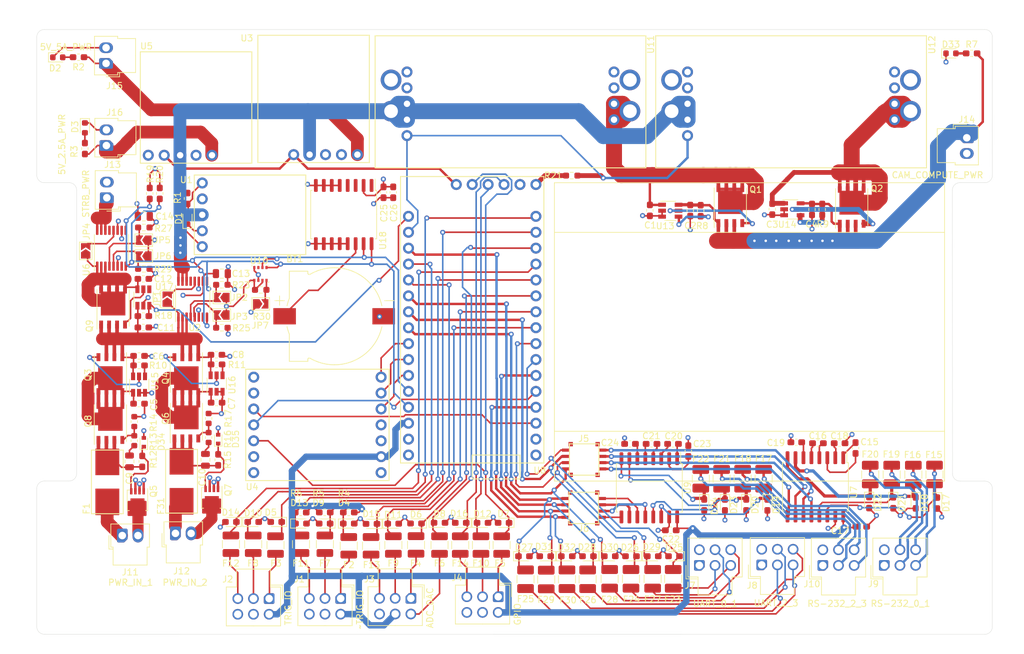
<source format=kicad_pcb>
(kicad_pcb (version 20211014) (generator pcbnew)
  (layers (0 "F.Cu" signal) (1 "In1.Cu" signal) (2 "In2.Cu" signal) (31 "B.Cu" signal) (34 "B.Paste" user) (35 "F.Paste" user) (36 "B.SilkS" user "B.Silkscreen") (37 "F.SilkS" user "F.Silkscreen") (38 "B.Mask" user) (39 "F.Mask" user) (44 "Edge.Cuts" user))
  (net 0 "")
  (net 1 "/CameraPower/LTC4412HV/Vin")
  (net 2 "/CamVout")
  (net 3 "/CameraPower/sheet5F4C3746/Vin")
  (net 4 "/PowerInput1/Vin")
  (net 5 "/GND")
  (net 6 "/PowerInput2/Vin")
  (net 7 "Net-(C9-Pad2)")
  (net 8 "Net-(C9-Pad1)")
  (net 9 "Net-(C10-Pad1)")
  (net 10 "Net-(C10-Pad2)")
  (net 11 "Net-(D1-Pad2)")
  (net 12 "Net-(D2-Pad2)")
  (net 13 "Net-(D3-Pad2)")
  (net 14 "/TRIG0_1")
  (net 15 "/TRIG0_0")
  (net 16 "/A3")
  (net 17 "/GPIO_1")
  (net 18 "/DAC_OUT")
  (net 19 "/TRIG1_1")
  (net 20 "/TRIG1_0")
  (net 21 "/A4")
  (net 22 "/GPIO_2")
  (net 23 "/TRIG4_1")
  (net 24 "/TRIG4_0")
  (net 25 "/A5")
  (net 26 "/GPIO_3")
  (net 27 "/COMMS/TX0")
  (net 28 "/COMMS/TX1")
  (net 29 "/COMMS/TX2")
  (net 30 "/COMMS/RX0")
  (net 31 "/COMMS/RX1")
  (net 32 "/COMMS/RX2")
  (net 33 "/COMMS/RX3")
  (net 34 "/Serial0_TX")
  (net 35 "/Serial1_TX")
  (net 36 "/Serial2_TX")
  (net 37 "/Serial3_TX")
  (net 38 "/Serial0_RX")
  (net 39 "/Serial1_RX")
  (net 40 "/Serial2_RX")
  (net 41 "/Serial3_RX")
  (net 42 "Net-(D33-Pad2)")
  (net 43 "Net-(D34-Pad1)")
  (net 44 "Net-(D35-Pad1)")
  (net 45 "/PowerInputProtection/Vin")
  (net 46 "/TRIG0_1_IO")
  (net 47 "/TRIG0_0_IO")
  (net 48 "/A3_IO")
  (net 49 "/GPIO_1_IO")
  (net 50 "/DAC_OUT_IO")
  (net 51 "/TRIG1_1_IO")
  (net 52 "/TRIG1_0_IO")
  (net 53 "/A4_IO")
  (net 54 "/GPIO_2_IO")
  (net 55 "/TRIG4_1_IO")
  (net 56 "/TRIG4_0_IO")
  (net 57 "/A5_IO")
  (net 58 "/GPIO_3_IO")
  (net 59 "/COMMS/TX0_OUT")
  (net 60 "/COMMS/TX1_OUT")
  (net 61 "/COMMS/TX2_OUT")
  (net 62 "/COMMS/TX3_OUT")
  (net 63 "/COMMS/RX0_OUT")
  (net 64 "/COMMS/RX1_OUT")
  (net 65 "/COMMS/RX2_OUT")
  (net 66 "/COMMS/RX3_OUT")
  (net 67 "/COMMS/UART_TX0_OUT")
  (net 68 "/COMMS/UART_TX1_OUT")
  (net 69 "/COMMS/UART_TX2_OUT")
  (net 70 "/COMMS/UART_TX3_OUT")
  (net 71 "/COMMS/UART_RX0_OUT")
  (net 72 "/COMMS/UART_RX1_OUT")
  (net 73 "/COMMS/UART_RX2_OUT")
  (net 74 "/COMMS/UART_RX3_OUT")
  (net 75 "/PowerInputPreotection2/Vin")
  (net 76 "/5V_reg")
  (net 77 "/3.3V_LDO")
  (net 78 "/StrobeVout")
  (net 79 "Net-(Q6-Pad4)")
  (net 80 "Net-(Q8-Pad4)")
  (net 81 "/5V_5A_OUT")
  (net 82 "/5V_2.5A_OUT")
  (net 83 "Net-(R8-Pad2)")
  (net 84 "Net-(R9-Pad2)")
  (net 85 "Net-(R10-Pad2)")
  (net 86 "Net-(R11-Pad2)")
  (net 87 "/~{STROBE_ENABLE}")
  (net 88 "/Adafruit_INA260/Vin+")
  (net 89 "/SystemVin")
  (net 90 "/SCL_1")
  (net 91 "/SDA_1")
  (net 92 "/~{5V_ENABLE}")
  (net 93 "/SPI_MOSI")
  (net 94 "/SPI_SCK")
  (net 95 "/SPI_MISO")
  (net 96 "Net-(BT1-Pad+)")
  (net 97 "Net-(C15-Pad1)")
  (net 98 "Net-(C15-Pad2)")
  (net 99 "Net-(C16-Pad1)")
  (net 100 "/SD_CS")
  (net 101 "/SD_ENABLE")
  (net 102 "Net-(C16-Pad2)")
  (net 103 "Net-(C18-Pad1)")
  (net 104 "Net-(C19-Pad1)")
  (net 105 "/~{12V_ENABLE}")
  (net 106 "/COMMS/TX3")
  (net 107 "Net-(Q1-Pad4)")
  (net 108 "Net-(Q2-Pad4)")
  (net 109 "Net-(Q3-Pad4)")
  (net 110 "Net-(Q4-Pad4)")
  (net 111 "Net-(Q9-Pad4)")
  (net 112 "Net-(C20-Pad1)")
  (net 113 "Net-(C20-Pad2)")
  (net 114 "Net-(C21-Pad1)")
  (net 115 "Net-(C21-Pad2)")
  (net 116 "Net-(C23-Pad1)")
  (net 117 "Net-(C24-Pad1)")
  (net 118 "/COMMS/Sparkfun_MAX3232/R2_OUT")
  (net 119 "/COMMS/Sparkfun_MAX3232/R1_OUT")
  (net 120 "/COMMS/Sparkfun_MAX3232/T2_IN")
  (net 121 "/COMMS/Sparkfun_MAX3232/T1_IN")
  (net 122 "/COMMS/Sparkfun_MAX3233/R2_OUT")
  (net 123 "/COMMS/Sparkfun_MAX3233/R1_OUT")
  (net 124 "/COMMS/Sparkfun_MAX3233/T2_IN")
  (net 125 "/COMMS/Sparkfun_MAX3233/T1_IN")
  (net 126 "/Adafruit_INA260/VBUS")
  (net 127 "Net-(JP2-Pad2)")
  (net 128 "Net-(JP3-Pad2)")
  (net 129 "/Adafruit_INA260_1/Vin+")
  (net 130 "Net-(JP5-Pad2)")
  (net 131 "Net-(JP6-Pad2)")
  (net 132 "/Adafruit_BME280/SDO{slash}ADR")
  (net 134 "/Adafruit_INA260/ALERT")
  (net 142 "/Adafruit_INA260_1/VBUS")
  (net 145 "/Adafruit_BME280/CS")
  (net 147 "/DS3231/32 KHz")
  (net 148 "/DS3231/SQW")
  (net 149 "/DS3231/RST")
  (net 150 "/Adafruit_INA260_1/ALERT")
  (net 151 "/uGnd1")
  (net 152 "/uGnd2")
  (footprint "Capacitor_SMD:C_0603_1608Metric_Pad1.05x0.95mm_HandSolder" (layer "F.Cu") (at 61.976 109.91)
    (fp_text reference "C5")
    (fp_text value "0.1 uF 50V" hide)
  )
  (footprint "Capacitor_SMD:C_0603_1608Metric_Pad1.05x0.95mm_HandSolder" (layer "F.Cu") (at 61.976 102.29)
    (fp_text reference "C6")
    (fp_text value "0.1 uF 50V" hide)
  )
  (footprint "Capacitor_SMD:C_0603_1608Metric_Pad1.05x0.95mm_HandSolder" (layer "F.Cu") (at 74.342 109.743)
    (fp_text reference "C7")
    (fp_text value "0.1 uF 50V" hide)
  )
  (footprint "Capacitor_SMD:C_0603_1608Metric_Pad1.05x0.95mm_HandSolder" (layer "F.Cu") (at 74.3204 102.108)
    (fp_text reference "C8")
    (fp_text value "0.1 uF 50V" hide)
  )
  (footprint "Capacitor_SMD:C_0805_2012Metric" (layer "F.Cu") (at 60.452 119.126 90)
    (fp_text reference "C9")
    (fp_text value "1 uF" hide)
  )
  (footprint "Capacitor_SMD:C_0603_1608Metric_Pad1.05x0.95mm_HandSolder" (layer "F.Cu") (at 62.658 97.747)
    (fp_text reference "C11")
    (fp_text value "0.1 uF 50V" hide)
  )
  (footprint "Capacitor_SMD:C_0603_1608Metric_Pad1.05x0.95mm_HandSolder" (layer "F.Cu") (at 62.6618 89.9922)
    (fp_text reference "C12")
    (fp_text value "0.1 uF 50V" hide)
  )
  (footprint "LED_SMD:LED_0603_1608Metric" (layer "F.Cu") (at 69.6976 80.4672 90)
    (fp_text reference "D1")
    (fp_text value "GRN 1.7V@1mA" hide)
  )
  (footprint "LED_SMD:LED_0603_1608Metric" (layer "F.Cu") (at 49.010999 54.631999)
    (fp_text reference "D2")
    (fp_text value "ORG 1.8V@1mA" hide)
  )
  (footprint "LED_SMD:LED_0603_1608Metric" (layer "F.Cu") (at 53.34 65.8876 -90)
    (fp_text reference "D3")
    (fp_text value "ORG 1.8V@1mA" hide)
  )
  (footprint "Diode_SMD:D_0603_1608Metric_Pad1.05x0.95mm_HandSolder" (layer "F.Cu") (at 106.152999 129.032999 180)
    (fp_text reference "D6")
    (fp_text value "CZRU52C3V3" hide)
  )
  (footprint "Diode_SMD:D_0603_1608Metric_Pad1.05x0.95mm_HandSolder" (layer "F.Cu") (at 120.1166 128.9304 180)
    (fp_text reference "D7")
    (fp_text value "CZRU52C3V3" hide)
  )
  (footprint "Diode_SMD:D_0603_1608Metric_Pad1.05x0.95mm_HandSolder" (layer "F.Cu") (at 109.902 128.922)
    (fp_text reference "D8")
    (fp_text value "CZRU52C3V3" hide)
  )
  (footprint "Diode_SMD:D_0603_1608Metric_Pad1.05x0.95mm_HandSolder" (layer "F.Cu") (at 102.515001 129.061999)
    (fp_text reference "D11")
    (fp_text value "CZRU52C3V3" hide)
  )
  (footprint "Diode_SMD:D_0603_1608Metric_Pad1.05x0.95mm_HandSolder" (layer "F.Cu") (at 116.76 128.9304)
    (fp_text reference "D12")
    (fp_text value "CZRU52C3V3" hide)
  )
  (footprint "Diode_SMD:D_0603_1608Metric_Pad1.05x0.95mm_HandSolder" (layer "F.Cu") (at 87.804 129.046)
    (fp_text reference "D13")
    (fp_text value "CZRU52C3V3" hide)
  )
  (footprint "Diode_SMD:D_0603_1608Metric_Pad1.05x0.95mm_HandSolder" (layer "F.Cu") (at 76.628 128.792 180)
    (fp_text reference "D14")
    (fp_text value "CZRU52C3V3" hide)
  )
  (footprint "Diode_SMD:D_0603_1608Metric_Pad1.05x0.95mm_HandSolder" (layer "F.Cu") (at 99.052001 129.096999 180)
    (fp_text reference "D15")
    (fp_text value "CZRU52C3V3" hide)
  )
  (footprint "Diode_SMD:D_0603_1608Metric_Pad1.05x0.95mm_HandSolder" (layer "F.Cu") (at 113.284 128.9304 180)
    (fp_text reference "D16")
    (fp_text value "CZRU52C3V3" hide)
  )
  (footprint "Diode_SMD:D_0603_1608Metric_Pad1.05x0.95mm_HandSolder" (layer "F.Cu") (at 189.2692 125.7754 -90)
    (fp_text reference "D17")
    (fp_text value "CZRU52C15" hide)
  )
  (footprint "Diode_SMD:D_0603_1608Metric_Pad1.05x0.95mm_HandSolder" (layer "F.Cu") (at 185.8442 125.7504 -90)
    (fp_text reference "D18")
    (fp_text value "CZRU52C15" hide)
  )
  (footprint "Diode_SMD:D_0603_1608Metric_Pad1.05x0.95mm_HandSolder" (layer "F.Cu") (at 162.1942 126.0754 -90)
    (fp_text reference "D19")
    (fp_text value "CZRU52C15" hide)
  )
  (footprint "Diode_SMD:D_0603_1608Metric_Pad1.05x0.95mm_HandSolder" (layer "F.Cu") (at 158.8192 126.0754 -90)
    (fp_text reference "D20")
    (fp_text value "CZRU52C15" hide)
  )
  (footprint "Diode_SMD:D_0603_1608Metric_Pad1.05x0.95mm_HandSolder" (layer "F.Cu") (at 182.2692 125.7254 -90)
    (fp_text reference "D21")
    (fp_text value "CZRU52C15" hide)
  )
  (footprint "Diode_SMD:D_0603_1608Metric_Pad1.05x0.95mm_HandSolder" (layer "F.Cu") (at 178.4192 125.7004 -90)
    (fp_text reference "D22")
    (fp_text value "CZRU52C15" hide)
  )
  (footprint "Diode_SMD:D_0603_1608Metric_Pad1.05x0.95mm_HandSolder" (layer "F.Cu") (at 155.4192 126.0754 -90)
    (fp_text reference "D23")
    (fp_text value "CZRU52C15" hide)
  )
  (footprint "Diode_SMD:D_0603_1608Metric_Pad1.05x0.95mm_HandSolder" (layer "F.Cu") (at 152.1192 126.0754 -90)
    (fp_text reference "D24")
    (fp_text value "CZRU52C15" hide)
  )
  (footprint "Diode_SMD:D_0603_1608Metric_Pad1.05x0.95mm_HandSolder" (layer "F.Cu") (at 147.2946 134.2644 180)
    (fp_text reference "D25")
    (fp_text value "CZRU52C3V3" hide)
  )
  (footprint "Diode_SMD:D_0603_1608Metric_Pad1.05x0.95mm_HandSolder" (layer "F.Cu") (at 140.4366 134.2644 180)
    (fp_text reference "D26")
    (fp_text value "CZRU52C3V3" hide)
  )
  (footprint "Diode_SMD:D_0603_1608Metric_Pad1.05x0.95mm_HandSolder" (layer "F.Cu") (at 123.3678 134.2644)
    (fp_text reference "D27")
    (fp_text value "CZRU52C3V3" hide)
  )
  (footprint "Diode_SMD:D_0603_1608Metric_Pad1.05x0.95mm_HandSolder" (layer "F.Cu") (at 133.5786 134.2644 180)
    (fp_text reference "D28")
    (fp_text value "CZRU52C3V3" hide)
  )
  (footprint "Diode_SMD:D_0603_1608Metric_Pad1.05x0.95mm_HandSolder" (layer "F.Cu") (at 143.9164 134.2644)
    (fp_text reference "D29")
    (fp_text value "CZRU52C3V3" hide)
  )
  (footprint "Diode_SMD:D_0603_1608Metric_Pad1.05x0.95mm_HandSolder" (layer "F.Cu") (at 137.0584 134.2644)
    (fp_text reference "D30")
    (fp_text value "CZRU52C3V3" hide)
  )
  (footprint "Diode_SMD:D_0603_1608Metric_Pad1.05x0.95mm_HandSolder" (layer "F.Cu") (at 126.7574 134.2644 180)
    (fp_text reference "D31")
    (fp_text value "CZRU52C3V3" hide)
  )
  (footprint "Diode_SMD:D_0603_1608Metric_Pad1.05x0.95mm_HandSolder" (layer "F.Cu") (at 130.2004 134.2644)
    (fp_text reference "D32")
    (fp_text value "CZRU52C3V3" hide)
  )
  (footprint "LED_SMD:LED_0603_1608Metric" (layer "F.Cu") (at 191.4652 54.0004)
    (fp_text reference "D33")
    (fp_text value "ORG 1.8V@1mA" hide)
  )
  (footprint "Diode_SMD:D_SOD-523" (layer "F.Cu") (at 62.738 116.078 90)
    (fp_text reference "D34")
    (fp_text value "BZT52C20T-7" hide)
  )
  (footprint "ProjectFootprints:01550900M" (layer "F.Cu") (at 56.916 122.398 90)
    (fp_text reference "F1")
    (fp_text value "01550900M(Holder)" hide)
  )
  (footprint "Resistor_SMD:R_1210_3225Metric" (layer "F.Cu") (at 119.808 132.478 -90)
    (fp_text reference "F5")
    (fp_text value "PTC" hide)
  )
  (footprint "Resistor_SMD:R_1210_3225Metric" (layer "F.Cu") (at 109.902 132.478 -90)
    (fp_text reference "F6")
    (fp_text value "PTC" hide)
  )
  (footprint "Resistor_SMD:R_1210_3225Metric" (layer "F.Cu") (at 102.536 132.472 -90)
    (fp_text reference "F9")
    (fp_text value "PTC" hide)
  )
  (footprint "Resistor_SMD:R_1210_3225Metric" (layer "F.Cu") (at 116.506 132.478 -90)
    (fp_text reference "F10")
    (fp_text value "PTC" hide)
  )
  (footprint "Resistor_SMD:R_1210_3225Metric" (layer "F.Cu") (at 76.628 132.348 -90)
    (fp_text reference "F12")
    (fp_text value "PTC" hide)
  )
  (footprint "Resistor_SMD:R_1210_3225Metric" (layer "F.Cu") (at 98.98 132.602 -90)
    (fp_text reference "F13")
    (fp_text value "PTC" hide)
  )
  (footprint "Resistor_SMD:R_1210_3225Metric" (layer "F.Cu") (at 113.204 132.478 -90)
    (fp_text reference "F14")
    (fp_text value "PTC" hide)
  )
  (footprint "Resistor_SMD:R_1210_3225Metric_Pad1.42x2.65mm_HandSolder" (layer "F.Cu") (at 188.8442 121.2129 90)
    (fp_text reference "F15")
    (fp_text value "PTC" hide)
  )
  (footprint "Resistor_SMD:R_1210_3225Metric_Pad1.42x2.65mm_HandSolder" (layer "F.Cu") (at 185.4692 121.2254 90)
    (fp_text reference "F16")
    (fp_text value "PTC" hide)
  )
  (footprint "Resistor_SMD:R_1210_3225Metric_Pad1.42x2.65mm_HandSolder" (layer "F.Cu") (at 161.5942 121.8879 90)
    (fp_text reference "F17")
    (fp_text value "PTC" hide)
  )
  (footprint "Resistor_SMD:R_1210_3225Metric_Pad1.42x2.65mm_HandSolder" (layer "F.Cu") (at 182.0192 121.2254 90)
    (fp_text reference "F19")
    (fp_text value "PTC" hide)
  )
  (footprint "Resistor_SMD:R_1210_3225Metric_Pad1.42x2.65mm_HandSolder" (layer "F.Cu") (at 178.5942 121.2254 90)
    (fp_text reference "F20")
    (fp_text value "PTC" hide)
  )
  (footprint "Resistor_SMD:R_1210_3225Metric_Pad1.42x2.65mm_HandSolder" (layer "F.Cu") (at 154.8942 121.9004 90)
    (fp_text reference "F21")
    (fp_text value "PTC" hide)
  )
  (footprint "Resistor_SMD:R_1210_3225Metric_Pad1.42x2.65mm_HandSolder" (layer "F.Cu") (at 151.5692 121.9004 90)
    (fp_text reference "F22")
    (fp_text value "PTC" hide)
  )
  (footprint "Resistor_SMD:R_1210_3225Metric_Pad1.42x2.65mm_HandSolder" (layer "F.Cu") (at 147.1676 137.8712 -90)
    (fp_text reference "F23")
    (fp_text value "PTC" hide)
  )
  (footprint "Resistor_SMD:R_1210_3225Metric_Pad1.42x2.65mm_HandSolder" (layer "F.Cu") (at 140.4366 137.8712 -90)
    (fp_text reference "F24")
    (fp_text value "PTC" hide)
  )
  (footprint "Resistor_SMD:R_1210_3225Metric_Pad1.42x2.65mm_HandSolder" (layer "F.Cu") (at 123.618 137.936 -90)
    (fp_text reference "F25")
    (fp_text value "PTC" hide)
  )
  (footprint "Resistor_SMD:R_1210_3225Metric_Pad1.42x2.65mm_HandSolder" (layer "F.Cu") (at 133.524 137.936 -90)
    (fp_text reference "F26")
    (fp_text value "PTC" hide)
  )
  (footprint "Resistor_SMD:R_1210_3225Metric_Pad1.42x2.65mm_HandSolder" (layer "F.Cu") (at 143.891 137.8712 -90)
    (fp_text reference "F27")
    (fp_text value "PTC" hide)
  )
  (footprint "Resistor_SMD:R_1210_3225Metric_Pad1.42x2.65mm_HandSolder" (layer "F.Cu") (at 137.033 137.8712 -90)
    (fp_text reference "F28")
    (fp_text value "PTC" hide)
  )
  (footprint "Resistor_SMD:R_1210_3225Metric_Pad1.42x2.65mm_HandSolder" (layer "F.Cu") (at 126.92 137.9725 -90)
    (fp_text reference "F29")
    (fp_text value "PTC" hide)
  )
  (footprint "Resistor_SMD:R_1210_3225Metric_Pad1.42x2.65mm_HandSolder" (layer "F.Cu") (at 130.222 137.936 -90)
    (fp_text reference "F30")
    (fp_text value "PTC" hide)
  )
  (footprint "UART-Mux:CVS-04TB" (layer "F.Cu") (at 132.9692 118.8254 -90)
    (fp_text reference "J5")
    (fp_text value "CVS-04TB" hide)
  )
  (footprint "UART-Mux:CVS-04TB" (layer "F.Cu") (at 132.8942 126.5504 -90)
    (fp_text reference "J6")
    (fp_text value "CVS-04TB" hide)
  )
  (footprint "Package_SO:Vishay_PowerPAK_1212-8_Single" (layer "F.Cu") (at 61.722 125.334 -90)
    (fp_text reference "Q5")
    (fp_text value "SISS12DN" hide)
  )
  (footprint "Package_SO:PowerPAK_SO-8_Single" (layer "F.Cu") (at 69.516 112.791 90)
    (fp_text reference "Q6")
    (fp_text value "Si7463DP" hide)
  )
  (footprint "Resistor_SMD:R_0603_1608Metric_Pad1.05x0.95mm_HandSolder" (layer "F.Cu") (at 69.6976 77.1652 -90)
    (fp_text reference "R1")
    (fp_text value "3240" hide)
  )
  (footprint "Resistor_SMD:R_0603_1608Metric_Pad1.05x0.95mm_HandSolder" (layer "F.Cu") (at 52.324 54.61)
    (fp_text reference "R2")
    (fp_text value "3240" hide)
  )
  (footprint "Resistor_SMD:R_0603_1608Metric_Pad1.05x0.95mm_HandSolder" (layer "F.Cu") (at 53.338999 69.1896 -90)
    (fp_text reference "R3")
    (fp_text value "3240" hide)
  )
  (footprint "Resistor_SMD:R_0603_1608Metric_Pad1.05x0.95mm_HandSolder" (layer "F.Cu") (at 91.594 127.268 180)
    (fp_text reference "R5")
    (fp_text value "1k" hide)
  )
  (footprint "Resistor_SMD:R_0603_1608Metric_Pad1.05x0.95mm_HandSolder" (layer "F.Cu") (at 87.764 127.278)
    (fp_text reference "R6")
    (fp_text value "1k" hide)
  )
  (footprint "Resistor_SMD:R_0603_1608Metric_Pad1.05x0.95mm_HandSolder" (layer "F.Cu") (at 194.7672 54.0004)
    (fp_text reference "R7")
    (fp_text value "10.2k" hide)
  )
  (footprint "Resistor_SMD:R_0603_1608Metric_Pad1.05x0.95mm_HandSolder" (layer "F.Cu") (at 61.976 103.814)
    (fp_text reference "R10")
    (fp_text value "470k" hide)
  )
  (footprint "Resistor_SMD:R_0603_1608Metric_Pad1.05x0.95mm_HandSolder" (layer "F.Cu") (at 74.342 103.647)
    (fp_text reference "R11")
    (fp_text value "470k" hide)
  )
  (footprint "Resistor_SMD:R_0603_1608Metric_Pad1.05x0.95mm_HandSolder" (layer "F.Cu") (at 62.484 119.126 90)
    (fp_text reference "R12")
    (fp_text value "10K" hide)
  )
  (footprint "Resistor_SMD:R_0603_1608Metric" (layer "F.Cu") (at 61.214 115.824 -90)
    (fp_text reference "R13")
    (fp_text value "100" hide)
  )
  (footprint "Resistor_SMD:R_0603_1608Metric" (layer "F.Cu") (at 61.214 112.776 90)
    (fp_text reference "R14")
    (fp_text value "499k" hide)
  )
  (footprint "Resistor_SMD:R_0603_1608Metric_Pad1.05x0.95mm_HandSolder" (layer "F.Cu") (at 62.658 95.929)
    (fp_text reference "R18")
    (fp_text value "470k" hide)
  )
  (footprint "ProjectFootprints:D24V10F5" (layer "F.Cu") (at 72.056 79.77 -90)
    (fp_text reference "U1")
    (fp_text value "D24V10F5" hide)
  )
  (footprint "Package_SO:TSSOP-16_4.4x5mm_P0.65mm" (layer "F.Cu") (at 70.532 93.232 90)
    (fp_text reference "U2")
    (fp_text value "INA260" hide)
  )
  (footprint "ProjectFootprints:D24V50F5" (layer "F.Cu") (at 91.7192 70.1604)
    (fp_text reference "U3")
    (fp_text value "D24V50F5" hide)
  )
  (footprint "ProjectFootprints:D24V22F5" (layer "F.Cu") (at 68.5292 70.2564)
    (fp_text reference "U5")
    (fp_text value "D24V22F5" hide)
  )
  (footprint "Package_SO:TSSOP-16_4.4x5mm_P0.65mm" (layer "F.Cu") (at 57.578 85.104 90)
    (fp_text reference "U6")
    (fp_text value "INA260" hide)
  )
  (footprint "ProjectFootprints:MoteinoM0" (layer "F.Cu") (at 115.1128 99.06 180)
    (fp_text reference "U8")
    (fp_text value "MoteinoM0")
  )
  (footprint "Package_SO:SOIC-16W_7.5x10.3mm_P1.27mm" (layer "F.Cu") (at 143.3576 123.3424 -90)
    (fp_text reference "U9")
    (fp_text value "~" hide)
  )
  (footprint "Package_LGA:Bosch_LGA-8_2.5x2.5mm_P0.65mm_ClockwisePinNumbering" (layer "F.Cu") (at 81.3308 89.2048)
    (fp_text reference "U10")
    (fp_text value "BME280" hide)
  )
  (footprint "ProjectFootprints:S18V20x" (layer "F.Cu") (at 121.2192 61.7304 90)
    (fp_text reference "U11")
    (fp_text value "S18V20F12" hide)
  )
  (footprint "ProjectFootprints:S18V20x" (layer "F.Cu") (at 165.9692 61.7304 90)
    (fp_text reference "U12")
    (fp_text value "S18V20F12" hide)
  )
  (footprint "Package_TO_SOT_SMD:TSOT-23-6" (layer "F.Cu") (at 61.976 106.862 90)
    (fp_text reference "U15")
    (fp_text value "LTC4412HVIS6" hide)
  )
  (footprint "Package_TO_SOT_SMD:TSOT-23-6" (layer "F.Cu") (at 74.342 106.695 90)
    (fp_text reference "U16")
    (fp_text value "LTC4412HVIS6" hide)
  )
  (footprint "Package_TO_SOT_SMD:TSOT-23-6" (layer "F.Cu") (at 62.6618 92.964 90)
    (fp_text reference "U17")
    (fp_text value "LTC4412HVIS6" hide)
  )
  (footprint "MountingHole:MountingHole_3.2mm_M3" (layer "F.Cu") (at 191.7192 60.3504)
    (fp_text reference "")
    (fp_text value "MountingHole_3.2mm_M3" hide)
  )
  (footprint "MountingHole:MountingHole_3.2mm_M3" (layer "F.Cu") (at 52.0192 136.5504)
    (fp_text reference "")
    (fp_text value "MountingHole_3.2mm_M3" hide)
  )
  (footprint "MountingHole:MountingHole_3.2mm_M3" (layer "F.Cu") (at 52.0192 60.3504 90)
    (fp_text reference "")
    (fp_text value "MountingHole_3.2mm_M3" hide)
  )
  (footprint "MountingHole:MountingHole_3.2mm_M3" (layer "F.Cu") (at 191.7192 136.5504)
    (fp_text reference "")
    (fp_text value "MountingHole_3.2mm_M3" hide)
  )
  (footprint "Package_SO:SOIC-16W_7.5x10.3mm_P1.27mm" (layer "F.Cu") (at 169.8498 123.19 -90)
    (fp_text reference "U7")
    (fp_text value "~" hide)
  )
  (footprint "Resistor_SMD:R_0603_1608Metric_Pad1.05x0.95mm_HandSolder" (layer "F.Cu") (at 95.424 127.268)
    (fp_text reference "R4")
    (fp_text value "1k" hide)
  )
  (footprint "Connector_Molex:Molex_Nano-Fit_105310-xx06_2x03_P2.50mm_Vertical" (layer "F.Cu") (at 94.134 141.004 -90)
    (fp_text reference "J1")
    (fp_text value "~TRIG_IO")
  )
  (footprint "Connector_Molex:Molex_Nano-Fit_105310-xx06_2x03_P2.50mm_Vertical" (layer "F.Cu") (at 105.33 140.984 -90)
    (fp_text reference "J3")
    (fp_text value "ADC_DAC")
  )
  (footprint "Connector_Molex:Molex_Nano-Fit_105310-xx06_2x03_P2.50mm_Vertical" (layer "F.Cu") (at 119.26 140.73 -90)
    (fp_text reference "J4")
    (fp_text value "GPIO")
  )
  (footprint "Connector_Molex:Molex_Nano-Fit_105309-xx02_1x02_P2.50mm_Vertical" (layer "F.Cu") (at 59.302 130.963 90)
    (fp_text reference "J11")
    (fp_text value "PWR_IN_1")
  )
  (footprint "Connector_Molex:Molex_Nano-Fit_105309-xx02_1x02_P2.50mm_Vertical" (layer "F.Cu") (at 67.778 130.617 90)
    (fp_text reference "J12")
    (fp_text value "PWR_IN_2")
  )
  (footprint "Connector_Molex:Molex_Nano-Fit_105309-xx02_1x02_P2.50mm_Vertical" (layer "F.Cu") (at 56.8376 77.0436 180)
    (fp_text reference "J13")
    (fp_text value "STRB_PWR")
  )
  (footprint "Connector_Molex:Molex_Nano-Fit_105309-xx02_1x02_P2.50mm_Vertical" (layer "F.Cu") (at 193.9942 67.4754)
    (fp_text reference "J14")
    (fp_text value "CAM_COMPUTE_PWR")
  )
  (footprint "Connector_Molex:Molex_Nano-Fit_105309-xx02_1x02_P2.50mm_Vertical" (layer "F.Cu") (at 56.7182 55.6006 180)
    (fp_text reference "J15")
    (fp_text value "5V_5A_PWR")
  )
  (footprint "Connector_Molex:Molex_Nano-Fit_105309-xx02_1x02_P2.50mm_Vertical" (layer "F.Cu") (at 56.769 68.707 180)
    (fp_text reference "J16")
    (fp_text value "5V_2.5A_PWR")
  )
  (footprint "Resistor_SMD:R_0603_1608Metric" (layer "F.Cu") (at 73.072 112.268 90)
    (fp_text reference "R17")
    (fp_text value "499k" hide)
  )
  (footprint "Resistor_SMD:R_0603_1608Metric" (layer "F.Cu") (at 73.072 115.316 -90)
    (fp_text reference "R16")
    (fp_text value "100" hide)
  )
  (footprint "Resistor_SMD:R_0603_1608Metric_Pad1.05x0.95mm_HandSolder" (layer "F.Cu") (at 74.596 118.872 90)
    (fp_text reference "R15")
    (fp_text value "10K" hide)
  )
  (footprint "ProjectFootprints:01550900M" (layer "F.Cu") (at 68.754 122.301 90)
    (fp_text reference "F31")
    (fp_text value "01550900M(Holder)" hide)
  )
  (footprint "Package_SO:Vishay_PowerPAK_1212-8_Single" (layer "F.Cu") (at 73.58 124.968 -90)
    (fp_text reference "Q7")
    (fp_text value "SISS12DN" hide)
  )
  (footprint "Package_SO:PowerPAK_SO-8_Single" (layer "F.Cu") (at 57.404 113.03 90)
    (fp_text reference "Q8")
    (fp_text value "Si7463DP" hide)
  )
  (footprint "Diode_SMD:D_SOD-523" (layer "F.Cu") (at 74.596 115.57 90)
    (fp_text reference "D35")
    (fp_text value "BZT52C20T-7" hide)
  )
  (footprint "Capacitor_SMD:C_0805_2012Metric" (layer "F.Cu") (at 72.564 118.872 90)
    (fp_text reference "C10")
    (fp_text value "1 uF" hide)
  )
  (footprint "Resistor_SMD:R_1210_3225Metric_Pad1.42x2.65mm_HandSolder" (layer "F.Cu") (at 158.2442 121.8879 90)
    (fp_text reference "F18")
    (fp_text value "PTC" hide)
  )
  (footprint "ProjectFootprints:LowPowerLabs-SD-Card" (layer "F.Cu") (at 90.424 112.028 180)
    (fp_text reference "U4")
    (fp_text value "LowPowerLab-SD-Card" hide)
  )
  (footprint "Package_SO:PowerPAK_SO-8_Single" (layer "F.Cu") (at 57.404 105.156 -90)
    (fp_text reference "Q3")
    (fp_text value "Si7463DP" hide)
  )
  (footprint "Package_SO:PowerPAK_SO-8_Single" (layer "F.Cu") (at 69.516 105.171 -90)
    (fp_text reference "Q4")
    (fp_text value "Si7463DP" hide)
  )
  (footprint "Capacitor_SMD:C_0603_1608Metric_Pad1.05x0.95mm_HandSolder" (layer "F.Cu") (at 149.8892 79.0804 -90)
    (fp_text reference "C2")
    (fp_text value "0.1 uF 50V" hide)
  )
  (footprint "Capacitor_SMD:C_0603_1608Metric_Pad1.05x0.95mm_HandSolder" (layer "F.Cu") (at 143.4492 79.0604 -90)
    (fp_text reference "C1")
    (fp_text value "0.1 uF 50V" hide)
  )
  (footprint "Package_TO_SOT_SMD:TSOT-23-6" (layer "F.Cu") (at 146.709201 79.110401)
    (fp_text reference "U13")
    (fp_text value "LTC4412HVIS6" hide)
  )
  (footprint "Resistor_SMD:R_0603_1608Metric_Pad1.05x0.95mm_HandSolder" (layer "F.Cu") (at 151.5492 79.1104 -90)
    (fp_text reference "R8")
    (fp_text value "470k" hide)
  )
  (footprint "Package_SO:PowerPAK_SO-8_Single" (layer "F.Cu") (at 175.6392 78.5204 90)
    (fp_text reference "Q2")
    (fp_text value "Si7463DP" hide)
  )
  (footprint "Capacitor_SMD:C_0603_1608Metric_Pad1.05x0.95mm_HandSolder" (layer "F.Cu") (at 169.3092 78.9104 -90)
    (fp_text reference "C4")
    (fp_text value "0.1 uF 50V" hide)
  )
  (footprint "Capacitor_SMD:C_0603_1608Metric_Pad1.05x0.95mm_HandSolder" (layer "F.Cu") (at 162.9692 78.8604 -90)
    (fp_text reference "C3")
    (fp_text value "0.1 uF 50V" hide)
  )
  (footprint "Package_TO_SOT_SMD:TSOT-23-6" (layer "F.Cu") (at 166.174201 78.885401)
    (fp_text reference "U14")
    (fp_text value "LTC4412HVIS6" hide)
  )
  (footprint "Resistor_SMD:R_0603_1608Metric_Pad1.05x0.95mm_HandSolder" (layer "F.Cu") (at 170.9392 78.9104 -90)
    (fp_text reference "R9")
    (fp_text value "470k" hide)
  )
  (footprint "Package_SO:PowerPAK_SO-8_Single" (layer "F.Cu") (at 156.2792 78.4204 90)
    (fp_text reference "Q1")
    (fp_text value "Si7463DP" hide)
  )
  (footprint "Resistor_SMD:R_0603_1608Metric_Pad1.05x0.95mm_HandSolder" (layer "F.Cu") (at 63.6778 76.3524 -90)
    (fp_text reference "R19")
    (fp_text value "10K" hide)
  )
  (footprint "Resistor_SMD:R_0603_1608Metric_Pad1.05x0.95mm_HandSolder" (layer "F.Cu") (at 65.278 76.3524 -90)
    (fp_text reference "R20")
    (fp_text value "10K" hide)
  )
  (footprint "Package_SO:PowerPAK_SO-8_Single" (layer "F.Cu") (at 57.8358 94.615 90)
    (fp_text reference "Q9")
    (fp_text value "Si7463DP" hide)
  )
  (footprint "Resistor_SMD:R_1210_3225Metric" (layer "F.Cu") (at 106.152999 132.458999 -90)
    (fp_text reference "F4")
    (fp_text value "PTC" hide)
  )
  (footprint "Resistor_SMD:R_1210_3225Metric" (layer "F.Cu") (at 87.804 132.348 -90)
    (fp_text reference "F11")
    (fp_text value "PTC" hide)
  )
  (footprint "Resistor_SMD:R_1210_3225Metric" (layer "F.Cu") (at 91.614 132.348 -90)
    (fp_text reference "F7")
    (fp_text value "PTC" hide)
  )
  (footprint "Resistor_SMD:R_1210_3225Metric" (layer "F.Cu") (at 80.184 132.348 -90)
    (fp_text reference "F8")
    (fp_text value "PTC" hide)
  )
  (footprint "Diode_SMD:D_0603_1608Metric_Pad1.05x0.95mm_HandSolder" (layer "F.Cu") (at 95.424 129.046)
    (fp_text reference "D4")
    (fp_text value "CZRU52C3V3" hide)
  )
  (footprint "Diode_SMD:D_0603_1608Metric_Pad1.05x0.95mm_HandSolder" (layer "F.Cu") (at 83.852001 128.792 180)
    (fp_text reference "D5")
    (fp_text value "CZRU52C3V3" hide)
  )
  (footprint "Diode_SMD:D_0603_1608Metric_Pad1.05x0.95mm_HandSolder" (layer "F.Cu") (at 91.578001 129.046 180)
    (fp_text reference "D9")
    (fp_text value "CZRU52C3V3" hide)
  )
  (footprint "Diode_SMD:D_0603_1608Metric_Pad1.05x0.95mm_HandSolder" (layer "F.Cu") (at 80.184 128.792)
    (fp_text reference "D10")
    (fp_text value "CZRU52C3V3" hide)
  )
  (footprint "Resistor_SMD:R_1210_3225Metric" (layer "F.Cu") (at 83.74 132.478 -90)
    (fp_text reference "F3")
    (fp_text value "PTC" hide)
  )
  (footprint "Resistor_SMD:R_1210_3225Metric" (layer "F.Cu") (at 95.424 132.602 -90)
    (fp_text reference "F2")
    (fp_text value "PTC" hide)
  )
  (footprint "Connector_Molex:Molex_Nano-Fit_105310-xx06_2x03_P2.50mm_Vertical" (layer "F.Cu") (at 161.29 135.65 90)
    (fp_text reference "J8")
    (fp_text value "UART_2_3")
  )
  (footprint "Connector_Molex:Molex_Nano-Fit_105310-xx06_2x03_P2.50mm_Vertical" (layer "F.Cu") (at 151.344 135.724 90)
    (fp_text reference "J7")
    (fp_text value "UART_0_1")
  )
  (footprint "Connector_Molex:Molex_Nano-Fit_105310-xx06_2x03_P2.50mm_Vertical" (layer "F.Cu") (at 180.8372 135.724 90)
    (fp_text reference "J9")
    (fp_text value "RS-232_0_1")
  )
  (footprint "Connector_Molex:Molex_Nano-Fit_105310-xx06_2x03_P2.50mm_Vertical" (layer "F.Cu") (at 171.0328 135.7354 90)
    (fp_text reference "J10")
    (fp_text value "RS-232_2_3")
  )
  (footprint "Connector_Molex:Molex_Nano-Fit_105310-xx06_2x03_P2.50mm_Vertical" (layer "F.Cu") (at 82.724 141.024 -90)
    (fp_text reference "J2")
    (fp_text value "TRIG_IO")
  )
  (footprint "Capacitor_SMD:C_0603_1608Metric_Pad1.08x0.95mm_HandSolder" (layer "F.Cu") (at 147.1422 116.332)
    (fp_text reference "C20")
    (fp_text value "0.1 uF 50V" hide)
  )
  (footprint "Capacitor_SMD:C_0805_2012Metric" (layer "F.Cu") (at 62.738 80.01)
    (fp_text reference "C14")
    (fp_text value "1 uF" hide)
  )
  (footprint "Capacitor_SMD:C_0805_2012Metric" (layer "F.Cu") (at 75.184 89.154)
    (fp_text reference "C13")
    (fp_text value "1 uF" hide)
  )
  (footprint "Resistor_SMD:R_0603_1608Metric_Pad0.98x0.95mm_HandSolder" (layer "F.Cu") (at 75.184 97.79)
    (fp_text reference "R25")
    (fp_text value "10K" hide)
  )
  (footprint "Resistor_SMD:R_0603_1608Metric_Pad0.98x0.95mm_HandSolder" (layer "F.Cu") (at 62.738 81.788)
    (fp_text reference "R27")
    (fp_text value "10K" hide)
  )
  (footprint "Capacitor_SMD:C_0603_1608Metric_Pad1.08x0.95mm_HandSolder" (layer "F.Cu") (at 170.2562 116.2304 180)
    (fp_text reference "C16")
    (fp_text value "0.1 uF 50V" hide)
  )
  (footprint "Resistor_SMD:R_0603_1608Metric_Pad0.98x0.95mm_HandSolder" (layer "F.Cu") (at 75.184 90.932)
    (fp_text reference "R23")
    (fp_text value "10K" hide)
  )
  (footprint "Capacitor_SMD:C_0603_1608Metric_Pad1.08x0.95mm_HandSolder" (layer "F.Cu") (at 146.7866 130.1242 180)
    (fp_text reference "C22")
    (fp_text value "0.1 uF 50V" hide)
  )
  (footprint "Capacitor_SMD:C_0603_1608Metric_Pad1.08x0.95mm_HandSolder" (layer "F.Cu") (at 149.5806 117.475 90)
    (fp_text reference "C23")
    (fp_text value "0.1 uF 50V" hide)
  )
  (footprint "Jumper:SolderJumper-2_P1.3mm_Open_TrianglePad1.0x1.5mm" (layer "F.Cu") (at 53.467 85.5218 90)
    (fp_text reference "JP4")
    (fp_text value "SolderJumper_2_Open" hide)
  )
  (footprint "Capacitor_SMD:C_0603_1608Metric_Pad1.08x0.95mm_HandSolder" (layer "F.Cu") (at 166.8018 116.078 180)
    (fp_text reference "C19")
    (fp_text value "0.1 uF 50V" hide)
  )
  (footprint "Package_SO:SOIC-16W_7.5x10.3mm_P1.27mm" (layer "F.Cu") (at 94.615 79.7288 -90)
    (fp_text reference "U18")
    (fp_text value "DS3231M" hide)
  )
  (footprint "Jumper:SolderJumper-2_P1.3mm_Open_TrianglePad1.0x1.5mm" (layer "F.Cu") (at 81.3816 93.98)
    (fp_text reference "JP7")
    (fp_text value "SolderJumper_2_Open" hide)
  )
  (footprint "1056:BAT_1056" (layer "F.Cu") (at 93.1418 95.9612)
    (fp_text reference "BT1")
    (fp_text value "1056")
  )
  (footprint "Capacitor_SMD:C_0603_1608Metric_Pad1.08x0.95mm_HandSolder" (layer "F.Cu") (at 100.965 76.1728 -90)
    (fp_text reference "C25")
    (fp_text value "0.1 uF 50V" hide)
  )
  (footprint "Capacitor_SMD:C_0603_1608Metric_Pad1.08x0.95mm_HandSolder" (layer "F.Cu") (at 143.7132 116.332 180)
    (fp_text reference "C21")
    (fp_text value "0.1 uF 50V" hide)
  )
  (footprint "Capacitor_SMD:C_0603_1608Metric_Pad1.08x0.95mm_HandSolder" (layer "F.Cu") (at 173.7106 116.2304)
    (fp_text reference "C18")
    (fp_text value "0.1 uF 50V" hide)
  )
  (footprint "Jumper:SolderJumper-2_P1.3mm_Open_TrianglePad1.0x1.5mm" (layer "F.Cu") (at 62.738 83.82 180)
    (fp_text reference "JP5")
    (fp_text value "SolderJumper_2_Open" hide)
  )
  (footprint "Jumper:SolderJumper-2_P1.3mm_Open_TrianglePad1.0x1.5mm" (layer "F.Cu") (at 66.468 93.232 90)
    (fp_text reference "JP1")
    (fp_text value "SolderJumper_2_Open" hide)
  )
  (footprint "Jumper:SolderJumper-2_P1.3mm_Open_TrianglePad1.0x1.5mm" (layer "F.Cu") (at 62.738 86.36 180)
    (fp_text reference "JP6")
    (fp_text value "SolderJumper_2_Open" hide)
  )
  (footprint "Resistor_SMD:R_0603_1608Metric_Pad0.98x0.95mm_HandSolder" (layer "F.Cu") (at 130.9878 73.5076 180)
    (fp_text reference "R21")
    (fp_text value "20k" hide)
  )
  (footprint "Capacitor_SMD:C_0603_1608Metric_Pad1.08x0.95mm_HandSolder" (layer "F.Cu") (at 176.2506 116.9924 90)
    (fp_text reference "C15")
    (fp_text value "0.1 uF 50V" hide)
  )
  (footprint "Capacitor_SMD:C_0603_1608Metric_Pad1.08x0.95mm_HandSolder" (layer "F.Cu") (at 140.2842 116.332 180)
    (fp_text reference "C24")
    (fp_text value "0.1 uF 50V" hide)
  )
  (footprint "Resistor_SMD:R_0603_1608Metric_Pad0.98x0.95mm_HandSolder" (layer "F.Cu") (at 81.3816 91.7448)
    (fp_text reference "R30")
    (fp_text value "10K" hide)
  )
  (footprint "Capacitor_SMD:C_0603_1608Metric_Pad1.08x0.95mm_HandSolder" (layer "F.Cu") (at 177.165 129.54)
    (fp_text reference "C17")
    (fp_text value "0.1 uF 50V" hide)
  )
  (footprint "Resistor_SMD:R_0603_1608Metric_Pad0.98x0.95mm_HandSolder" (layer "F.Cu") (at 62.738 88.392)
    (fp_text reference "R29")
    (fp_text value "10K" hide)
  )
  (footprint "Jumper:SolderJumper-2_P1.3mm_Open_TrianglePad1.0x1.5mm" (layer "F.Cu") (at 75.184 95.758 180)
    (fp_text reference "JP3")
    (fp_text value "SolderJumper_2_Open" hide)
  )
  (footprint "Capacitor_SMD:C_0603_1608Metric_Pad1.08x0.95mm_HandSolder" (layer "F.Cu") (at 102.5144 76.1746 -90)
    (fp_text reference "C26")
    (fp_text value "10 uF 50V" hide)
  )
  (footprint "Jumper:SolderJumper-2_P1.3mm_Open_TrianglePad1.0x1.5mm" (layer "F.Cu") (at 75.184 92.964 180)
    (fp_text reference "JP2")
    (fp_text value "SolderJumper_2_Open" hide)
  )
  (gr_line (start 190.4492 122.2629) (end 128.2192 122.2629) (layer "F.SilkS") (width 0.12))
  (gr_line (start 128.2192 122.2629) (end 128.2192 74.6379) (layer "F.SilkS") (width 0.12))
  (gr_line (start 190.4492 74.6379) (end 190.4492 122.2629) (layer "F.SilkS") (width 0.12))
  (gr_line (start 190.4492 114.3254) (end 128.2192 114.3254) (layer "F.SilkS") (width 0.12))
  (gr_line (start 190.4492 82.5754) (end 128.2192 82.5754) (layer "F.SilkS") (width 0.12))
  (gr_line (start 190.4592 74.6404) (end 128.2292 74.6404) (layer "F.SilkS") (width 0.12))
  (gr_line (start 46.8792 74.6404) (end 50.8092 74.6404) (layer "Edge.Cuts") (width 0.05))
  (gr_line (start 45.6692 123.4704) (end 45.6692 145.5404) (layer "Edge.Cuts") (width 0.05))
  (gr_line (start 192.8692 74.6404) (end 196.9092 74.6404) (layer "Edge.Cuts") (width 0.05))
  (gr_line (start 191.6992 75.8504) (end 191.7192 121.1004) (layer "Edge.Cuts") (width 0.05))
  (gr_line (start 196.8592 122.2704) (end 192.9292 122.2704) (layer "Edge.Cuts") (width 0.05))
  (gr_line (start 198.0692 51.3604) (end 198.0792 73.4304) (layer "Edge.Cuts") (width 0.05))
  (gr_arc (start 46.8792 74.6404) (mid 46.031885 74.305999) (end 45.6692 73.4704) (layer "Edge.Cuts") (width 0.05))
  (gr_arc (start 45.6692 51.4004) (mid 46.003601 50.553085) (end 46.8392 50.1904) (layer "Edge.Cuts") (width 0.05))
  (gr_arc (start 196.8592 50.1904) (mid 197.706515 50.524801) (end 198.0692 51.3604) (layer "Edge.Cuts") (width 0.05))
  (gr_arc (start 198.0792 73.4304) (mid 197.744799 74.277715) (end 196.9092 74.6404) (layer "Edge.Cuts") (width 0.05))
  (gr_arc (start 191.6992 75.8504) (mid 192.033601 75.003085) (end 192.8692 74.6404) (layer "Edge.Cuts") (width 0.05))
  (gr_arc (start 192.9292 122.2704) (mid 192.081885 121.935999) (end 191.7192 121.1004) (layer "Edge.Cuts") (width 0.05))
  (gr_arc (start 196.8592 122.2704) (mid 197.706515 122.604801) (end 198.0692 123.4404) (layer "Edge.Cuts") (width 0.05))
  (gr_arc (start 198.0692 145.5104) (mid 197.734799 146.357715) (end 196.8992 146.7204) (layer "Edge.Cuts") (width 0.05))
  (gr_arc (start 46.8792 146.7104) (mid 46.031885 146.375999) (end 45.6692 145.5404) (layer "Edge.Cuts") (width 0.05))
  (gr_arc (start 45.6692 123.4704) (mid 46.003601 122.623085) (end 46.8392 122.2604) (layer "Edge.Cuts") (width 0.05))
  (gr_arc (start 52.0192 121.0504) (mid 51.684799 121.897715) (end 50.8492 122.2604) (layer "Edge.Cuts") (width 0.05))
  (gr_line (start 196.8992 146.7204) (end 46.8792 146.7104) (layer "Edge.Cuts") (width 0.05))
  (gr_line (start 46.8392 50.1904) (end 196.8592 50.1904) (layer "Edge.Cuts") (width 0.05))
  (gr_line (start 198.0692 145.5104) (end 198.0692 123.4404) (layer "Edge.Cuts") (width 0.05))
  (gr_arc (start 50.8092 74.6404) (mid 51.656515 74.974801) (end 52.0192 75.8104) (layer "Edge.Cuts") (width 0.05))
  (gr_line (start 52.0192 75.8104) (end 52.0192 121.0504) (layer "Edge.Cuts") (width 0.05))
  (gr_line (start 45.6692 51.4004) (end 45.6692 73.4704) (layer "Edge.Cuts") (width 0.05))
  (gr_line (start 50.8492 122.2604) (end 46.8392 122.2604) (layer "Edge.Cuts") (width 0.05))
  (segment (start 160.3502 77.3684) (end 159.9882 77.7304) (width 2.54) (layer "F.Cu") (net 1))
  (segment (start 143.8402 73.4314) (end 151.9802 73.4314) (width 2.54) (layer "F.Cu") (net 1))
  (segment (start 159.9882 77.7304) (end 156.2792 77.7304) (width 2.54) (layer "F.Cu") (net 1))
  (segment (start 151.9802 73.4314) (end 153.9748 73.4314) (width 2.54) (layer "F.Cu") (net 1))
  (segment (start 158.1842 75.6254) (end 158.1842 74.4658) (width 0.5842) (layer "F.Cu") (net 1))
  (segment (start 156.9142 75.6254) (end 156.9142 74.1102) (width 0.5842) (layer "F.Cu") (net 1))
  (segment (start 143.4492 78.1854) (end 143.4492 73.8224) (width 0.381) (layer "F.Cu") (net 1))
  (segment (start 157.1498 73.4314) (end 159.258 73.4314) (width 2.54) (layer "F.Cu") (net 1))
  (segment (start 156.9142 74.1102) (end 156.2354 73.4314) (width 0.381) (layer "F.Cu") (net 1))
  (segment (start 138.9103 64.5879) (end 140.2692 63.229) (width 2.54) (layer "F.Cu") (net 1))
  (segment (start 139.0881 62.0479) (end 140.2692 63.229) (width 2.54) (layer "F.Cu") (net 1))
  (segment (start 156.9142 75.6254) (end 158.1842 75.6254) (width 0.381) (layer "F.Cu") (net 1))
  (segment (start 155.6442 74.0226) (end 156.2354 73.4314) (width 0.381) (layer "F.Cu") (net 1))
  (segment (start 137.7292 72.2692) (end 138.8914 73.4314) (width 2.54) (layer "F.Cu") (net 1))
  (segment (start 143.4492 78.1854) (end 145.374202 78.1854) (width 0.381) (layer "F.Cu") (net 1))
  (segment (start 158.1842 74.4658) (end 157.1498 73.4314) (width 0.381) (layer "F.Cu") (net 1))
  (segment (start 160.3502 74.5236) (end 160.3502 77.3684) (width 2.54) (layer "F.Cu") (net 1))
  (segment (start 154.3742 75.6254) (end 154.3742 73.8308) (width 0.5842) (layer "F.Cu") (net 1))
  (segment (start 155.6442 75.6254) (end 156.9142 75.6254) (width 0.381) (layer "F.Cu") (net 1))
  (segment (start 137.7292 64.5879) (end 137.7292 62.0479) (width 2.54) (layer "F.Cu") (net 1))
  (segment (start 143.4492 73.8224) (end 143.8402 73.4314) (width 0.381) (layer "F.Cu") (net 1))
  (segment (start 155.6442 75.6254) (end 155.6442 74.0226) (width 0.5842) (layer "F.Cu") (net 1))
  (segment (start 156.2354 73.4314) (end 157.1498 73.4314) (width 2.54) (layer "F.Cu") (net 1))
  (segment (start 137.7292 62.0479) (end 139.0881 62.0479) (width 2.54) (layer "F.Cu") (net 1))
  (segment (start 154.3742 73.8308) (end 153.9748 73.4314) (width 0.381) (layer "F.Cu") (net 1))
  (segment (start 158.1842 75.6254) (end 158.1842 75.8254) (width 0.381) (layer "F.Cu") (net 1))
  (segment (start 154.3742 75.6254) (end 155.6442 75.6254) (width 0.381) (layer "F.Cu") (net 1))
  (segment (start 159.258 73.4314) (end 160.3502 74.5236) (width 2.54) (layer "F.Cu") (net 1))
  (segment (start 153.9748 73.4314) (end 156.2354 73.4314) (width 2.54) (layer "F.Cu") (net 1))
  (segment (start 137.7292 64.5879) (end 137.7292 72.2692) (width 2.54) (layer "F.Cu") (net 1))
  (segment (start 137.7292 64.5879) (end 138.9103 64.5879) (width 2.54) (layer "F.Cu") (net 1))
  (segment (start 158.1842 75.8254) (end 156.2792 77.7304) (width 0.381) (layer "F.Cu") (net 1))
  (segment (start 138.8914 73.4314) (end 143.8402 73.4314) (width 2.54) (layer "F.Cu") (net 1))
  (segment (start 148.019201 78.160401) (end 149.844201 78.160401) (width 0.508) (layer "F.Cu") (net 2))
  (segment (start 149.844201 78.160401) (end 149.8892 78.2054) (width 0.762) (layer "F.Cu") (net 2))
  (segment (start 149.8892 78.2054) (end 151.5192 78.2054) (width 0.508) (layer "F.Cu") (net 2))
  (segment (start 151.5192 78.2054) (end 151.5492 78.2354) (width 0.762) (layer "F.Cu") (net 2))
  (segment (start 169.3092 78.0354) (end 170.9392 78.0354) (width 0.381) (layer "F.Cu") (net 2))
  (segment (start 169.209201 77.935401) (end 169.3092 78.0354) (width 0.381) (layer "F.Cu") (net 2))
  (segment (start 167.484201 77.935401) (end 169.209201 77.935401) (width 0.381) (layer "F.Cu") (net 2))
  (segment (start 151.5492 78.2354) (end 152.9622 78.2354) (width 0.381) (layer "F.Cu") (net 2))
  (segment (start 153.743199 79.016399) (end 153.743199 80.459399) (width 0.381) (layer "F.Cu") (net 2))
  (segment (start 156.7092 83.9204) (end 160.1292 83.9204) (width 2.54) (layer "F.Cu") (net 2))
  (segment (start 196.5452 55.0164) (end 196.5452 64.9244) (width 0.381) (layer "F.Cu") (net 2))
  (segment (start 175.0042 81.1904) (end 175.0042 83.1832) (width 0.5842) (layer "F.Cu") (net 2))
  (segment (start 176.2742 81.1904) (end 176.2742 83.3876) (width 0.5842) (layer "F.Cu") (net 2))
  (segment (start 156.7092 83.9204) (end 154.1538 83.9204) (width 2.54) (layer "F.Cu") (net 2))
  (segment (start 175.7414 83.9204) (end 173.8642 83.9204) (width 2.54) (layer "F.Cu") (net 2))
  (segment (start 156.9142 81.0904) (end 156.9142 83.7154) (width 0.5842) (layer "F.Cu") (net 2))
  (segment (start 196.5452 64.9244) (end 193.9942 67.4754) (width 0.381) (layer "F.Cu") (net 2))
  (segment (start 153.743199 80.459399) (end 154.3742 81.0904) (width 0.381) (layer "F.Cu") (net 2))
  (segment (start 172.44 78.52) (end 172.44 80.83) (width 0.381) (layer "F.Cu") (net 2))
  (segment (start 165.5892 83.9204) (end 167.3092 83.9204) (width 2.54) (layer "F.Cu") (net 2))
  (segment (start 156.9142 83.7154) (end 156.7092 83.9204) (width 0.5842) (layer "F.Cu") (net 2))
  (segment (start 171.9554 78.0354) (end 172.44 78.52) (width 0.381) (layer "F.Cu") (net 2))
  (segment (start 173.7342 81.1904) (end 173.7342 83.7904) (width 0.5842) (layer "F.Cu") (net 2))
  (segment (start 154.3742 81.0904) (end 154.3742 83.7) (width 0.5715) (layer "F.Cu") (net 2))
  (segment (start 152.9622 78.2354) (end 153.743199 79.016399) (width 0.381) (layer "F.Cu") (net 2))
  (segment (start 155.6442 82.8554) (end 155.6442 81.0904) (width 0.5842) (layer "F.Cu") (net 2))
  (segment (start 173.8642 83.9204) (end 172.5676 83.9204) (width 2.54) (layer "F.Cu") (net 2))
  (segment (start 161.9292 83.9204) (end 160.1292 83.9204) (width 2.54) (layer "F.Cu") (net 2))
  (segment (start 165.5892 83.9204) (end 163.6092 83.9204) (width 2.54) (layer "F.Cu") (net 2))
  (segment (start 169.2492 83.9204) (end 170.9792 83.9204) (width 2.54) (layer "F.Cu") (net 2))
  (segment (start 173.7342 83.7904) (end 173.8642 83.9204) (width 0.5842) (layer "F.Cu") (net 2))
  (segment (start 176.2742 83.3876) (end 175.7414 83.9204) (width 0.5842) (layer "F.Cu") (net 2))
  (segment (start 167.3092 83.9204) (end 169.2492 83.9204) (width 2.54) (layer "F.Cu") (net 2))
  (segment (start 195.6422 54.0004) (end 195.6422 54.1134) (width 0.381) (layer "F.Cu") (net 2))
  (segment (start 172.8004 81.1904) (end 173.7342 81.1904) (width 0.381) (layer "F.Cu") (net 2))
  (segment (start 163.6092 83.9204) (end 161.9292 83.9204) (width 2.54) (layer "F.Cu") (net 2))
  (segment (start 195.6422 54.1134) (end 196.5452 55.0164) (width 0.381) (layer "F.Cu") (net 2))
  (segment (start 176.7066 83.9204) (end 175.7414 83.9204) (width 2.54) (layer "F.Cu") (net 2))
  (segment (start 175.0042 83.1832) (end 175.7414 83.9204) (width 0.5842) (layer "F.Cu") (net 2))
  (segment (start 170.9392 78.0354) (end 171.9554 78.0354) (width 0.381) (layer "F.Cu") (net 2))
  (segment (start 170.9792 83.9204) (end 172.5676 83.9204) (width 2.54) (layer "F.Cu") (net 2))
  (segment (start 172.44 80.83) (end 172.8004 81.1904) (width 0.381) (layer "F.Cu") (net 2))
  (via (at 160.1292 83.9204) (size 0.8) (drill 0.4) (layers "F.Cu" "B.Cu") (net 2))
  (via (at 163.6092 83.9204) (size 0.8) (drill 0.4) (layers "F.Cu" "B.Cu") (net 2))
  (via (at 161.9292 83.9204) (size 0.8) (drill 0.4) (layers "F.Cu" "B.Cu") (net 2))
  (via (at 172.5676 83.9204) (size 0.8) (drill 0.4) (layers "F.Cu" "B.Cu") (net 2))
  (via (at 169.2492 83.9204) (size 0.8) (drill 0.4) (layers "F.Cu" "B.Cu") (net 2))
  (via (at 167.3092 83.9204) (size 0.8) (drill 0.4) (layers "F.Cu" "B.Cu") (net 2))
  (via (at 165.5892 83.9204) (size 0.8) (drill 0.4) (layers "F.Cu" "B.Cu") (net 2))
  (via (at 170.9792 83.9204) (size 0.8) (drill 0.4) (layers "F.Cu" "B.Cu") (net 2))
  (segment (start 195.0792 66.1404) (end 194.3976 66.1404) (width 1.524) (layer "B.Cu") (net 2))
  (segment (start 195.0792 66.1404) (end 195.0792 67.2104) (width 1.524) (layer "B.Cu") (net 2))
  (segment (start 191.755554 66.555879) (end 193.969879 66.555879) (width 2.54) (layer "B.Cu") (net 2))
  (segment (start 194.3976 66.1404) (end 193.976 66.562) (width 1.524) (layer "B.Cu") (net 2))
  (segment (start 193.969879 66.555879) (end 193.976 66.562) (width 2.54) (layer "B.Cu") (net 2))
  (segment (start 179.5392 83.9204) (end 189.404 74.0556) (width 2.54) (layer "B.Cu") (net 2))
  (segment (start 193.9942 67.4754) (end 193.9942 67.2254) (width 1.524) (layer "B.Cu") (net 2))
  (segment (start 189.404 68.907433) (end 191.755554 66.555879) (width 2.54) (layer "B.Cu") (net 2))
  (segment (start 189.404 74.0556) (end 189.404 68.907433) (width 2.54) (layer "B.Cu") (net 2))
  (segment (start 193.9942 67.2254) (end 195.0792 66.1404) (width 1.524) (layer "B.Cu") (net 2))
  (segment (start 160.1292 83.9204) (end 179.5392 83.9204) (width 2.54) (layer "B.Cu") (net 2))
  (segment (start 163.019199 77.935401) (end 164.864201 77.935401) (width 0.762) (layer "F.Cu") (net 3))
  (segment (start 165.3596 74.0862) (end 166.4462 72.9996) (width 0.762) (layer "F.Cu") (net 3))
  (segment (start 173.7342 73.1248) (end 173.609 72.9996) (width 0.5842) (layer "F.Cu") (net 3))
  (segment (start 175.6392 72.9978) (end 178.2082 72.9978) (width 2.54) (layer "F.Cu") (net 3))
  (segment (start 166.4462 72.9996) (end 173.609 72.9996) (width 0.762) (layer "F.Cu") (net 3))
  (segment (start 173.6108 72.9978) (end 173.609 72.9996) (width 2.54) (layer "F.Cu") (net 3))
  (segment (start 183.6603 64.5879) (end 185.0192 63.229) (width 2.54) (layer "F.Cu") (net 3))
  (segment (start 162.9692 77.9854) (end 163.019199 77.935401) (width 0.762) (layer "F.Cu") (net 3))
  (segment (start 182.4792 64.5879) (end 182.4792 62.0479) (width 2.54) (layer "F.Cu") (net 3))
  (segment (start 179.2206 72.9978) (end 180.1114 73.8886) (width 2.54) (layer "F.Cu") (net 3))
  (segment (start 165.3596 74.11) (end 165.3596 74.0862) (width 0.762) (layer "F.Cu") (net 3))
  (segment (start 183.8381 62.0479) (end 185.0192 63.229) (width 2.54) (layer "F.Cu") (net 3))
  (segment (start 175.6392 72.9978) (end 173.6108 72.9978) (width 2.54) (layer "F.Cu") (net 3))
  (segment (start 176.2742 75.7254) (end 176.2742 73.6328) (width 0.762) (layer "F.Cu") (net 3))
  (segment (start 182.4792 64.5879) (end 183.6603 64.5879) (width 2.54) (layer "F.Cu") (net 3))
  (segment (start 175.0042 73.6328) (end 175.6392 72.9978) (width 0.5842) (layer "F.Cu") (net 3))
  (segment (start 182.4792 62.0479) (end 183.8381 62.0479) (width 2.54) (layer "F.Cu") (net 3))
  (segment (start 179.37 77.8304) (end 175.6392 77.8304) (width 2.54) (layer "F.Cu") (net 3))
  (segment (start 178.2082 72.9978) (end 179.2206 72.9978) (width 2.54) (layer "F.Cu") (net 3))
  (segment (start 181.2981 63.229) (end 182.4792 62.0479) (width 2.54) (layer "F.Cu") (net 3))
  (segment (start 180.1114 73.8886) (end 180.1114 77.089) (width 2.54) (layer "F.Cu") (net 3))
  (segment (start 180.1114 77.089) (end 179.37 77.8304) (width 2.54) (layer "F.Cu") (net 3))
  (segment (start 176.2742 75.7254) (end 176.2742 77.1954) (width 0.762) (layer "F.Cu") (net 3))
  (segment (start 175.6392 72.9978) (end 175.6392 68.6326) (width 2.54) (layer "F.Cu") (net 3))
  (segment (start 177.5442 73.6618) (end 178.2082 72.9978) (width 0.5842) (layer "F.Cu") (net 3))
  (segment (start 162.9692 77.9854) (end 162.9692 76.5004) (width 0.762) (layer "F.Cu") (net 3))
  (segment (start 181.1203 63.229) (end 182.4792 64.5879) (width 2.54) (layer "F.Cu") (net 3))
  (segment (start 180.8066 63.4652) (end 181.0606 63.4652) (width 2.54) (layer "F.Cu") (net 3))
  (segment (start 176.2742 77.1954) (end 175.6392 77.8304) (width 0.762) (layer "F.Cu") (net 3))
  (segment (start 173.7342 75.7254) (end 173.7342 73.1248) (width 0.5842) (layer "F.Cu") (net 3))
  (segment (start 175.0042 75.7254) (end 175.0042 73.6328) (width 0.5842) (layer "F.Cu") (net 3))
  (segment (start 177.5442 75.7254) (end 177.5442 73.6618) (width 0.5842) (layer "F.Cu") (net 3))
  (segment (start 176.2742 73.6328) (end 175.6392 72.9978) (width 0.762) (layer "F.Cu") (net 3))
  (segment (start 175.6392 68.6326) (end 180.8066 63.4652) (width 2.54) (layer "F.Cu") (net 3))
  (segment (start 162.9692 76.5004) (end 165.3596 74.11) (width 0.762) (layer "F.Cu") (net 3))
  (segment (start 55.499 110.235) (end 55.499 107.951) (width 0.5842) (layer "F.Cu") (net 4))
  (segment (start 56.769 110.235) (end 56.769 107.951) (width 0.5842) (layer "F.Cu") (net 4))
  (segment (start 61.101 108.247) (end 61.026 108.172) (width 0.25) (layer "F.Cu") (net 4))
  (segment (start 59.309 107.951) (end 60.805 107.951) (width 0.25) (layer "F.Cu") (net 4))
  (segment (start 54.7328 105.846) (end 53.848 106.7308) (width 2.032) (layer "F.Cu") (net 4))
  (segment (start 53.848 106.7308) (end 53.848 111.833) (width 2.032) (layer "F.Cu") (net 4))
  (segment (start 54.355 112.34) (end 57.404 112.34) (width 2.032) (layer "F.Cu") (net 4))
  (segment (start 58.039 110.235) (end 58.039 107.951) (width 0.5842) (layer "F.Cu") (net 4))
  (segment (start 57.404 105.846) (end 54.7328 105.846) (width 2.032) (layer "F.Cu") (net 4))
  (segment (start 61.101 109.91) (end 61.101 108.247) (width 0.25) (layer "F.Cu") (net 4))
  (segment (start 59.309 110.235) (end 59.309 107.951) (width 0.5842) (layer "F.Cu") (net 4))
  (segment (start 53.848 111.833) (end 54.355 112.34) (width 2.032) (layer "F.Cu") (net 4))
  (segment (start 60.805 107.951) (end 61.026 108.172) (width 0.25) (layer "F.Cu") (net 4))
  (segment (start 145.6182 133.463) (end 146.4196 134.2644) (width 0.254) (layer "F.Cu") (net 5))
  (segment (start 76.134 88.108011) (end 76.2 88.042011) (width 0.25) (layer "F.Cu") (net 5))
  (segment (start 131.097 134.296) (end 131.878 133.515) (width 0.25) (layer "F.Cu") (net 5))
  (segment (start 64.493 97.747) (end 64.69 97.55) (width 0.25) (layer "F.Cu") (net 5))
  (segment (start 74.596 114.87) (end 74.596 113.792) (width 0.25) (layer "F.Cu") (net 5))
  (segment (start 142.3254 79.9354) (end 142.287 79.897) (width 0.25) (layer "F.Cu") (net 5))
  (segment (start 61.392 122.1272) (end 61.4172 122.102) (width 0.25) (layer "F.Cu") (net 5))
  (segment (start 90.17 84.3788) (end 88.940999 84.3788) (width 0.25) (layer "F.Cu") (net 5))
  (segment (start 112.583 129.032) (end 111.76 128.209) (width 0.25) (layer "F.Cu") (net 5))
  (segment (start 63.8478 89.873) (end 64.5922 89.1286) (width 0.25) (layer "F.Cu") (net 5))
  (segment (start 165.9393 115.0355) (end 165.9636 115.0112) (width 0.25) (layer "F.Cu") (net 5))
  (segment (start 62.712 122.128) (end 62.738 122.102) (width 0.25) (layer "F.Cu") (net 5))
  (segment (start 82.455001 128.27) (end 82.977001 128.792) (width 0.25) (layer "F.Cu") (net 5))
  (segment (start 61.214 111.9885) (end 62.6915 111.9885) (width 0.25) (layer "F.Cu") (net 5))
  (segment (start 75.753 128.7932) (end 75.1078 129.4384) (width 0.254) (layer "F.Cu") (net 5))
  (segment (start 111.76 128.209) (end 111.76 128.016) (width 0.25) (layer "F.Cu") (net 5))
  (segment (start 62.851 102.29) (end 64.008 102.29) (width 0.25) (layer "F.Cu") (net 5))
  (segment (start 58.553 86.735) (end 58.674 86.614) (width 0.25) (layer "F.Cu") (net 5))
  (segment (start 81.0058 89.337) (end 81.0006 89.3318) (width 0.254) (layer "F.Cu") (net 5))
  (segment (start 75.104 111.506) (end 75.0785 111.4805) (width 0.25) (layer "F.Cu") (net 5))
  (segment (start 97.350002 128.27) (end 98.177001 129.096999) (width 0.25) (layer "F.Cu") (net 5))
  (segment (start 80.6566 93.98) (end 80.6566 94.4764) (width 0.254) (layer "F.Cu") (net 5))
  (segment (start 144.7914 134.0752) (end 145.6182 133.2484) (width 0.254) (layer "F.Cu") (net 5))
  (segment (start 110.777 128.922) (end 111.683 128.016) (width 0.25) (layer "F.Cu") (net 5))
  (segment (start 155.4192 126.9504) (end 155.4192 128.4868) (width 0.25) (layer "F.Cu") (net 5))
  (segment (start 81.059 128.792) (end 81.581 128.27) (width 0.25) (layer "F.Cu") (net 5))
  (segment (start 71.507 90.3695) (end 71.507 91.559054) (width 0.25) (layer "F.Cu") (net 5))
  (segment (start 75.753 128.792) (end 75.753 128.7932) (width 0.254) (layer "F.Cu") (net 5))
  (segment (start 146.5326 129.5157) (end 145.9241 130.1242) (width 0.25) (layer "F.Cu") (net 5))
  (segment (start 152.1192 126.9504) (end 152.1192 128.2308) (width 0.25) (layer "F.Cu") (net 5))
  (segment (start 90.17 75.0788) (end 91.44 75.0788) (width 0.25) (layer "F.Cu") (net 5))
  (segment (start 190.6777 54.0004) (end 190.6777 55.3823) (width 0.25) (layer "F.Cu") (net 5))
  (segment (start 92.71 84.3788) (end 91.44 84.3788) (width 0.25) (layer "F.Cu") (net 5))
  (segment (start 178.4192 126.5754) (end 178.4192 126.6032) (width 0.25) (layer "F.Cu") (net 5))
  (segment (start 161.7526 79.7354) (end 161.718 79.77) (width 0.25) (layer "F.Cu") (net 5))
  (segment (start 158.8192 126.9504) (end 158.8192 128.4332) (width 0.25) (layer "F.Cu") (net 5))
  (segment (start 61.976 108.172) (end 62.926 108.172) (width 0.25) (layer "F.Cu") (net 5))
  (segment (start 145.6182 133.2484) (end 145.6182 133.463) (width 0.254) (layer "F.Cu") (net 5))
  (segment (start 130.0753 73.5076) (end 126.6952 73.5076) (width 0.762) (layer "F.Cu") (net 5))
  (segment (start 73.914 122.5) (end 73.914 122.428) (width 0.25) (layer "F.Cu") (net 5))
  (segment (start 95.25 84.3788) (end 93.98 84.3788) (width 0.25) (layer "F.Cu") (net 5))
  (segment (start 75.5 102.362) (end 76.454 102.362) (width 0.25) (layer "F.Cu") (net 5))
  (segment (start 75.292 109.032) (end 75.292 108.005) (width 0.25) (layer "F.Cu") (net 5))
  (segment (start 137.701 134.2495) (end 138.477 133.4735) (width 0.25) (layer "F.Cu") (net 5))
  (segment (start 182.2692 126.6572) (end 183.388 127.776) (width 0.25) (layer "F.Cu") (net 5))
  (segment (start 89.455 128.27) (end 89.927001 128.27) (width 0.25) (layer "F.Cu") (net 5))
  (segment (start 88.679 129.046) (end 89.455 128.27) (width 0.25) (layer "F.Cu") (net 5))
  (segment (start 71.507 94.993899) (end 71.473601 94.9605) (width 0.25) (layer "F.Cu") (net 5))
  (segment (start 62.738 115.378) (end 62.738 114.228) (width 0.25) (layer "F.Cu") (net 5))
  (segment (start 146.5326 127.9924) (end 146.5326 129.5157) (width 0.25) (layer "F.Cu") (net 5))
  (segment (start 48.223499 54.631999) (end 49.754898 53.1006) (width 0.254) (layer "F.Cu") (net 5))
  (segment (start 174.5731 115.9369) (end 175.688 114.822) (width 0.25) (layer "F.Cu") (net 5))
  (segment (start 169.3092 79.7854) (end 169.3092 82.0272) (width 0.25) (layer "F.Cu") (net 5))
  (segment (start 58.553 80.893) (end 58.674 80.772) (width 0.25) (layer "F.Cu") (net 5))
  (segment (start 143.4492 79.9354) (end 142.3254 79.9354) (width 0.25) (layer "F.Cu") (net 5))
  (segment (start 111.683 128.016) (end 111.76 128.016) (width 0.25) (layer "F.Cu") (net 5))
  (segment (start 75.217 109.107) (end 75.292 109.032) (width 0.25) (layer "F.Cu") (net 5))
  (segment (start 81.581 128.27) (end 82.455001 128.27) (width 0.25) (layer "F.Cu") (net 5))
  (segment (start 93.98 75.0788) (end 92.71 75.0788) (width 0.25) (layer "F.Cu") (net 5))
  (segment (start 64.5922 89.1286) (end 64.3871 89.1286) (width 0.25) (layer "F.Cu") (net 5))
  (segment (start 100.965 77.0353) (end 102.3892 77.0353) (width 0.25) (layer "F.Cu") (net 5))
  (segment (start 124.319 134.276) (end 125.13875 133.45625) (width 0.25) (layer "F.Cu") (net 5))
  (segment (start 71.507 96.0945) (end 71.507 94.993899) (width 0.25) (layer "F.Cu") (net 5))
  (segment (start 97.075 128.27) (end 97.350002 128.27) (width 0.25) (layer "F.Cu") (net 5))
  (segment (start 63.8556 81.788) (end 64.7192 80.9244) (width 0.25) (layer "F.Cu") (net 5))
  (segment (start 152.1192 128.2308) (end 152.066 128.284) (width 0.25) (layer "F.Cu") (net 5))
  (segment (start 89.927001 128.27) (end 90.703001 129.046) (width 0.25) (layer "F.Cu") (net 5))
  (segment (start 139.4217 116.332) (end 139.4217 115.3857) (width 0.25) (layer "F.Cu") (net 5))
  (segment (start 76.0965 98.7025) (end 76.2 98.806) (width 0.25) (layer "F.Cu") (net 5))
  (segment (start 76.0965 97.79) (end 76.0965 98.7025) (width 0.25) (layer "F.Cu") (net 5))
  (segment (start 73.072 111.4805) (end 75.0785 111.4805) (width 0.25) (layer "F.Cu") (net 5))
  (segment (start 70.7529 82.31) (end 72.056 82.31) (width 0.25) (layer "F.Cu") (net 5))
  (segment (start 184.5386 126.6254) (end 183.388 127.776) (width 0.25) (layer "F.Cu") (net 5))
  (segment (start 145.9241 130.1242) (end 144.7622 130.1242) (width 0.25) (layer "F.Cu") (net 5))
  (segment (start 62.658 94.191) (end 62.658 93.74) (width 0.25) (layer "F.Cu") (net 5))
  (segment (start 74.57 123.533) (end 74.57 121.946) (width 0.381) (layer "F.Cu") (net 5))
  (segment (start 145.399201 79.110401) (end 145.399201 80.060401) (width 0.25) (layer "F.Cu") (net 5))
  (segment (start 93.98 84.3788) (end 92.71 84.3788) (width 0.25) (layer "F.Cu") (net 5))
  (segment (start 62.658 93.74) (end 63.42 92.978) (width 0.25) (layer "F.Cu") (net 5))
  (segment (start 143.4492 79.9354) (end 145.2742 79.9354) (width 0.25) (layer "F.Cu") (net 5))
  (segment (start 58.553 87.9665) (end 58.553 86.735) (width 0.25) (layer "F.Cu") (net 5))
  (segment (start 131.878 133.515) (end 132.649 134.286) (width 0.25) (layer "F.Cu") (net 5))
  (segment (start 73.25 122.098) (end 73.2536 122.0944) (width 0.25) (layer "F.Cu") (net 5))
  (segment (start 63.688 81.7505) (end 63.6505 81.788) (width 0.25) (layer "F.Cu") (net 5))
  (segment (start 76.0965 90.932) (end 76.454 90.932) (width 0.25) (layer "F.Cu") (net 5))
  (segment (start 75.217 109.743) (end 75.217 109.107) (width 0.25) (layer "F.Cu") (net 5))
  (segment (start 54.0765 65.1001) (end 55.1834 66.207) (width 0.254) (layer "F.Cu") (net 5))
  (segment (start 64.3871 89.1286) (end 63.6505 88.392) (width 0.25) (layer "F.Cu") (net 5))
  (segment (start 69.6976 81.2547) (end 70.7529 82.31) (width 0.25) (layer "F.Cu") (net 5))
  (segment (start 90.17 75.0788) (end 89.038999 75.0788) (width 0.25) (layer "F.Cu") (net 5))
  (segment (start 103.390001 129.061999) (end 104.3485 128.1035) (width 0.25) (layer "F.Cu") (net 5))
  (segment (start 74.57 121.946) (end 74.596 121.92) (width 0.25) (layer "F.Cu") (net 5))
  (segment (start 76.0965 90.932) (end 76.0965 89.1915) (width 0.25) (layer "F.Cu") (net 5))
  (segment (start 118.4891 128.1919) (end 119.187 128.8898) (width 0.25) (layer "F.Cu") (net 5))
  (segment (start 63.533 97.747) (end 64.493 97.747) (width 0.25) (layer "F.Cu") (net 5))
  (segment (start 174.5731 116.078) (end 174.5731 115.9369) (width 0.25) (layer "F.Cu") (net 5))
  (segment (start 75.217 111.393) (end 75.104 111.506) (width 0.25) (layer "F.Cu") (net 5))
  (segment (start 62.712 123.899) (end 62.712 122.128) (width 0.381) (layer "F.Cu") (net 5))
  (segment (start 91.44 75.0788) (end 92.71 75.0788) (width 0.25) (layer "F.Cu") (net 5))
  (segment (start 149.5806 116.6125) (end 149.5806 115.3846) (width 0.25) (layer "F.Cu") (net 5))
  (segment (start 100.3583 77.0353) (end 99.3902 78.0034) (width 0.25) (layer "F.Cu") (net 5))
  (segment (start 165.9393 116.078) (end 165.9393 115.0355) (width 0.25) (layer "F.Cu") (net 5))
  (segment (start 138.477 133.4735) (end 139.253 134.2495) (width 0.25) (layer "F.Cu") (net 5))
  (segment (start 62.926 108.172) (end 63.968 108.172) (width 0.25) (layer "F.Cu") (net 5))
  (segment (start 53.34 65.1001) (end 54.0765 65.1001) (width 0.254) (layer "F.Cu") (net 5))
  (segment (start 100.965 77.0353) (end 100.3583 77.0353) (width 0.25) (layer "F.Cu") (net 5))
  (segment (start 178.0275 129.54) (end 179.578 127.9895) (width 0.25) (layer "F.Cu") (net 5))
  (segment (start 162.1942 126.9504) (end 162.1942 128.2522) (width 0.25) (layer "F.Cu") (net 5))
  (segment (start 62.052 122.7076) (end 62.0522 122.7074) (width 0.25) (layer "F.Cu") (net 5))
  (segment (start 125.13875 133.45625) (end 126.045 134.3625) (width 0.25) (layer "F.Cu") (net 5))
  (segment (start 102.3892 77.0353) (end 102.4128 77.0117) (width 0.25) (layer "F.Cu") (net 5))
  (segment (start 164.864201 78.885401) (end 164.864201 79.835401) (width 0.25) (layer "F.Cu") (net 5))
  (segment (start 62.851 111.829) (end 62.738 111.942) (width 0.25) (layer "F.Cu") (net 5))
  (segment (start 63.6505 81.788) (end 63.8556 81.788) (width 0.25) (layer "F.Cu") (net 5))
  (segment (start 76.454 90.932) (end 77.216 91.694) (width 0.25) (layer "F.Cu") (net 5))
  (segment (start 80.6566 94.4764) (end 79.8322 95.3008) (width 0.254) (layer "F.Cu") (net 5))
  (segment (start 71.507 91.559054) (end 71.473601 91.592453) (width 0.25) (layer "F.Cu") (net 5))
  (segment (start 189.992 127.3732) (end 189.992 128.016) (width 0.25) (layer "F.Cu") (net 5))
  (segment (start 126.6952 73.5076) (end 125.2728 74.93) (width 0.762) (layer "F.Cu") (net 5))
  (segment (start 63.533 89.873) (end 63.8478 89.873) (width 0.25) (layer "F.Cu") (net 5))
  (segment (start 179.578 127.9895) (end 179.578 127.762) (width 0.25) (layer "F.Cu") (net 5))
  (segment (start 55.1834 66.207) (end 56.769 66.207) (width 0.254) (layer "F.Cu") (net 5))
  (segment (start 104.3485 128.1035) (end 105.277999 129.032999) (width 0.25) (layer "F.Cu") (net 5))
  (segment (start 173.0248 127.84) (end 173.0248 129.1692) (width 0.25) (layer "F.Cu") (net 5))
  (segment (start 58.553 82.2415) (end 58.553 80.893) (width 0.25) (layer "F.Cu") (net 5))
  (segment (start 164.864201 79.835401) (end 163.069201 79.835401) (width 0.25) (layer "F.Cu") (net 5))
  (segment (start 162.9692 79.7354) (end 161.7526 79.7354) (width 0.25) (layer "F.Cu") (net 5))
  (segment (start 63.688 80.01) (end 64.6024 80.9244) (width 0.25) (layer "F.Cu") (net 5))
  (segment (start 80.3558 88.1798) (end 80.3558 88.687) (width 0.254) (layer "F.Cu") (net 5))
  (segment (start 173.0248 129.1692) (end 172.386 129.808) (width 0.25) (layer "F.Cu") (net 5))
  (segment (start 74.342 108.005) (end 75.292 108.005) (width 0.25) (layer "F.Cu") (net 5))
  (segment (start 62.6915 111.9885) (end 62.738 111.942) (width 0.25) (layer "F.Cu") (net 5))
  (segment (start 81.0058 90.2298) (end 81.0058 89.337) (width 0.254) (layer "F.Cu") (net 5))
  (segment (start 172.386 129.808) (end 171.878 129.808) (width 0.25) (layer "F.Cu") (net 5))
  (segment (start 49.754898 53.1006) (end 56.7182 53.1006) (width 0.254) (layer "F.Cu") (net 5))
  (segment (start 96.299 129.046) (end 97.075 128.27) (width 0.25) (layer "F.Cu") (net 5))
  (segment (start 178.4192 126.6032) (end 179.578 127.762) (width 0.25) (layer "F.Cu") (net 5))
  (segment (start 149.8892 79.9554) (end 149.8892 82.1652) (width 0.25) (layer "F.Cu") (net 5))
  (segment (start 73.91 123.533) (end 73.91 122.504) (width 0.381) (layer "F.Cu") (net 5))
  (segment (start 73.2536 122.0944) (end 73.2536 121.7168) (width 0.25) (layer "F.Cu") (net 5))
  (segment (start 189.2692 126.6504) (end 189.992 127.3732) (width 0.25) (layer "F.Cu") (net 5))
  (segment (start 62.052 123.899) (end 62.052 122.7076) (width 0.381) (layer "F.Cu") (net 5))
  (segment (start 76.0965 89.1915) (end 76.134 89.154) (width 0.25) (layer "F.Cu") (net 5))
  (segment (start 149.5806 115.3846) (end 149.526 115.33) (width 0.25) (layer "F.Cu") (net 5))
  (segment (start 185.8442 126.6254) (end 184.5386 126.6254) (width 0.25) (layer "F.Cu") (net 5))
  (segment (start 64.6024 80.9244) (end 64.7192 80.9244) (width 0.25) (layer "F.Cu") (net 5))
  (segment (start 73.25 123.533) (end 73.25 122.098) (width 0.381) (layer "F.Cu") (net 5))
  (segment (start 80.3558 88.687) (end 81.0006 89.3318) (width 0.254) (layer "F.Cu") (net 5))
  (segment (start 62.851 109.91) (end 62.851 111.829) (width 0.25) (layer "F.Cu") (net 5))
  (segment (start 89.038999 75.0788) (end 88.848999 74.8888) (width 0.25) (layer "F.Cu") (net 5))
  (segment (start 61.392 123.899) (end 61.392 122.1272) (width 0.381) (layer "F.Cu") (net 5))
  (segment (start 91.44 84.3788) (end 90.17 84.3788) (width 0.25) (layer "F.Cu") (net 5))
  (segment (start 162.1942 128.2522) (end 162.226 128.284) (width 0.25) (layer "F.Cu") (net 5))
  (segment (start 145.2742 79.9354) (end 145.399201 80.060401) (width 0.25) (layer "F.Cu") (net 5))
  (segment (start 163.069201 79.835401) (end 162.9692 79.7354) (width 0.25) (layer "F.Cu") (net 5))
  (segment (start 76.134 89.154) (end 76.134 88.108011) (width 0.25) (layer "F.Cu") (net 5))
  (segment (start 144.7914 134.2644) (end 144.7914 134.0752) (width 0.254) (layer "F.Cu") (net 5))
  (segment (start 75.217 109.743) (end 75.217 111.393) (width 0.25) (layer "F.Cu") (net 5))
  (segment (start 73.91 122.504) (end 73.914 122.5) (width 0.25) (layer "F.Cu") (net 5))
  (segment (start 182.2692 126.6004) (end 182.2692 126.6572) (width 0.25) (layer "F.Cu") (net 5))
  (segment (start 117.635 129.046) (end 118.4891 128.1919) (width 0.25) (layer "F.Cu") (net 5))
  (via (at 64.008 102.362) (size 0.8) (drill 0.4) (layers "F.Cu" "B.Cu") (net 5))
  (via (at 189.992 128.016) (size 0.8) (drill 0.4) (layers "F.Cu" "B.Cu") (net 5))
  (via (at 76.2 88.042011) (size 0.8) (drill 0.4) (layers "F.Cu" "B.Cu") (net 5))
  (via (at 125.0442 133.3754) (size 0.8) (drill 0.4) (layers "F.Cu" "B.Cu") (net 5))
  (via (at 165.9636 115.0112) (size 0.8) (drill 0.4) (layers "F.Cu" "B.Cu") (net 5))
  (via (at 64.5922 89.1286) (size 0.8) (drill 0.4) (layers "F.Cu" "B.Cu") (net 5))
  (via (at 149.8892 82.1652) (size 0.8) (drill 0.4) (layers "F.Cu" "B.Cu") (net 5))
  (via (at 118.4656 128.016) (size 0.8) (drill 0.4) (layers "F.Cu" "B.Cu") (net 5))
  (via (at 89.676 128.27) (size 0.8) (drill 0.4) (layers "F.Cu" "B.Cu") (net 5))
  (via (at 169.3092 82.0272) (size 0.8) (drill 0.4) (layers "F.Cu" "B.Cu") (net 5))
  (via (at 75.104 111.506) (size 0.8) (drill 0.4) (layers "F.Cu" "B.Cu") (net 5))
  (via (at 62.738 114.228) (size 0.8) (drill 0.4) (layers "F.Cu" "B.Cu") (net 5))
  (via (at 145.6182 133.2484) (size 0.8) (drill 0.4) (layers "F.Cu" "B.Cu") (net 5))
  (via (at 62.0522 122.7074) (size 0.8) (drill 0.4) (layers "F.Cu" "B.Cu") (net 5))
  (via (at 161.718 79.77) (size 0.8) (drill 0.4) (layers "F.Cu" "B.Cu") (net 5))
  (via (at 79.8322 95.3008) (size 0.8) (drill 0.4) (layers "F.Cu" "B.Cu") (net 5))
  (via (at 149.526 115.33) (size 0.8) (drill 0.4) (layers "F.Cu" "B.Cu") (net 5))
  (via (at 74.93 129.6162) (size 0.8) (drill 0.4) (layers "F.Cu" "B.Cu") (net 5))
  (via (at 58.674 86.614) (size 0.8) (drill 0.4) (layers "F.Cu" "B.Cu") (net 5))
  (via (at 61.4172 122.102) (size 0.8) (drill 0.4) (layers "F.Cu" "B.Cu") (net 5))
  (via (at 63.42 92.978) (size 0.8) (drill 0.4) (layers "F.Cu" "B.Cu") (net 5))
  (via (at 131.896 133.35) (size 0.8) (drill 0.4) (layers "F.Cu" "B.Cu") (net 5))
  (via (at 82.028 128.27) (size 0.8) (drill 0.4) (layers "F.Cu" "B.Cu") (net 5))
  (via (at 179.578 127.762) (size 0.8) (drill 0.4) (layers "F.Cu" "B.Cu") (net 5))
  (via (at 62.738 111.942) (size 0.8) (drill 0.4) (layers "F.Cu" "B.Cu") (net 5))
  (via (at 158.8192 128.4332) (size 0.8) (drill 0.4) (layers "F.Cu" "B.Cu") (net 5))
  (via (at 74.596 121.92) (size 0.8) (drill 0.4) (layers "F.Cu" "B.Cu") (net 5))
  (via (at 111.76 128.016) (size 0.8) (drill 0.4) (layers "F.Cu" "B.Cu") (net 5))
  (via (at 64.7192 80.9244) (size 0.8) (drill 0.4) (layers "F.Cu" "B.Cu") (net 5))
  (via (at 100.33 96.012) (size 0.8) (drill 0.4) (layers "F.Cu" "B.Cu") (net 5))
  (via (at 171.878 129.808) (size 0.8) (drill 0.4) (layers "F.Cu" "B.Cu") (net 5))
  (via (at 77.216 91.694) (size 0.8) (drill 0.4) (layers "F.Cu" "B.Cu") (net 5))
  (via (at 58.674 80.772) (size 0.8) (drill 0.4) (layers "F.Cu" "B.Cu") (net 5))
  (via (at 183.388 127.776) (size 0.8) (drill 0.4) (layers "F.Cu" "B.Cu") (net 5))
  (via (at 73.914 122.428) (size 0.8) (drill 0.4) (layers "F.Cu" "B.Cu") (net 5))
  (via (at 64.69 97.55) (size 0.8) (drill 0.4) (layers "F.Cu" "B.Cu") (net 5))
  (via (at 76.454 102.362) (size 0.8) (drill 0.4) (layers "F.Cu" "B.Cu") (net 5))
  (via (at 76.2 98.806) (size 0.8) (drill 0.4) (layers "F.Cu" "B.Cu") (net 5))
  (via (at 63.9927 108.204) (size 0.8) (drill 0.4) (layers "F.Cu" "B.Cu") (net 5))
  (via (at 142.287 79.897) (size 0.8) (drill 0.4) (layers "F.Cu" "B.Cu") (net 5))
  (via (at 81.0006 89.3318) (size 0.8) (drill 0.4) (layers "F.Cu" "B.Cu") (net 5))
  (via (at 71.473601 91.592453) (size 0.8) (drill 0.4) (layers "F.Cu" "B.Cu") (net 5))
  (via (at 71.473601 94.9605) (size 0.8) (drill 0.4) (layers "F.Cu" "B.Cu") (net 5))
  (via (at 97.268 128.27) (size 0.8) (drill 0.4) (layers "F.Cu" "B.Cu") (net 5))
  (via (at 74.596 113.792) (size 0.8) (drill 0.4) (layers "F.Cu" "B.Cu") (net 5))
  (via (at 155.4192 128.4868) (size 0.8) (drill 0.4) (layers "F.Cu" "B.Cu") (net 5))
  (via (at 104.364001 128.016) (size 0.8) (drill 0.4) (layers "F.Cu" "B.Cu") (net 5))
  (via (at 152.066 128.284) (size 0.8) (drill 0.4) (layers "F.Cu" "B.Cu") (net 5))
  (via (at 62.738 122.102) (size 0.8) (drill 0.4) (layers "F.Cu" "B.Cu") (net 5))
  (via (at 139.4217 115.3857) (size 0.8) (drill 0.4) (layers "F.Cu" "B.Cu") (net 5))
  (via (at 175.688 114.822) (size 0.8) (drill 0.4) (layers "F.Cu" "B.Cu") (net 5))
  (via (at 138.5465 133.35) (size 0.8) (drill 0.4) (layers "F.Cu" "B.Cu") (net 5))
  (via (at 162.226 128.284) (size 0.8) (drill 0.4) (layers "F.Cu" "B.Cu") (net 5))
  (via (at 190.6777 55.3823) (size 0.8) (drill 0.4) (layers "F.Cu" "B.Cu") (net 5))
  (via (at 144.7622 130.1242) (size 0.8) (drill 0.4) (layers "F.Cu" "B.Cu") (net 5))
  (via (at 99.3902 78.0034) (size 0.8) (drill 0.4) (layers "F.Cu" "B.Cu") (net 5))
  (via (at 88.848999 74.8888) (size 0.8) (drill 0.4) (layers "F.Cu" "B.Cu") (net 5))
  (via (at 88.940999 84.3788) (size 0.8) (drill 0.4) (layers "F.Cu" "B.Cu") (net 5))
  (via (at 73.2536 121.7168) (size 0.8) (drill 0.4) (layers "F.Cu" "B.Cu") (net 5))
  (segment (start 73.467 108.08) (end 73.392 108.005) (width 0.25) (layer "F.Cu") (net 6))
  (segment (start 66.903 112.101) (end 69.516 112.101) (width 2.032) (layer "F.Cu") (net 6))
  (segment (start 67.611 109.996) (end 67.611 107.966) (width 0.5842) (layer "F.Cu") (net 6))
  (segment (start 73.467 109.743) (end 73.467 108.08) (width 0.25) (layer "F.Cu") (net 6))
  (segment (start 73.392 108.005) (end 71.46 108.005) (width 0.25) (layer "F.Cu") (net 6))
  (segment (start 69.516 105.861) (end 66.591 105.861) (width 2.032) (layer "F.Cu") (net 6))
  (segment (start 71.421 109.996) (end 71.421 107.966) (width 0.5842) (layer "F.Cu") (net 6))
  (segment (start 65.6082 110.8062) (end 66.903 112.101) (width 2.032) (layer "F.Cu") (net 6))
  (segment (start 71.46 108.005) (end 71.421 107.966) (width 0.25) (layer "F.Cu") (net 6))
  (segment (start 68.881 107.966) (end 68.881 109.996) (width 0.5842) (layer "F.Cu") (net 6))
  (segment (start 65.6082 106.8438) (end 65.6082 110.8062) (width 2.032) (layer "F.Cu") (net 6))
  (segment (start 66.591 105.861) (end 65.6082 106.8438) (width 2.032) (layer "F.Cu") (net 6))
  (segment (start 70.151 107.966) (end 70.151 109.996) (width 0.5842) (layer "F.Cu") (net 6))
  (segment (start 60.452 118.1885) (end 60.452 117.3735) (width 0.25) (layer "F.Cu") (net 7))
  (segment (start 60.452 117.3735) (end 61.214 116.6115) (width 0.25) (layer "F.Cu") (net 7))
  (segment (start 56.769 115.7) (end 56.769 119.061) (width 0.5842) (layer "F.Cu") (net 8))
  (segment (start 62.484 120.001) (end 60.5145 120.001) (width 0.25) (layer "F.Cu") (net 8))
  (segment (start 58.039 118.085) (end 56.916 119.208) (width 0.25) (layer "F.Cu") (net 8))
  (segment (start 60.5145 120.001) (end 60.452 120.0635) (width 0.25) (layer "F.Cu") (net 8))
  (segment (start 56.916 119.208) (end 58.32 119.208) (width 0.25) (layer "F.Cu") (net 8))
  (segment (start 59.182 120.07) (end 60.4455 120.07) (width 0.25) (layer "F.Cu") (net 8))
  (segment (start 56.769 119.061) (end 56.916 119.208) (width 0.25) (layer "F.Cu") (net 8))
  (segment (start 58.32 119.208) (end 59.182 120.07) (width 0.25) (layer "F.Cu") (net 8))
  (segment (start 58.039 115.7) (end 58.039 118.085) (width 0.5842) (layer "F.Cu") (net 8))
  (segment (start 60.4455 120.07) (end 60.452 120.0635) (width 0.25) (layer "F.Cu") (net 8))
  (segment (start 55.499 115.7) (end 55.499 117.791) (width 0.5842) (layer "F.Cu") (net 8))
  (segment (start 55.499 117.791) (end 56.916 119.208) (width 0.25) (layer "F.Cu") (net 8))
  (segment (start 68.881 118.984) (end 68.754 119.111) (width 0.25) (layer "F.Cu") (net 9))
  (segment (start 69.4548 119.8118) (end 68.754 119.111) (width 0.25) (layer "F.Cu") (net 9))
  (segment (start 74.5335 119.8095) (end 74.596 119.747) (width 0.25) (layer "F.Cu") (net 9))
  (segment (start 72.564 119.8095) (end 70.8683 119.8095) (width 0.25) (layer "F.Cu") (net 9))
  (segment (start 67.611 115.461) (end 67.611 117.968) (width 0.5842) (layer "F.Cu") (net 9))
  (segment (start 70.151 115.461) (end 70.151 117.714) (width 0.5842) (layer "F.Cu") (net 9))
  (segment (start 72.564 119.8095) (end 74.5335 119.8095) (width 0.25) (layer "F.Cu") (net 9))
  (segment (start 67.611 117.968) (end 68.754 119.111) (width 0.25) (layer "F.Cu") (net 9))
  (segment (start 70.866 119.8118) (end 69.4548 119.8118) (width 0.25) (layer "F.Cu") (net 9))
  (segment (start 70.151 117.714) (end 68.754 119.111) (width 0.25) (layer "F.Cu") (net 9))
  (segment (start 68.881 115.461) (end 68.881 118.984) (width 0.5842) (layer "F.Cu") (net 9))
  (segment (start 70.8683 119.8095) (end 70.866 119.8118) (width 0.25) (layer "F.Cu") (net 9))
  (segment (start 73.072 116.84) (end 73.072 116.1035) (width 0.25) (layer "F.Cu") (net 10))
  (segment (start 72.564 117.348) (end 73.072 116.84) (width 0.25) (layer "F.Cu") (net 10))
  (segment (start 72.564 117.9345) (end 72.564 117.348) (width 0.25) (layer "F.Cu") (net 10))
  (segment (start 69.6976 78.0402) (end 70.49712 77.24068) (width 0.25) (layer "F.Cu") (net 11))
  (segment (start 70.49712 76.24888) (end 72.056 74.69) (width 0.25) (layer "F.Cu") (net 11))
  (segment (start 69.8106 79.9337) (end 69.8106 78.0402) (width 0.25) (layer "F.Cu") (net 11))
  (segment (start 70.49712 77.24068) (end 70.49712 76.24888) (width 0.25) (layer "F.Cu") (net 11))
  (segment (start 69.7586 78.1012) (end 69.6976 78.0402) (width 0.25) (layer "F.Cu") (net 11))
  (segment (start 51.449 54.61) (end 49.820498 54.61) (width 0.254) (layer "F.Cu") (net 12))
  (segment (start 49.820498 54.61) (end 49.798499 54.631999) (width 0.25) (layer "F.Cu") (net 12))
  (segment (start 53.338999 66.676101) (end 53.34 66.6751) (width 0.25) (layer "F.Cu") (net 13))
  (segment (start 53.338999 68.3146) (end 53.338999 66.676101) (width 0.254) (layer "F.Cu") (net 13))
  (segment (start 107.533578 125.867022) (end 111.422405 121.978195) (width 0.25) (layer "F.Cu") (net 14))
  (segment (start 94.549 131.125) (end 94.549 129.046) (width 0.25) (layer "F.Cu") (net 14))
  (segment (start 94.549 127.193) (end 95.874978 125.867022) (width 0.25) (layer "F.Cu") (net 14))
  (segment (start 105.7288 90.946) (end 104.9528 90.17) (width 0.25) (layer "F.Cu") (net 14))
  (segment (start 94.549 129.046) (end 94.549 127.268) (width 0.25) (layer "F.Cu") (net 14))
  (segment (start 111.426 90.946) (end 105.7288 90.946) (width 0.25) (layer "F.Cu") (net 14))
  (segment (start 95.874978 125.867022) (end 107.533578 125.867022) (width 0.25) (layer "F.Cu") (net 14))
  (segment (start 111.422405 121.978195) (end 111.422405 121.930405) (width 0.25) (layer "F.Cu") (net 14))
  (segment (start 94.742 131.318) (end 94.549 131.125) (width 0.25) (layer "F.Cu") (net 14))
  (segment (start 94.549 127.268) (end 94.549 127.193) (width 0.25) (layer "F.Cu") (net 14))
  (via (at 111.426 90.946) (size 0.8) (drill 0.4) (layers "F.Cu" "B.Cu") (net 14))
  (via (at 111.422405 121.930405) (size 0.8) (drill 0.4) (layers "F.Cu" "B.Cu") (net 14))
  (segment (start 111.426 121.92681) (end 111.422405 121.930405) (width 0.25) (layer "B.Cu") (net 14))
  (segment (start 111.426 90.946) (end 111.426 121.92681) (width 0.25) (layer "B.Cu") (net 14))
  (segment (start 108.632 122.2032) (end 106.3752 124.46) (width 0.25) (layer "F.Cu") (net 15))
  (segment (start 106.3752 124.46) (end 86.36 124.46) (width 0.25) (layer "F.Cu") (net 15))
  (segment (start 83.754 131.064) (end 84.328 131.064) (width 0.25) (layer "F.Cu") (net 15))
  (segment (start 108.632 120.918) (end 108.632 122.2032) (width 0.25) (layer "F.Cu") (net 15))
  (segment (start 83.74 131.078) (end 83.754 131.064) (width 0.25) (layer "F.Cu") (net 15))
  (segment (start 86.36 124.46) (end 84.727001 126.092999) (width 0.25) (layer "F.Cu") (net 15))
  (segment (start 84.727001 130.664999) (end 84.727001 128.792) (width 0.25) (layer "F.Cu") (net 15))
  (segment (start 84.328 131.064) (end 84.727001 130.664999) (width 0.25) (layer "F.Cu") (net 15))
  (segment (start 108.378 87.644) (end 108.364 87.63) (width 0.25) (layer "F.Cu") (net 15))
  (segment (start 108.364 87.63) (end 104.9528 87.63) (width 0.25) (layer "F.Cu") (net 15))
  (segment (start 84.727001 126.092999) (end 84.727001 128.792) (width 0.25) (layer "F.Cu") (net 15))
  (via (at 108.378 87.644) (size 0.8) (drill 0.4) (layers "F.Cu" "B.Cu") (net 15))
  (via (at 108.632 120.918) (size 0.8) (drill 0.4) (layers "F.Cu" "B.Cu") (net 15))
  (segment (start 108.632 120.918) (end 108.632 88.406) (width 0.25) (layer "B.Cu") (net 15))
  (segment (start 108.378 88.152) (end 108.378 87.644) (width 0.25) (layer "B.Cu") (net 15))
  (segment (start 108.632 88.406) (end 108.378 88.152) (width 0.25) (layer "B.Cu") (net 15))
  (segment (start 107.027999 129.032999) (end 107.121001 129.032999) (width 0.25) (layer "F.Cu") (net 16))
  (segment (start 113.88048 92.71) (end 113.86648 92.724) (width 0.25) (layer "F.Cu") (net 16))
  (segment (start 106.685001 131.058999) (end 107.027999 130.716001) (width 0.25) (layer "F.Cu") (net 16))
  (segment (start 107.027999 130.716001) (end 107.027999 129.032999) (width 0.25) (layer "F.Cu") (net 16))
  (segment (start 125.2728 92.71) (end 113.88048 92.71) (width 0.25) (layer "F.Cu") (net 16))
  (segment (start 114.18421 121.96979) (end 114.18421 120.95379) (width 0.25) (layer "F.Cu") (net 16))
  (segment (start 114.18421 120.95379) (end 114.22 120.918) (width 0.25) (layer "F.Cu") (net 16))
  (segment (start 107.121001 129.032999) (end 114.18421 121.96979) (width 0.25) (layer "F.Cu") (net 16))
  (segment (start 106.152999 131.058999) (end 106.685001 131.058999) (width 0.25) (layer "F.Cu") (net 16))
  (via (at 114.22 120.918) (size 0.8) (drill 0.4) (layers "F.Cu" "B.Cu") (net 16))
  (via (at 113.86648 92.724) (size 0.8) (drill 0.4) (layers "F.Cu" "B.Cu") (net 16))
  (segment (start 114.22 120.918) (end 114.141469 120.839469) (width 0.25) (layer "B.Cu") (net 16))
  (segment (start 114.141469 120.839469) (end 114.141469 92.998989) (width 0.25) (layer "B.Cu") (net 16))
  (segment (start 114.141469 92.998989) (end 113.86648 92.724) (width 0.25) (layer "B.Cu") (net 16))
  (segment (start 117.268 120.918) (end 115.998 119.648) (width 0.25) (layer "F.Cu") (net 17))
  (segment (start 120.937 129.046) (end 120.937 128.049) (width 0.25) (layer "F.Cu") (net 17))
  (segment (start 119.874 131.078) (end 120.937 130.015) (width 0.25) (layer "F.Cu") (net 17))
  (segment (start 120.937 130.015) (end 120.937 129.046) (width 0.25) (layer "F.Cu") (net 17))
  (segment (start 106.092 119.648) (end 102.804 122.936) (width 0.25) (layer "F.Cu") (net 17))
  (segment (start 115.998 119.648) (end 106.092 119.648) (width 0.25) (layer "F.Cu") (net 17))
  (segment (start 89.662 122.936) (end 82.564 115.838) (width 0.25) (layer "F.Cu") (net 17))
  (segment (start 82.564 115.838) (end 80.946 115.838) (width 0.25) (layer "F.Cu") (net 17))
  (segment (start 120.937 128.049) (end 117.268 124.38) (width 0.25) (layer "F.Cu") (net 17))
  (segment (start 117.268 124.38) (end 117.268 120.918) (width 0.25) (layer "F.Cu") (net 17))
  (segment (start 119.808 131.078) (end 119.874 131.078) (width 0.25) (layer "F.Cu") (net 17))
  (segment (start 102.804 122.936) (end 89.662 122.936) (width 0.25) (layer "F.Cu") (net 17))
  (via (at 117.268 120.918) (size 0.8) (drill 0.4) (layers "F.Cu" "B.Cu") (net 17))
  (segment (start 116.761822 73.280978) (end 115.1128 74.93) (width 0.25) (layer "B.Cu") (net 17))
  (segment (start 119.046 76.468) (end 120.718578 76.468) (width 0.25) (layer "B.Cu") (net 17))
  (segment (start 120.718578 76.468) (end 121.392311 75.794267) (width 0.25) (layer "B.Cu") (net 17))
  (segment (start 117.268 120.918) (end 117.268 78.246) (width 0.25) (layer "B.Cu") (net 17))
  (segment (start 120.430978 73.280978) (end 116.761822 73.280978) (width 0.25) (layer "B.Cu") (net 17))
  (segment (start 117.268 78.246) (end 119.046 76.468) (width 0.25) (layer "B.Cu") (net 17))
  (segment (start 121.392311 74.242311) (end 120.430978 73.280978) (width 0.25) (layer "B.Cu") (net 17))
  (segment (start 121.392311 75.794267) (end 121.392311 74.242311) (width 0.25) (layer "B.Cu") (net 17))
  (segment (start 125.2728 85.09) (end 114.973141 85.09) (width 0.25) (layer "F.Cu") (net 18))
  (segment (start 108.852 130.028) (end 109.902 131.078) (width 0.25) (layer "F.Cu") (net 18))
  (segment (start 114.908711 121.998691) (end 114.908711 121.836986) (width 0.25) (layer "F.Cu") (net 18))
  (segment (start 114.973141 85.09) (end 114.856127 84.972986) (width 0.25) (layer "F.Cu") (net 18))
  (segment (start 108.852 128.055402) (end 114.908711 121.998691) (width 0.25) (layer "F.Cu") (net 18))
  (segment (start 108.852 128.922) (end 108.852 130.028) (width 0.25) (layer "F.Cu") (net 18))
  (segment (start 108.852 128.922) (end 108.852 128.055402) (width 0.25) (layer "F.Cu") (net 18))
  (via (at 114.908711 121.836986) (size 0.8) (drill 0.4) (layers "F.Cu" "B.Cu") (net 18))
  (via (at 114.856127 84.972986) (size 0.8) (drill 0.4) (layers "F.Cu" "B.Cu") (net 18))
  (segment (start 114.982 121.763697) (end 114.908711 121.836986) (width 0.25) (layer "B.Cu") (net 18))
  (segment (start 113.57498 85.747612) (end 113.57498 91.318388) (width 0.25) (layer "B.Cu") (net 18))
  (segment (start 114.349606 84.972986) (end 113.57498 85.747612) (width 0.25) (layer "B.Cu") (net 18))
  (segment (start 114.856127 84.972986) (end 114.349606 84.972986) (width 0.25) (layer "B.Cu") (net 18))
  (segment (start 113.57498 91.318388) (end 114.982 92.725408) (width 0.25) (layer "B.Cu") (net 18))
  (segment (start 114.982 92.725408) (end 114.982 121.763697) (width 0.25) (layer "B.Cu") (net 18))
  (segment (start 94.292489 125.417511) (end 107.347385 125.417511) (width 0.25) (layer "F.Cu") (net 19))
  (segment (start 110.41 122.354896) (end 110.41 120.918) (width 0.25) (layer "F.Cu") (net 19))
  (segment (start 92.064 130.948) (end 92.453001 130.558999) (width 0.25) (layer "F.Cu") (net 19))
  (segment (start 92.469 127.241) (end 94.292489 125.417511) (width 0.25) (layer "F.Cu") (net 19))
  (segment (start 110.424 82.55) (end 125.2728 82.55) (width 0.25) (layer "F.Cu") (net 19))
  (segment (start 92.453001 129.046) (end 92.453001 127.283999) (width 0.25) (layer "F.Cu") (net 19))
  (segment (start 110.41 82.564) (end 110.424 82.55) (width 0.25) (layer "F.Cu") (net 19))
  (segment (start 92.453001 127.283999) (end 92.469 127.268) (width 0.25) (layer "F.Cu") (net 19))
  (segment (start 91.614 130.948) (end 92.064 130.948) (width 0.25) (layer "F.Cu") (net 19))
  (segment (start 92.469 127.268) (end 92.469 127.241) (width 0.25) (layer "F.Cu") (net 19))
  (segment (start 92.453001 130.558999) (end 92.453001 129.046) (width 0.25) (layer "F.Cu") (net 19))
  (segment (start 107.347385 125.417511) (end 110.41 122.354896) (width 0.25) (layer "F.Cu") (net 19))
  (via (at 110.41 82.564) (size 0.8) (drill 0.4) (layers "F.Cu" "B.Cu") (net 19))
  (via (at 110.41 120.918) (size 0.8) (drill 0.4) (layers "F.Cu" "B.Cu") (net 19))
  (segment (start 110.41 120.918) (end 110.41 82.564) (width 0.25) (layer "B.Cu") (net 19))
  (segment (start 125.0048 80.278) (end 125.2728 80.01) (width 0.25) (layer "F.Cu") (net 20))
  (segment (start 79.3386 130.948) (end 79.3242 130.9624) (width 0.254) (layer "F.Cu") (net 20))
  (segment (start 84.836 123.952) (end 106.106 123.952) (width 0.25) (layer "F.Cu") (net 20))
  (segment (start 79.3242 130.9624) (end 79.309 130.9472) (width 0.254) (layer "F.Cu") (net 20))
  (segment (start 106.106 123.952) (end 107.616 122.442) (width 0.25) (layer "F.Cu") (net 20))
  (segment (start 80.184 130.948) (end 79.3386 130.948) (width 0.254) (layer "F.Cu") (net 20))
  (segment (start 107.87 80.278) (end 125.0048 80.278) (width 0.25) (layer "F.Cu") (net 20))
  (segment (start 107.616 122.442) (end 107.616 121.179536) (width 0.25) (layer "F.Cu") (net 20))
  (segment (start 79.309 130.073) (end 79.309 128.792) (width 0.25) (layer "F.Cu") (net 20))
  (segment (start 79.309 128.792) (end 84.149 123.952) (width 0.25) (layer "F.Cu") (net 20))
  (segment (start 79.309 130.9472) (end 79.309 130.073) (width 0.254) (layer "F.Cu") (net 20))
  (segment (start 84.149 123.952) (end 84.836 123.952) (width 0.25) (layer "F.Cu") (net 20))
  (via (at 107.616 121.179536) (size 0.8) (drill 0.4) (layers "F.Cu" "B.Cu") (net 20))
  (via (at 107.87 80.278) (size 0.8) (drill 0.4) (layers "F.Cu" "B.Cu") (net 20))
  (segment (start 107.87 80.278) (end 107.616 80.532) (width 0.25) (layer "B.Cu") (net 20))
  (segment (start 107.616 80.532) (end 107.616 121.179536) (width 0.25) (layer "B.Cu") (net 20))
  (segment (start 113.218 95.25) (end 125.2728 95.25) (width 0.25) (layer "F.Cu") (net 21))
  (segment (start 113.204 95.264) (end 113.218 95.25) (width 0.25) (layer "F.Cu") (net 21))
  (segment (start 101.640001 130.176001) (end 101.640001 129.061999) (width 0.25) (layer "F.Cu") (net 21))
  (segment (start 108.387157 126.766043) (end 113.199701 121.953499) (width 0.25) (layer "F.Cu") (net 21))
  (segment (start 113.199701 121.953499) (end 113.199701 121.929701) (width 0.25) (layer "F.Cu") (net 21))
  (segment (start 101.640001 129.061999) (end 101.640001 127.655999) (width 0.25) (layer "F.Cu") (net 21))
  (segment (start 102.529957 126.766043) (end 108.387157 126.766043) (width 0.25) (layer "F.Cu") (net 21))
  (segment (start 102.536 131.072) (end 101.640001 130.176001) (width 0.25) (layer "F.Cu") (net 21))
  (segment (start 101.640001 127.655999) (end 102.529957 126.766043) (width 0.25) (layer "F.Cu") (net 21))
  (via (at 113.204 95.264) (size 0.8) (drill 0.4) (layers "F.Cu" "B.Cu") (net 21))
  (via (at 113.199701 121.929701) (size 0.8) (drill 0.4) (layers "F.Cu" "B.Cu") (net 21))
  (segment (start 113.204 95.264) (end 113.204 121.925402) (width 0.25) (layer "B.Cu") (net 21))
  (segment (start 113.204 121.925402) (end 113.199701 121.929701) (width 0.25) (layer "B.Cu") (net 21))
  (segment (start 115.885 129.046) (end 115.885 131.343) (width 0.25) (layer "F.Cu") (net 22))
  (segment (start 115.71 125.082) (end 116.506 124.286) (width 0.25) (layer "F.Cu") (net 22))
  (segment (start 115.71 129.046) (end 115.71 125.082) (width 0.25) (layer "F.Cu") (net 22))
  (segment (start 116.506 124.286) (end 116.506 121.934) (width 0.25) (layer "F.Cu") (net 22))
  (via (at 116.506 121.934) (size 0.8) (drill 0.4) (layers "F.Cu" "B.Cu") (net 22))
  (segment (start 117.6528 75.8292) (end 117.6528 74.93) (width 0.25) (layer "B.Cu") (net 22))
  (segment (start 116.506 121.934) (end 116.506 76.976) (width 0.25) (layer "B.Cu") (net 22))
  (segment (start 116.506 76.976) (end 117.6528 75.8292) (width 0.25) (layer "B.Cu") (net 22))
  (segment (start 106.81469 124.90951) (end 109.648 122.0762) (width 0.25) (layer "F.Cu") (net 23))
  (segment (start 87.688 131.064) (end 86.868 131.064) (width 0.25) (layer "F.Cu") (net 23))
  (segment (start 89.25749 124.90951) (end 106.81469 124.90951) (width 0.25) (layer "F.Cu") (net 23))
  (segment (start 109.888 90.17) (end 125.2728 90.17) (width 0.25) (layer "F.Cu") (net 23))
  (segment (start 87.078 131.052) (end 87.824 131.052) (width 0.25) (layer "F.Cu") (net 23))
  (segment (start 86.889 129.006) (end 86.929 129.046) (width 0.25) (layer "F.Cu") (net 23))
  (segment (start 86.868 131.064) (end 86.868 129.107) (width 0.25) (layer "F.Cu") (net 23))
  (segment (start 87.804 130.948) (end 87.688 131.064) (width 0.25) (layer "F.Cu") (net 23))
  (segment (start 86.868 129.107) (end 86.929 129.046) (width 0.25) (layer "F.Cu") (net 23))
  (segment (start 109.648 89.93) (end 109.888 90.17) (width 0.25) (layer "F.Cu") (net 23))
  (segment (start 86.889 127.278) (end 86.889 129.006) (width 0.25) (layer "F.Cu") (net 23))
  (segment (start 109.648 122.0762) (end 109.648 121.934) (width 0.25) (layer "F.Cu") (net 23))
  (segment (start 86.889 127.278) (end 89.25749 124.90951) (width 0.25) (layer "F.Cu") (net 23))
  (via (at 109.648 89.93) (size 0.8) (drill 0.4) (layers "F.Cu" "B.Cu") (net 23))
  (via (at 109.648 121.934) (size 0.8) (drill 0.4) (layers "F.Cu" "B.Cu") (net 23))
  (segment (start 109.648 121.934) (end 109.648 89.93) (width 0.25) (layer "B.Cu") (net 23))
  (segment (start 76.628 130.316) (end 77.503 129.441) (width 0.25) (layer "F.Cu") (net 24))
  (segment (start 77.503 128.792) (end 77.503 128.237) (width 0.25) (layer "F.Cu") (net 24))
  (segment (start 124.0142 88.914) (end 125.2728 87.6554) (width 0.25) (layer "F.Cu") (net 24))
  (segment (start 106.6 88.914) (end 124.0142 88.914) (width 0.25) (layer "F.Cu") (net 24))
  (segment (start 76.628 130.948) (end 76.628 130.316) (width 0.25) (layer "F.Cu") (net 24))
  (segment (start 77.503 129.441) (end 77.503 128.792) (width 0.25) (layer "F.Cu") (net 24))
  (segment (start 82.296 123.444) (end 105.598 123.444) (width 0.25) (layer "F.Cu") (net 24))
  (segment (start 105.598 123.444) (end 106.529979 122.512021) (width 0.25) (layer "F.Cu") (net 24))
  (segment (start 125.2728 87.6554) (end 125.2728 87.63) (width 0.25) (layer "F.Cu") (net 24))
  (segment (start 106.529979 122.512021) (end 106.529979 120.589428) (width 0.25) (layer "F.Cu") (net 24))
  (segment (start 77.503 128.237) (end 82.296 123.444) (width 0.25) (layer "F.Cu") (net 24))
  (via (at 106.6 88.914) (size 0.8) (drill 0.4) (layers "F.Cu" "B.Cu") (net 24))
  (via (at 106.529979 120.589428) (size 0.8) (drill 0.4) (layers "F.Cu" "B.Cu") (net 24))
  (segment (start 106.6 88.914) (end 106.6 120.519407) (width 0.25) (layer "B.Cu") (net 24))
  (segment (start 106.6 120.519407) (end 106.529979 120.589428) (width 0.25) (layer "B.Cu") (net 24))
  (segment (start 99.927001 130.958999) (end 99.927001 129.096999) (width 0.25) (layer "F.Cu") (net 25))
  (segment (start 112.188 122.189408) (end 112.188 120.918) (width 0.25) (layer "F.Cu") (net 25))
  (segment (start 99.927001 127.346999) (end 100.95747 126.31653) (width 0.25) (layer "F.Cu") (net 25))
  (segment (start 108.060878 126.31653) (end 112.188 122.189408) (width 0.25) (layer "F.Cu") (net 25))
  (segment (start 112.202 97.79) (end 125.2728 97.79) (width 0.25) (layer "F.Cu") (net 25))
  (segment (start 99.927001 129.096999) (end 99.927001 127.346999) (width 0.25) (layer "F.Cu") (net 25))
  (segment (start 99.684 131.202) (end 99.927001 130.958999) (width 0.25) (layer "F.Cu") (net 25))
  (segment (start 112.188 97.804) (end 112.202 97.79) (width 0.25) (layer "F.Cu") (net 25))
  (segment (start 98.98 131.202) (end 99.684 131.202) (width 0.25) (layer "F.Cu") (net 25))
  (segment (start 100.95747 126.31653) (end 108.060878 126.31653) (width 0.25) (layer "F.Cu") (net 25))
  (via (at 112.188 97.804) (size 0.8) (drill 0.4) (layers "F.Cu" "B.Cu") (net 25))
  (via (at 112.188 120.918) (size 0.8) (drill 0.4) (layers "F.Cu" "B.Cu") (net 25))
  (segment (start 112.188 120.918) (end 112.188 97.804) (width 0.25) (layer "B.Cu") (net 25))
  (segment (start 113.204 130.89) (end 114.333 129.761) (width 0.25) (layer "F.Cu") (net 26))
  (segment (start 114.333 129.761) (end 114.333 129.032) (width 0.25) (layer "F.Cu") (net 26))
  (segment (start 114.333 129.032) (end 114.333 125.443) (width 0.25) (layer "F.Cu") (net 26))
  (segment (start 115.744 124.032) (end 115.744 120.918) (width 0.25) (layer "F.Cu") (net 26))
  (segment (start 114.333 125.443) (end 115.744 124.032) (width 0.25) (layer "F.Cu") (net 26))
  (segment (start 113.204 131.078) (end 113.204 130.89) (width 0.25) (layer "F.Cu") (net 26))
  (via (at 115.744 120.918) (size 0.8) (drill 0.4) (layers "F.Cu" "B.Cu") (net 26))
  (segment (start 117.155945 73.730489) (end 118.993289 73.730489) (width 0.25) (layer "B.Cu") (net 26))
  (segment (start 115.744 76.136144) (end 116.453289 75.426855) (width 0.25) (layer "B.Cu") (net 26))
  (segment (start 116.453289 75.426855) (end 116.453289 74.433145) (width 0.25) (layer "B.Cu") (net 26))
  (segment (start 115.744 120.918) (end 115.744 76.136144) (width 0.25) (layer "B.Cu") (net 26))
  (segment (start 116.453289 74.433145) (end 117.155945 73.730489) (width 0.25) (layer "B.Cu") (net 26))
  (segment (start 118.993289 73.730489) (end 120.1928 74.93) (width 0.25) (layer "B.Cu") (net 26))
  (segment (start 171.7548 127.84) (end 171.7548 126.6952) (width 0.25) (layer "F.Cu") (net 27))
  (segment (start 189.2692 124.7254) (end 189.2694 124.7254) (width 0.508) (layer "F.Cu") (net 27))
  (segment (start 172.324111 126.125889) (end 176.577889 126.125889) (width 0.25) (layer "F.Cu") (net 27))
  (segment (start 187.88 126.136978) (end 187.868911 126.125889) (width 0.25) (layer "F.Cu") (net 27))
  (segment (start 189.2694 124.7254) (end 189.2808 124.714) (width 0.508) (layer "F.Cu") (net 27))
  (segment (start 188.8442 124.3004) (end 189.2692 124.7254) (width 0.508) (layer "F.Cu") (net 27))
  (segment (start 187.88 127.014) (end 187.88 126.136978) (width 0.25) (layer "F.Cu") (net 27))
  (segment (start 184.832 128.03) (end 186.864 128.03) (width 0.25) (layer "F.Cu") (net 27))
  (segment (start 187.868911 126.125889) (end 189.2808 124.714) (width 0.25) (layer "F.Cu") (net 27))
  (segment (start 188.8442 122.7004) (end 188.8442 124.3004) (width 0.508) (layer "F.Cu") (net 27))
  (segment (start 186.864 128.03) (end 187.88 127.014) (width 0.25) (layer "F.Cu") (net 27))
  (segment (start 176.577889 126.125889) (end 176.958 126.506) (width 0.25) (layer "F.Cu") (net 27))
  (segment (start 171.7548 126.6952) (end 172.324111 126.125889) (width 0.25) (layer "F.Cu") (net 27))
  (via (at 184.832 128.03) (size 0.8) (drill 0.4) (layers "F.Cu" "B.Cu") (net 27))
  (via (at 176.958 126.506) (size 0.8) (drill 0.4) (layers "F.Cu" "B.Cu") (net 27))
  (segment (start 183.308 126.506) (end 176.958 126.506) (width 0.25) (layer "B.Cu") (net 27))
  (segment (start 184.832 128.03) (end 183.308 126.506) (width 0.25) (layer "B.Cu") (net 27))
  (segment (start 184.111 124.7004) (end 184.0992 124.6886) (width 0.508) (layer "F.Cu") (net 28))
  (segment (start 185.8442 124.7004) (end 184.111 124.7004) (width 0.508) (layer "F.Cu") (net 28))
  (segment (start 185.4692 124.3254) (end 185.8442 124.7004) (width 0.508) (layer "F.Cu") (net 28))
  (segment (start 167.3098 120.65) (end 166.6748 120.015) (width 0.508) (layer "F.Cu") (net 28))
  (segment (start 185.4692 122.7129) (end 185.4692 124.3254) (width 0.508) (layer "F.Cu") (net 28))
  (segment (start 168.4782 120.65) (end 167.3098 120.65) (width 0.508) (layer "F.Cu") (net 28))
  (segment (start 166.6748 120.015) (end 166.6748 118.54) (width 0.508) (layer "F.Cu") (net 28))
  (via (at 168.4782 120.65) (size 0.8) (drill 0.4) (layers "F.Cu" "B.Cu") (net 28))
  (via (at 184.0992 124.6886) (size 0.8) (drill 0.4) (layers "F.Cu" "B.Cu") (net 28))
  (segment (start 173.5328 124.6886) (end 169.4942 120.65) (width 0.508) (layer "B.Cu") (net 28))
  (segment (start 169.4942 120.65) (end 168.4782 120.65) (width 0.508) (layer "B.Cu") (net 28))
  (segment (start 184.0992 124.6886) (end 173.5328 124.6886) (width 0.508) (layer "B.Cu") (net 28))
  (segment (start 161.5942 123.3754) (end 162.1942 123.9754) (width 0.508) (layer "F.Cu") (net 29))
  (segment (start 162.1942 125.0254) (end 161.004 125.0254) (width 0.508) (layer "F.Cu") (net 29))
  (segment (start 145.2626 127.9924) (end 145.2626 126.3295) (width 0.254) (layer "F.Cu") (net 29))
  (segment (start 162.1942 125.0254) (end 162.1942 125.0798) (width 0.508) (layer "F.Cu") (net 29))
  (segment (start 145.2626 126.3295) (end 145.288 126.3041) (width 0.254) (layer "F.Cu") (net 29))
  (segment (start 162.1942 123.9754) (end 162.1942 125.0254) (width 0.508) (layer "F.Cu") (net 29))
  (segment (start 161.004 125.0254) (end 160.655 125.3744) (width 0.508) (layer "F.Cu") (net 29))
  (via (at 145.288 126.3041) (size 0.8) (drill 0.4) (layers "F.Cu" "B.Cu") (net 29))
  (via (at 160.655 125.3744) (size 0.8) (drill 0.4) (layers "F.Cu" "B.Cu") (net 29))
  (segment (start 146.541399 127.557499) (end 145.288 126.3041) (width 0.254) (layer "B.Cu") (net 29))
  (segment (start 158.471901 127.557499) (end 146.541399 127.557499) (width 0.254) (layer "B.Cu") (net 29))
  (segment (start 160.655 125.3744) (end 158.471901 127.557499) (width 0.254) (layer "B.Cu") (net 29))
  (segment (start 181.26968 125.67492) (end 182.2692 124.6754) (width 0.25) (layer "F.Cu") (net 30))
  (segment (start 170.97168 125.67492) (end 181.26968 125.67492) (width 0.25) (layer "F.Cu") (net 30))
  (segment (start 170.4848 127.84) (end 170.4848 126.1618) (width 0.25) (layer "F.Cu") (net 30))
  (segment (start 182.0192 122.7129) (end 182.0192 124.4254) (width 0.508) (layer "F.Cu") (net 30))
  (segment (start 182.0192 124.4254) (end 182.2692 124.6754) (width 0.508) (layer "F.Cu") (net 30))
  (segment (start 170.4848 126.1618) (end 170.97168 125.67492) (width 0.25) (layer "F.Cu") (net 30))
  (segment (start 167.132 121.92) (end 165.4048 120.1928) (width 0.508) (layer "F.Cu") (net 31))
  (segment (start 178.5942 124.4754) (end 178.4192 124.6504) (width 0.508) (layer "F.Cu") (net 31))
  (segment (start 178.4192 124.6504) (end 171.3102 124.6504) (width 0.508) (layer "F.Cu") (net 31))
  (segment (start 168.5798 121.92) (end 167.132 121.92) (width 0.508) (layer "F.Cu") (net 31))
  (segment (start 165.4048 120.1928) (end 165.4048 118.54) (width 0.508) (layer "F.Cu") (net 31))
  (segment (start 171.3102 124.6504) (end 168.5798 121.92) (width 0.508) (layer "F.Cu") (net 31))
  (segment (start 178.5942 122.7129) (end 178.5942 124.4754) (width 0.508) (layer "F.Cu") (net 31))
  (segment (start 143.9926 126.2126) (end 143.9418 126.1618) (width 0.254) (layer "F.Cu") (net 32))
  (segment (start 143.9926 127.9924) (end 143.9926 126.2126) (width 0.254) (layer "F.Cu") (net 32))
  (segment (start 153.797 125.8316) (end 153.797 126.830999) (width 0.508) (layer "F.Cu") (net 32))
  (segment (start 154.8942 123.3879) (end 155.4192 123.9129) (width 0.508) (layer "F.Cu") (net 32))
  (segment (start 155.4192 125.2004) (end 154.4282 125.2004) (width 0.508) (layer "F.Cu") (net 32))
  (segment (start 154.4282 125.2004) (end 153.797 125.8316) (width 0.508) (layer "F.Cu") (net 32))
  (segment (start 155.4192 123.9129) (end 155.4192 125.2004) (width 0.508) (layer "F.Cu") (net 32))
  (via (at 143.9418 126.1618) (size 0.8) (drill 0.4) (layers "F.Cu" "B.Cu") (net 32))
  (via (at 153.797 126.830999) (size 0.8) (drill 0.4) (layers "F.Cu" "B.Cu") (net 32))
  (segment (start 145.7363 125.5776) (end 146.989699 126.830999) (width 0.254) (layer "B.Cu") (net 32))
  (segment (start 146.989699 126.830999) (end 153.797 126.830999) (width 0.254) (layer "B.Cu") (net 32))
  (segment (start 144.526 125.5776) (end 145.7363 125.5776) (width 0.254) (layer "B.Cu") (net 32))
  (segment (start 143.9418 126.1618) (end 144.526 125.5776) (width 0.254) (layer "B.Cu") (net 32))
  (segment (start 138.9126 118.6924) (end 138.9126 121.2342) (width 0.254) (layer "F.Cu") (net 33))
  (segment (start 138.9126 121.2342) (end 138.938 121.2596) (width 0.254) (layer "F.Cu") (net 33))
  (segment (start 152.1192 125.0254) (end 150.463 125.0254) (width 0.508) (layer "F.Cu") (net 33))
  (segment (start 138.938 121.2596) (end 138.938 121.3612) (width 0.254) (layer "F.Cu") (net 33))
  (segment (start 138.938 121.3612) (end 138.8364 121.4628) (width 0.254) (layer "F.Cu") (net 33))
  (segment (start 151.5692 123.3879) (end 152.1192 123.9379) (width 0.508) (layer "F.Cu") (net 33))
  (segment (start 150.463 125.0254) (end 150.2918 125.1966) (width 0.508) (layer "F.Cu") (net 33))
  (segment (start 152.1192 123.9379) (end 152.1192 125.0254) (width 0.508) (layer "F.Cu") (net 33))
  (via (at 150.2918 125.1966) (size 0.8) (drill 0.4) (layers "F.Cu" "B.Cu") (net 33))
  (via (at 138.8364 121.4628) (size 0.8) (drill 0.4) (layers "F.Cu" "B.Cu") (net 33))
  (segment (start 138.938 121.3612) (end 143.3068 121.3612) (width 0.254) (layer "B.Cu") (net 33))
  (segment (start 146.4564 121.3612) (end 150.2918 125.1966) (width 0.254) (layer "B.Cu") (net 33))
  (segment (start 143.3068 121.3612) (end 146.4564 121.3612) (width 0.254) (layer "B.Cu") (net 33))
  (segment (start 138.8364 121.4628) (end 138.938 121.3612) (width 0.254) (layer "B.Cu") (net 33))
  (segment (start 148.1696 134.2644) (end 147.1676 135.2664) (width 0.254) (layer "F.Cu") (net 34))
  (segment (start 130.0192 117.3254) (end 129.2426 117.3254) (width 0.25) (layer "F.Cu") (net 34))
  (segment (start 148.1074 134.1374) (end 145.542 131.572) (width 0.25) (layer "F.Cu") (net 34))
  (segment (start 145.542 131.572) (end 145.034 131.572) (width 0.25) (layer "F.Cu") (net 34))
  (segment (start 123.8834 121.1326) (end 123.872 121.144) (width 0.25) (layer "F.Cu") (net 34))
  (segment (start 129.2426 117.3254) (end 125.4354 121.1326) (width 0.25) (layer "F.Cu") (net 34))
  (segment (start 125.4354 121.1326) (end 123.8834 121.1326) (width 0.25) (layer "F.Cu") (net 34))
  (segment (start 147.1676 135.2664) (end 147.1676 136.3837) (width 0.254) (layer "F.Cu") (net 34))
  (via (at 123.872 121.144) (size 0.8) (drill 0.4) (layers "F.Cu" "B.Cu") (net 34))
  (via (at 145.034 131.572) (size 0.8) (drill 0.4) (layers "F.Cu" "B.Cu") (net 34))
  (via (at 127.682 118.632) (size 0.8) (drill 0.4) (layers "F.Cu" "B.Cu") (net 34))
  (segment (start 138.844 129.794) (end 143.256 129.794) (width 0.25) (layer "B.Cu") (net 34))
  (segment (start 143.256 129.794) (end 145.034 131.572) (width 0.25) (layer "B.Cu") (net 34))
  (segment (start 125.2728 102.87) (end 123.872 104.2708) (width 0.25) (layer "B.Cu") (net 34))
  (segment (start 127.682 118.632) (end 138.844 129.794) (width 0.25) (layer "B.Cu") (net 34))
  (segment (start 123.872 104.2708) (end 123.872 121.144) (width 0.25) (layer "B.Cu") (net 34))
  (segment (start 129.397536 118.3254) (end 127.682 120.040936) (width 0.381) (layer "F.Cu") (net 35))
  (segment (start 140.97 134.2165) (end 141.003 134.2495) (width 0.25) (layer "F.Cu") (net 35))
  (segment (start 141.003 136.365) (end 141.003 134.2495) (width 0.25) (layer "F.Cu") (net 35))
  (segment (start 106.2368 96.534) (end 104.9528 95.25) (width 0.381) (layer "F.Cu") (net 35))
  (segment (start 125.904 121.934) (end 127.682 120.156) (width 0.381) (layer "F.Cu") (net 35))
  (segment (start 123.11 96.534) (end 106.2368 96.534) (width 0.381) (layer "F.Cu") (net 35))
  (segment (start 127.682 120.040936) (end 127.682 120.156) (width 0.381) (layer "F.Cu") (net 35))
  (segment (start 140.9635 136.4045) (end 141.003 136.365) (width 0.25) (layer "F.Cu") (net 35))
  (segment (start 123.11 121.934) (end 125.904 121.934) (width 0.381) (layer "F.Cu") (net 35))
  (segment (start 140.97 131.318) (end 140.97 134.2165) (width 0.25) (layer "F.Cu") (net 35))
  (segment (start 130.0192 118.3254) (end 129.397536 118.3254) (width 0.381) (layer "F.Cu") (net 35))
  (segment (start 140.082 136.4045) (end 140.9635 136.4045) (width 0.25) (layer "F.Cu") (net 35))
  (via (at 140.97 131.318) (size 0.8) (drill 0.4) (layers "F.Cu" "B.Cu") (net 35))
  (via (at 123.11 121.934) (size 0.8) (drill 0.4) (layers "F.Cu" "B.Cu") (net 35))
  (via (at 127.682 120.156) (size 0.8) (drill 0.4) (layers "F.Cu" "B.Cu") (net 35))
  (via (at 123.11 96.534) (size 0.8) (drill 0.4) (layers "F.Cu" "B.Cu") (net 35))
  (segment (start 123.081999 120.84477) (end 123.11 120.816769) (width 0.381) (layer "B.Cu") (net 35))
  (segment (start 123.11 121.934) (end 123.081999 121.905999) (width 0.381) (layer "B.Cu") (net 35))
  (segment (start 127.682 120.156) (end 127.682 120.918) (width 0.25) (layer "B.Cu") (net 35))
  (segment (start 123.11 120.816769) (end 123.11 96.534) (width 0.381) (layer "B.Cu") (net 35))
  (segment (start 127.682 120.918) (end 138.082 131.318) (width 0.25) (layer "B.Cu") (net 35))
  (segment (start 123.081999 121.905999) (end 123.081999 120.84477) (width 0.381) (layer "B.Cu") (net 35))
  (segment (start 138.082 131.318) (end 140.97 131.318) (width 0.25) (layer "B.Cu") (net 35))
  (segment (start 120.513999 123.053999) (end 120.513999 121.172) (width 0.381) (layer "F.Cu") (net 36))
  (segment (start 127.5944 125.0696) (end 127.428 125.236) (width 0.381) (layer "F.Cu") (net 36))
  (segment (start 122.569 136.031) (end 122.569 134.276) (width 0.25) (layer "F.Cu") (net 36))
  (segment (start 129.925 125.0696) (end 128.77485 125.0696) (width 0.381) (layer "F.Cu") (net 36))
  (segment (start 122.568 133.144) (end 122.602 133.11) (width 0.25) (layer "F.Cu") (net 36))
  (segment (start 127.428 125.236) (end 122.696 125.236) (width 0.381) (layer "F.Cu") (net 36))
  (segment (start 106.2622 93.994) (end 104.9782 92.71) (width 0.381) (layer "F.Cu") (net 36))
  (segment (start 128.77485 125.0696) (end 127.5944 125.0696) (width 0.381) (layer "F.Cu") (net 36))
  (segment (start 123.618 136.4485) (end 122.9865 136.4485) (width 0.25) (layer "F.Cu") (net 36))
  (segment (start 122.602 133.11) (end 122.602 131.84) (width 0.25) (layer "F.Cu") (net 36))
  (segment (start 104.9782 92.71) (end 104.9528 92.71) (width 0.381) (layer "F.Cu") (net 36))
  (segment (start 122.696 125.236) (end 120.513999 123.053999) (width 0.381) (layer "F.Cu") (net 36))
  (segment (start 122.9865 136.4485) (end 122.569 136.031) (width 0.25) (layer "F.Cu") (net 36))
  (segment (start 122.568 134.276) (end 122.568 133.144) (width 0.25) (layer "F.Cu") (net 36))
  (segment (start 129.9442 125.0504) (end 129.925 125.0696) (width 0.381) (layer "F.Cu") (net 36))
  (segment (start 120.57 93.994) (end 106.2622 93.994) (width 0.381) (layer "F.Cu") (net 36))
  (via (at 120.57 93.994) (size 0.8) (drill 0.4) (layers "F.Cu" "B.Cu") (net 36))
  (via (at 127.428 125.236) (size 0.8) (drill 0.4) (layers "F.Cu" "B.Cu") (net 36))
  (via (at 122.602 131.84) (size 0.8) (drill 0.4) (layers "F.Cu" "B.Cu") (net 36))
  (via (at 120.513999 121.172) (size 0.8) (drill 0.4) (layers "F.Cu" "B.Cu") (net 36))
  (segment (start 120.57 99.175231) (end 120.57 121.115999) (width 0.381) (layer "B.Cu") (net 36))
  (segment (start 126.666 127.776) (end 126.666 125.998) (width 0.25) (layer "B.Cu") (net 36))
  (segment (start 122.602 131.84) (end 126.666 127.776) (width 0.25) (layer "B.Cu") (net 36))
  (segment (start 126.666 125.998) (end 127.428 125.236) (width 0.25) (layer "B.Cu") (net 36))
  (segment (start 120.57 121.115999) (end 120.513999 121.172) (width 0.381) (layer "B.Cu") (net 36))
  (segment (start 120.541999 99.14723) (end 120.57 99.175231) (width 0.381) (layer "B.Cu") (net 36))
  (segment (start 120.541999 94.022001) (end 120.541999 99.14723) (width 0.381) (layer "B.Cu") (net 36))
  (segment (start 120.57 93.994) (end 120.541999 94.022001) (width 0.381) (layer "B.Cu") (net 36))
  (segment (start 119.908735 105.41) (end 119.78 105.538735) (width 0.381) (layer "F.Cu") (net 37))
  (segment (start 122.5042 126.0348) (end 119.723999 123.254599) (width 0.381) (layer "F.Cu") (net 37))
  (segment (start 134.399 136.111) (end 134.399 134.286) (width 0.25) (layer "F.Cu") (net 37))
  (segment (start 134.0615 136.4485) (end 134.399 136.111) (width 0.25) (layer "F.Cu") (net 37))
  (segment (start 128.2056 126.0504) (end 128.19 126.0348) (width 0.381) (layer "F.Cu") (net 37))
  (segment (start 134.399 134.286) (end 134.399 131.873) (width 0.25) (layer "F.Cu") (net 37))
  (segment (start 119.723999 123.254599) (end 119.723999 121.934) (width 0.381) (layer "F.Cu") (net 37))
  (segment (start 125.2728 105.41) (end 119.908735 105.41) (width 0.381) (layer "F.Cu") (net 37))
  (segment (start 129.9442 126.0504) (end 128.2056 126.0504) (width 0.381) (layer "F.Cu") (net 37))
  (segment (start 128.19 126.0348) (end 122.5042 126.0348) (width 0.381) (layer "F.Cu") (net 37))
  (segment (start 133.524 136.4485) (end 134.0615 136.4485) (width 0.25) (layer "F.Cu") (net 37))
  (segment (start 134.399 131.873) (end 134.366 131.84) (width 0.25) (layer "F.Cu") (net 37))
  (via (at 119.723999 121.934) (size 0.8) (drill 0.4) (layers "F.Cu" "B.Cu") (net 37))
  (via (at 119.78 105.538735) (size 0.8) (drill 0.4) (layers "F.Cu" "B.Cu") (net 37))
  (via (at 128.19 126.0348) (size 0.8) (drill 0.4) (layers "F.Cu" "B.Cu") (net 37))
  (via (at 134.366 131.84) (size 0.8) (drill 0.4) (layers "F.Cu" "B.Cu") (net 37))
  (segment (start 133.9952 131.84) (end 134.366 131.84) (width 0.25) (layer "B.Cu") (net 37))
  (segment (start 128.19 126.0348) (end 133.9952 131.84) (width 0.25) (layer "B.Cu") (net 37))
  (segment (start 119.78 121.555232) (end 119.78 121.877999) (width 0.381) (layer "B.Cu") (net 37))
  (segment (start 119.78 121.877999) (end 119.723999 121.934) (width 0.381) (layer "B.Cu") (net 37))
  (segment (start 119.78 105.538735) (end 119.751999 105.566736) (width 0.381) (layer "B.Cu") (net 37))
  (segment (start 119.723998 120.84477) (end 119.723998 121.49923) (width 0.381) (layer "B.Cu") (net 37))
  (segment (start 119.751999 105.566736) (end 119.751999 120.816769) (width 0.381) (layer "B.Cu") (net 37))
  (segment (start 119.751999 120.816769) (end 119.723998 120.84477) (width 0.381) (layer "B.Cu") (net 37))
  (segment (start 119.723998 121.49923) (end 119.78 121.555232) (width 0.381) (layer "B.Cu") (net 37))
  (segment (start 142.9258 134.6203) (end 142.555 134.2495) (width 0.25) (layer "F.Cu") (net 38))
  (segment (start 143.382 136.4045) (end 142.7545 136.4045) (width 0.25) (layer "F.Cu") (net 38))
  (segment (start 142.555 131.379) (end 142.494 131.318) (width 0.25) (layer "F.Cu") (net 38))
  (segment (start 122.094 122.6782) (end 122.626811 123.211011) (width 0.25) (layer "F.Cu") (net 38))
  (segment (start 130.0192 119.3254) (end 129.3406 119.3254) (width 0.25) (layer "F.Cu") (net 38))
  (segment (start 125.2728 100.33) (end 122.334 100.33) (width 0.25) (layer "F.Cu") (net 38))
  (segment (start 128.702299 119.963701) (end 128.702299 120.913701) (width 0.25) (layer "F.Cu") (net 38))
  (segment (start 142.7545 136.4045) (end 142.9258 136.2332) (width 0.25) (layer "F.Cu") (net 38))
  (segment (start 126.404989 123.211011) (end 128.702299 120.913701) (width 0.25) (layer "F.Cu") (net 38))
  (segment (start 122.626811 123.211011) (end 126.404989 123.211011) (width 0.25) (layer "F.Cu") (net 38))
  (segment (start 122.334 100.33) (end 122.32 100.344) (width 0.25) (layer "F.Cu") (net 38))
  (segment (start 142.9258 136.2332) (end 142.9258 134.6203) (width 0.25) (layer "F.Cu") (net 38))
  (segment (start 129.3406 119.3254) (end 128.702299 119.963701) (width 0.25) (layer "F.Cu") (net 38))
  (segment (start 122.094 121.172) (end 122.094 122.6782) (width 0.25) (layer "F.Cu") (net 38))
  (segment (start 142.555 134.2495) (end 142.555 131.379) (width 0.25) (layer "F.Cu") (net 38))
  (via (at 128.702299 120.913701) (size 0.8) (drill 0.4) (layers "F.Cu" "B.Cu") (net 38))
  (via (at 142.494 131.318) (size 0.8) (drill 0.4) (layers "F.Cu" "B.Cu") (net 38))
  (via (at 122.32 100.344) (size 0.8) (drill 0.4) (layers "F.Cu" "B.Cu") (net 38))
  (via (at 122.094 121.172) (size 0.8) (drill 0.4) (layers "F.Cu" "B.Cu") (net 38))
  (segment (start 122.174 121.092) (end 122.174 100.49) (width 0.25) (layer "B.Cu") (net 38))
  (segment (start 141.478 130.302) (end 142.494 131.318) (width 0.25) (layer "B.Cu") (net 38))
  (segment (start 122.174 100.49) (end 122.32 100.344) (width 0.25) (layer "B.Cu") (net 38))
  (segment (start 128.702299 120.913701) (end 138.090598 130.302) (width 0.25) (layer "B.Cu") (net 38))
  (segment (start 138.090598 130.302) (end 141.478 130.302) (width 0.25) (layer "B.Cu") (net 38))
  (segment (start 122.094 121.172) (end 122.174 121.092) (width 0.25) (layer "B.Cu") (net 38))
  (segment (start 130.0192 120.3254) (end 130.0192 121.8828) (width 0.381) (layer "F.Cu") (net 39))
  (segment (start 135.776 134.2495) (end 135.776 131.874) (width 0.25) (layer "F.Cu") (net 39))
  (segment (start 135.89 136.398) (end 135.89 134.3105) (width 0.25) (layer "F.Cu") (net 39))
  (segment (start 128.19 123.712) (end 127.682 124.22) (width 0.381) (layer "F.Cu") (net 39))
  (segment (start 130.0192 121.8828) (end 128.19 123.712) (width 0.381) (layer "F.Cu") (net 39))
  (segment (start 135.776 131.874) (end 135.81 131.84) (width 0.25) (layer "F.Cu") (net 39))
  (segment (start 122.7722 124.22) (end 121.332 122.7798) (width 0.381) (layer "F.Cu") (net 39))
  (segment (start 135.89 134.3105) (end 135.951 134.2495) (width 0.25) (layer "F.Cu") (net 39))
  (segment (start 136.742 136.4045) (end 135.8965 136.4045) (width 0.25) (layer "F.Cu") (net 39))
  (segment (start 135.8965 136.4045) (end 135.89 136.398) (width 0.25) (layer "F.Cu") (net 39))
  (segment (start 121.332 98.82) (end 105.9828 98.82) (width 0.381) (layer "F.Cu") (net 39))
  (segment (start 121.332 122.7798) (end 121.332 121.934) (width 0.381) (layer "F.Cu") (net 39))
  (segment (start 105.9828 98.82) (end 104.9528 97.79) (width 0.381) (layer "F.Cu") (net 39))
  (segment (start 135.81 131.84) (end 135.556 131.586) (width 0.25) (layer "F.Cu") (net 39))
  (segment (start 127.682 124.22) (end 122.7722 124.22) (width 0.381) (layer "F.Cu") (net 39))
  (via (at 135.556 131.586) (size 0.8) (drill 0.4) (layers "F.Cu" "B.Cu") (net 39))
  (via (at 128.19 123.712) (size 0.8) (drill 0.4) (layers "F.Cu" "B.Cu") (net 39))
  (via (at 121.332 98.82) (size 0.8) (drill 0.4) (layers "F.Cu" "B.Cu") (net 39))
  (via (at 121.332 121.934) (size 0.8) (drill 0.4) (layers "F.Cu" "B.Cu") (net 39))
  (segment (start 135.556 131.586) (end 128.19 124.22) (width 0.25) (layer "B.Cu") (net 39))
  (segment (start 121.332 121.934) (end 121.332 121.527231) (width 0.381) (layer "B.Cu") (net 39))
  (segment (start 121.303999 121.49923) (end 121.303999 120.84477) (width 0.381) (layer "B.Cu") (net 39))
  (segment (start 121.332 121.527231) (end 121.303999 121.49923) (width 0.381) (layer "B.Cu") (net 39))
  (segment (start 121.332 120.816769) (end 121.332 98.82) (width 0.381) (layer "B.Cu") (net 39))
  (segment (start 128.19 124.22) (end 128.19 123.712) (width 0.25) (layer "B.Cu") (net 39))
  (segment (start 121.303999 120.84477) (end 121.332 120.816769) (width 0.381) (layer "B.Cu") (net 39))
  (segment (start 127.903723 127.0504) (end 127.868244 127.085879) (width 0.381) (layer "F.Cu") (net 40))
  (segment (start 119.046 86.12) (end 105.9828 86.12) (width 0.381) (layer "F.Cu") (net 40))
  (segment (start 105.9828 86.12) (end 104.9528 85.09) (width 0.381) (layer "F.Cu") (net 40))
  (segment (start 126.92 136.485) (end 127.675 136.485) (width 0.25) (layer "F.Cu") (net 40))
  (segment (start 118.933998 123.455198) (end 118.933998 120.922738) (width 0.381) (layer "F.Cu") (net 40))
  (segment (start 127.610121 127.085879) (end 122.564679 127.085879) (width 0.381) (layer "F.Cu") (net 40))
  (segment (start 127.795 134.3625) (end 127.795 131.605) (width 0.25) (layer "F.Cu") (net 40))
  (segment (start 127.675 136.485) (end 127.795 136.365) (width 0.25) (layer "F.Cu") (net 40))
  (segment (start 127.795 136.365) (end 127.795 134.3625) (width 0.25) (layer "F.Cu") (net 40))
  (segment (start 122.564679 127.085879) (end 118.933998 123.455198) (width 0.381) (layer "F.Cu") (net 40))
  (segment (start 127.795 131.605) (end 127.508 131.318) (width 0.25) (layer "F.Cu") (net 40))
  (segment (start 127.868244 127.085879) (end 127.610121 127.085879) (width 0.381) (layer "F.Cu") (net 40))
  (segment (start 129.9442 127.0504) (end 127.903723 127.0504) (width 0.381) (layer "F.Cu") (net 40))
  (via (at 127.508 131.318) (size 0.8) (drill 0.4) (layers "F.Cu" "B.Cu") (net 40))
  (via (at 127.610121 127.085879) (size 0.8) (drill 0.4) (layers "F.Cu" "B.Cu") (net 40))
  (via (at 119.046 86.12) (size 0.8) (drill 0.4) (layers "F.Cu" "B.Cu") (net 40))
  (via (at 118.933998 120.922738) (size 0.8) (drill 0.4) (layers "F.Cu" "B.Cu") (net 40))
  (segment (start 119.046 120.810736) (end 118.933998 120.922738) (width 0.381) (layer "B.Cu") (net 40))
  (segment (start 118.989999 86.176001) (end 118.989999 105.865965) (width 0.381) (layer "B.Cu") (net 40))
  (segment (start 127.610121 131.215879) (end 127.508 131.318) (width 0.25) (layer "B.Cu") (net 40))
  (segment (start 118.989999 105.865965) (end 119.046 105.921966) (width 0.381) (layer "B.Cu") (net 40))
  (segment (start 127.610121 127.085879) (end 127.610121 131.215879) (width 0.25) (layer "B.Cu") (net 40))
  (segment (start 119.046 105.921966) (end 119.046 120.810736) (width 0.381) (layer "B.Cu") (net 40))
  (segment (start 119.046 86.12) (end 118.989999 86.176001) (width 0.381) (layer "B.Cu") (net 40))
  (segment (start 130.222 136.4485) (end 129.3365 136.4485) (width 0.25) (layer "F.Cu") (net 41))
  (segment (start 129.3365 136.4485) (end 129.286 136.398) (width 0.25) (layer "F.Cu") (net 41))
  (segment (start 128.486218 128.0504) (end 128.3892 127.953382) (width 0.381) (layer "F.Cu") (net 41))
  (segment (start 128.3892 127.953382) (end 122.339982 127.953382) (width 0.381) (layer "F.Cu") (net 41))
  (segment (start 129.286 134.357) (end 129.347 134.296) (width 0.25) (layer "F.Cu") (net 41))
  (segment (start 118.27 110.49) (end 118.256 110.504) (width 0.381) (layer "F.Cu") (net 41))
  (segment (start 129.172 134.296) (end 129.172 134.16) (width 0.25) (layer "F.Cu") (net 41))
  (segment (start 125.2728 110.49) (end 118.27 110.49) (width 0.381) (layer "F.Cu") (net 41))
  (segment (start 118.143998 123.757398) (end 118.143998 121.934) (width 0.381) (layer "F.Cu") (net 41))
  (segment (start 129.206 134.126) (end 129.206 131.84) (width 0.25) (layer "F.Cu") (net 41))
  (segment (start 129.172 134.16) (end 129.206 134.126) (width 0.25) (layer "F.Cu") (net 41))
  (segment (start 129.286 136.398) (end 129.286 134.357) (width 0.25) (layer "F.Cu") (net 41))
  (segment (start 122.339982 127.953382) (end 118.143998 123.757398) (width 0.381) (layer "F.Cu") (net 41))
  (segment (start 129.9442 128.0504) (end 128.486218 128.0504) (width 0.381) (layer "F.Cu") (net 41))
  (via (at 118.256 110.504) (size 0.8) (drill 0.4) (layers "F.Cu" "B.Cu") (net 41))
  (via (at 118.143998 121.934) (size 0.8) (drill 0.4) (layers "F.Cu" "B.Cu") (net 41))
  (via (at 129.206 131.84) (size 0.8) (drill 0.4) (layers "F.Cu" "B.Cu") (net 41))
  (via (at 128.3892 127.953382) (size 0.8) (drill 0.4) (layers "F.Cu" "B.Cu") (net 41))
  (segment (start 118.171998 120.567507) (end 118.143997 120.595508) (width 0.381) (layer "B.Cu") (net 41))
  (segment (start 118.143997 120.595508) (end 118.143998 121.934) (width 0.381) (layer "B.Cu") (net 41))
  (segment (start 128.3892 131.0232) (end 128.3892 127.953382) (width 0.25) (layer "B.Cu") (net 41))
  (segment (start 118.256 110.504) (end 118.171998 110.588002) (width 0.381) (layer "B.Cu") (net 41))
  (segment (start 118.171998 110.588002) (end 118.171998 120.567507) (width 0.381) (layer "B.Cu") (net 41))
  (segment (start 129.206 131.84) (end 128.3892 131.0232) (width 0.25) (layer "B.Cu") (net 41))
  (segment (start 192.2527 54.0004) (end 193.8922 54.0004) (width 0.381) (layer "F.Cu") (net 42))
  (segment (start 60.732 123.899) (end 60.692699 123.859699) (width 0.25) (layer "F.Cu") (net 43))
  (segment (start 60.692699 123.859699) (end 60.692699 121.659301) (width 0.25) (layer "F.Cu") (net 43))
  (segment (start 63.3984 119.1654) (end 62.484 118.251) (width 0.25) (layer "F.Cu") (net 43))
  (segment (start 61.2702 121.0818) (end 62.992 121.0818) (width 0.25) (layer "F.Cu") (net 43))
  (segment (start 62.992 121.0818) (end 63.3984 120.6754) (width 0.25) (layer "F.Cu") (net 43))
  (segment (start 60.692699 121.659301) (end 61.2702 121.0818) (width 0.25) (layer "F.Cu") (net 43))
  (segment (start 63.3984 120.6754) (end 63.3984 119.1654) (width 0.25) (layer "F.Cu") (net 43))
  (segment (start 62.484 118.251) (end 62.484 117.032) (width 0.25) (layer "F.Cu") (net 43))
  (segment (start 62.484 117.032) (end 62.738 116.778) (width 0.25) (layer "F.Cu") (net 43))
  (segment (start 72.59 123.533) (end 72.529099 123.472099) (width 0.25) (layer "F.Cu") (net 44))
  (segment (start 75.0062 120.8786) (end 75.471 120.4138) (width 0.25) (layer "F.Cu") (net 44))
  (segment (start 72.529099 123.472099) (end 72.529099 121.416701) (width 0.25) (layer "F.Cu") (net 44))
  (segment (start 72.529099 121.416701) (end 73.0672 120.8786) (width 0.25) (layer "F.Cu") (net 44))
  (segment (start 74.596 116.27) (end 74.596 117.997) (width 0.25) (layer "F.Cu") (net 44))
  (segment (start 75.471 120.4138) (end 75.471 118.872) (width 0.25) (layer "F.Cu") (net 44))
  (segment (start 75.471 118.872) (end 74.596 117.997) (width 0.25) (layer "F.Cu") (net 44))
  (segment (start 73.0672 120.8786) (end 75.0062 120.8786) (width 0.25) (layer "F.Cu") (net 44))
  (segment (start 56.896 128.778) (end 59.081 130.963) (width 2.032) (layer "F.Cu") (net 45))
  (segment (start 56.896 125.608) (end 56.896 128.778) (width 2.032) (layer "F.Cu") (net 45))
  (segment (start 59.081 130.963) (end 59.183043 130.963) (width 2.032) (layer "F.Cu") (net 45))
  (segment (start 95.14 133.718) (end 95.4786 134.0566) (width 0.25) (layer "F.Cu") (net 46))
  (segment (start 94.134 136.3456) (end 94.134 141.004) (width 0.25) (layer "F.Cu") (net 46))
  (segment (start 95.4786 135.001) (end 94.134 136.3456) (width 0.25) (layer "F.Cu") (net 46))
  (segment (start 95.4786 134.0566) (end 95.4786 135.001) (width 0.25) (layer "F.Cu") (net 46))
  (segment (start 94.682 133.718) (end 95.14 133.718) (width 0.25) (layer "F.Cu") (net 46))
  (segment (start 82.7786 136.7028) (end 83.78 135.7014) (width 0.25) (layer "F.Cu") (net 47))
  (segment (start 83.78 135.7014) (end 83.78 133.608) (width 0.25) (layer "F.Cu") (net 47))
  (segment (start 82.7786 140.9694) (end 82.7786 136.7028) (width 0.25) (layer "F.Cu") (net 47))
  (segment (start 82.724 141.024) (end 82.7786 140.9694) (width 0.25) (layer "F.Cu") (net 47))
  (segment (start 106.152999 135.578801) (end 106.152999 133.858999) (width 0.25) (layer "F.Cu") (net 48))
  (segment (start 105.33 140.984) (end 105.33 136.4018) (width 0.25) (layer "F.Cu") (net 48))
  (segment (start 105.33 136.4018) (end 106.152999 135.578801) (width 0.25) (layer "F.Cu") (net 48))
  (segment (start 119.26 140.73) (end 119.26 135.9592) (width 0.25) (layer "F.Cu") (net 49))
  (segment (start 119.26 135.9592) (end 119.808 135.4112) (width 0.25) (layer "F.Cu") (net 49))
  (segment (start 119.808 135.4112) (end 119.808 133.878) (width 0.25) (layer "F.Cu") (net 49))
  (segment (start 105.33 143.484) (end 106.64 143.484) (width 0.25) (layer "F.Cu") (net 50))
  (segment (start 109.902 140.222) (end 109.902 133.878) (width 0.25) (layer "F.Cu") (net 50))
  (segment (start 106.64 143.484) (end 109.902 140.222) (width 0.25) (layer "F.Cu") (net 50))
  (segment (start 91.634 133.768) (end 91.634 141.004) (width 0.25) (layer "F.Cu") (net 51))
  (segment (start 91.614 133.748) (end 91.634 133.768) (width 0.25) (layer "F.Cu") (net 51))
  (segment (start 79.716 133.986) (end 80.224 134.494) (width 0.25) (layer "F.Cu") (net 52))
  (segment (start 80.224 134.494) (end 80.224 141.024) (width 0.25) (layer "F.Cu") (net 52))
  (segment (start 102.83 140.984) (end 102.83 134.166) (width 0.25) (layer "F.Cu") (net 53))
  (segment (start 102.83 134.166) (end 102.536 133.872) (width 0.25) (layer "F.Cu") (net 53))
  (segment (start 116.76 134.132) (end 116.506 133.878) (width 0.25) (layer "F.Cu") (net 54))
  (segment (start 116.76 140.73) (end 116.76 134.132) (width 0.25) (layer "F.Cu") (net 54))
  (segment (start 89.134 136.1494) (end 89.134 141.004) (width 0.25) (layer "F.Cu") (net 55))
  (segment (start 87.804 134.8194) (end 89.134 136.1494) (width 0.25) (layer "F.Cu") (net 55))
  (segment (start 87.804 133.748) (end 87.804 134.8194) (width 0.25) (layer "F.Cu") (net 55))
  (segment (start 77.724 136.8933) (end 77.724 141.024) (width 0.25) (layer "F.Cu") (net 56))
  (segment (start 76.4753 135.6446) (end 77.724 136.8933) (width 0.25) (layer "F.Cu") (net 56))
  (segment (start 76.4753 133.9007) (end 76.628 133.748) (width 0.25) (layer "F.Cu") (net 56))
  (segment (start 76.4753 135.6446) (end 76.4753 133.9007) (width 0.25) (layer "F.Cu") (net 56))
  (segment (start 98.98 135.1242) (end 98.98 134.002) (width 0.25) (layer "F.Cu") (net 57))
  (segment (start 100.33 140.984) (end 100.33 136.4742) (width 0.25) (layer "F.Cu") (net 57))
  (segment (start 100.33 136.4742) (end 98.98 135.1242) (width 0.25) (layer "F.Cu") (net 57))
  (segment (start 113.204 133.878) (end 113.204 135.048) (width 0.25) (layer "F.Cu") (net 58))
  (segment (start 114.26 136.104) (end 114.26 140.73) (width 0.25) (layer "F.Cu") (net 58))
  (segment (start 113.204 135.048) (end 114.26 136.104) (width 0.25) (layer "F.Cu") (net 58))
  (segment (start 188.8442 119.7254) (end 188.8442 121.1004) (width 0.381) (layer "F.Cu") (net 59))
  (via (at 188.8442 121.1004) (size 0.8) (drill 0.4) (layers "F.Cu" "B.Cu") (net 59))
  (segment (start 187.626 133.9634) (end 186.316 135.2734) (width 0.381) (layer "B.Cu") (net 59))
  (segment (start 188.8442 121.1004) (end 188.8442 129.5194) (width 0.381) (layer "B.Cu") (net 59))
  (segment (start 187.626 130.7376) (end 187.626 133.9634) (width 0.381) (layer "B.Cu") (net 59))
  (segment (start 188.8442 129.5194) (end 187.626 130.7376) (width 0.381) (layer "B.Cu") (net 59))
  (segment (start 185.4692 119.7379) (end 185.4692 121.1254) (width 0.381) (layer "F.Cu") (net 60))
  (segment (start 185.4692 121.1254) (end 185.4192 121.1754) (width 0.381) (layer "F.Cu") (net 60))
  (via (at 185.4192 121.1754) (size 0.8) (drill 0.4) (layers "F.Cu" "B.Cu") (net 60))
  (segment (start 187.626 129.3914) (end 185.8264 131.191) (width 0.381) (layer "B.Cu") (net 60))
  (segment (start 187.626 123.458) (end 187.626 129.3914) (width 0.381) (layer "B.Cu") (net 60))
  (segment (start 185.4192 121.1754) (end 185.4192 121.2512) (width 0.381) (layer "B.Cu") (net 60))
  (segment (start 185.4192 121.2512) (end 187.626 123.458) (width 0.381) (layer "B.Cu") (net 60))
  (segment (start 185.8264 131.191) (end 185.8264 132.7344) (width 0.381) (layer "B.Cu") (net 60))
  (segment (start 161.5942 120.4004) (end 161.5942 121.827238) (width 0.381) (layer "F.Cu") (net 61))
  (segment (start 161.5942 121.827238) (end 161.693281 121.926319) (width 0.381) (layer "F.Cu") (net 61))
  (via (at 161.693281 121.926319) (size 0.8) (drill 0.4) (layers "F.Cu" "B.Cu") (net 61))
  (segment (start 177.974 129.377098) (end 177.974 134.16) (width 0.381) (layer "B.Cu") (net 61))
  (segment (start 161.693281 121.974481) (end 165.9708 126.252) (width 0.381) (layer "B.Cu") (net 61))
  (segment (start 161.693281 121.926319) (end 161.693281 121.974481) (width 0.381) (layer "B.Cu") (net 61))
  (segment (start 174.848902 126.252) (end 177.974 129.377098) (width 0.381) (layer "B.Cu") (net 61))
  (segment (start 177.974 134.16) (end 176.41 135.724) (width 0.381) (layer "B.Cu") (net 61))
  (segment (start 165.9708 126.252) (end 174.848902 126.252) (width 0.381) (layer "B.Cu") (net 61))
  (segment (start 158.2442 120.4004) (end 158.2442 121.2618) (width 0.381) (layer "F.Cu") (net 62))
  (segment (start 158.2442 121.2618) (end 158.9786 121.9962) (width 0.381) (layer "F.Cu") (net 62))
  (via (at 158.9786 121.9962) (size 0.8) (drill 0.4) (layers "F.Cu" "B.Cu") (net 62))
  (segment (start 160.645932 121.9962) (end 165.555187 126.905455) (width 0.381) (layer "B.Cu") (net 62))
  (segment (start 174.681389 126.905455) (end 176.8856 129.109666) (width 0.381) (layer "B.Cu") (net 62))
  (segment (start 158.9786 121.9962) (end 160.645932 121.9962) (width 0.381) (layer "B.Cu") (net 62))
  (segment (start 176.8856 132.0546) (end 176.41 132.5302) (width 0.381) (layer "B.Cu") (net 62))
  (segment (start 165.555187 126.905455) (end 174.681389 126.905455) (width 0.381) (layer "B.Cu") (net 62))
  (segment (start 176.8856 129.109666) (end 176.8856 132.0546) (width 0.381) (layer "B.Cu") (net 62))
  (segment (start 182.0192 119.7379) (end 182.0192 121.2004) (width 0.381) (layer "F.Cu") (net 63))
  (segment (start 182.0192 121.2004) (end 182.0442 121.2254) (width 0.381) (layer "F.Cu") (net 63))
  (via (at 182.0442 121.2254) (size 0.8) (drill 0.4) (layers "F.Cu" "B.Cu") (net 63))
  (segment (start 186.864 123.966) (end 186.864 128.9088) (width 0.381) (layer "B.Cu") (net 63))
  (segment (start 184.5564 131.2164) (end 184.5564 131.838422) (width 0.381) (layer "B.Cu") (net 63))
  (segment (start 182.0442 121.2254) (end 183.2214 122.4026) (width 0.381) (layer "B.Cu") (net 63))
  (segment (start 185.3006 122.4026) (end 186.864 123.966) (width 0.381) (layer "B.Cu") (net 63))
  (segment (start 184.597189 134.477611) (end 183.816 135.2588) (width 0.381) (layer "B.Cu") (net 63))
  (segment (start 186.864 128.9088) (end 184.5564 131.2164) (width 0.381) (layer "B.Cu") (net 63))
  (segment (start 183.2214 122.4026) (end 185.3006 122.4026) (width 0.381) (layer "B.Cu") (net 63))
  (segment (start 184.597189 131.879211) (end 184.597189 134.477611) (width 0.381) (layer "B.Cu") (net 63))
  (segment (start 184.5564 131.838422) (end 184.597189 131.879211) (width 0.381) (layer "B.Cu") (net 63))
  (segment (start 178.5942 120.9754) (end 178.7692 121.1504) (width 0.381) (layer "F.Cu") (net 64))
  (segment (start 178.5942 119.7379) (end 178.5942 120.9754) (width 0.381) (layer "F.Cu") (net 64))
  (via (at 178.7692 121.1504) (size 0.8) (drill 0.4) (layers "F.Cu" "B.Cu") (net 64))
  (segment (start 186.029489 128.551545) (end 183.3626 131.218434) (width 0.381) (layer "B.Cu") (net 64))
  (segment (start 178.7692 121.1504) (end 180.9358 123.317) (width 0.381) (layer "B.Cu") (net 64))
  (segment (start 186.029489 124.401489) (end 186.029489 128.551545) (width 0.381) (layer "B.Cu") (net 64))
  (segment (start 183.3626 131.218434) (end 183.3626 132.7706) (width 0.381) (layer "B.Cu") (net 64))
  (segment (start 180.9358 123.317) (end 184.945 123.317) (width 0.381) (layer "B.Cu") (net 64))
  (segment (start 184.945 123.317) (end 186.029489 124.401489) (width 0.381) (layer "B.Cu") (net 64))
  (segment (start 154.8942 120.4129) (end 154.8942 121.79837) (width 0.381) (layer "F.Cu") (net 65))
  (segment (start 154.8942 121.79837) (end 155.007715 121.911885) (width 0.381) (layer "F.Cu") (net 65))
  (via (at 155.007715 121.911885) (size 0.8) (drill 0.4) (layers "F.Cu" "B.Cu") (net 65))
  (segment (start 176.196 129.241034) (end 176.196 131.078) (width 0.381) (layer "B.Cu") (net 65))
  (segment (start 174.7774 134.5184) (end 173.91 135.3858) (width 0.381) (layer "B.Cu") (net 65))
  (segment (start 174.441432 127.486466) (end 176.196 129.241034) (width 0.381) (layer "B.Cu") (net 65))
  (segment (start 160.706256 122.87749) (end 165.315232 127.486466) (width 0.381) (layer "B.Cu") (net 65))
  (segment (start 165.315232 127.486466) (end 174.441432 127.486466) (width 0.381) (layer "B.Cu") (net 65))
  (segment (start 158.666089 122.877489) (end 160.706256 122.87749) (width 0.381) (layer "B.Cu") (net 65))
  (segment (start 155.007715 121.911885) (end 157.700485 121.911885) (width 0.381) (layer "B.Cu") (net 65))
  (segment (start 176.196 131.078) (end 174.7774 132.4966) (width 0.381) (layer "B.Cu") (net 65))
  (segment (start 174.7774 132.4966) (end 174.7774 134.5184) (width 0.381) (layer "B.Cu") (net 65))
  (segment (start 157.700485 121.911885) (end 158.666089 122.877489) (width 0.381) (layer "B.Cu") (net 65))
  (segment (start 151.5692 120.4129) (end 151.5692 121.9004) (width 0.381) (layer "F.Cu") (net 66))
  (via (at 151.5692 121.9004) (size 0.8) (drill 0.4) (layers "F.Cu" "B.Cu") (net 66))
  (segment (start 175.36149 130.42911) (end 173.5328 132.2578) (width 0.381) (layer "B.Cu") (net 66))
  (segment (start 158.383 123.458) (end 160.4658 123.458) (width 0.381) (layer "B.Cu") (net 66))
  (segment (start 160.4658 123.458) (end 165.2918 128.284) (width 0.381) (layer "B.Cu") (net 66))
  (segment (start 174.418 128.284) (end 175.36149 129.22749) (width 0.381) (layer "B.Cu") (net 66))
  (segment (start 151.5692 121.9004) (end 152.554 122.8852) (width 0.381) (layer "B.Cu") (net 66))
  (segment (start 165.2918 128.284) (end 174.418 128.284) (width 0.381) (layer "B.Cu") (net 66))
  (segment (start 175.36149 129.22749) (end 175.36149 130.42911) (width 0.381) (layer "B.Cu") (net 66))
  (segment (start 173.5328 132.2578) (end 173.5328 132.8468) (width 0.381) (layer "B.Cu") (net 66))
  (segment (start 157.8102 122.8852) (end 158.383 123.458) (width 0.381) (layer "B.Cu") (net 66))
  (segment (start 152.554 122.8852) (end 157.8102 122.8852) (width 0.381) (layer "B.Cu") (net 66))
  (segment (start 152.7385 139.3295) (end 156.344 135.724) (width 0.25) (layer "F.Cu") (net 67))
  (segment (start 146.732 139.3295) (end 152.7385 139.3295) (width 0.25) (layer "F.Cu") (net 67))
  (segment (start 157.654 134.534) (end 156.344 133.224) (width 0.25) (layer "F.Cu") (net 68))
  (segment (start 141.588611 140.886111) (end 153.687889 140.886111) (width 0.25) (layer "F.Cu") (net 68))
  (segment (start 140.082 139.3795) (end 141.588611 140.886111) (width 0.25) (layer "F.Cu") (net 68))
  (segment (start 153.687889 140.886111) (end 157.654 136.92) (width 0.25) (layer "F.Cu") (net 68))
  (segment (start 157.654 136.92) (end 157.654 134.534) (width 0.25) (layer "F.Cu") (net 68))
  (segment (start 123.618 139.4235) (end 124.1835 139.4235) (width 0.25) (layer "F.Cu") (net 69))
  (segment (start 163.55448 143.46552) (end 166.544 140.476) (width 0.25) (layer "F.Cu") (net 69))
  (segment (start 166.544 140.476) (end 166.544 138.952) (width 0.25) (layer "F.Cu") (net 69))
  (segment (start 124.1835 139.4235) (end 128.22552 143.46552) (width 0.25) (layer "F.Cu") (net 69))
  (segment (start 128.22552 143.46552) (end 163.55448 143.46552) (width 0.25) (layer "F.Cu") (net 69))
  (via (at 166.544 138.952) (size 0.8) (drill 0.4) (layers "F.Cu" "B.Cu") (net 69))
  (segment (start 166.29 138.698) (end 166.29 135.65) (width 0.25) (layer "B.Cu") (net 69))
  (segment (start 166.544 138.952) (end 166.29 138.698) (width 0.25) (layer "B.Cu") (net 69))
  (segment (start 133.524 139.4235) (end 134.0895 139.4235) (width 0.25) (layer "F.Cu") (net 70))
  (segment (start 134.0895 139.4235) (end 136.5758 141.9098) (width 0.25) (layer "F.Cu") (net 70))
  (segment (start 165.2286 137.9728) (end 166.2938 137.9728) (width 0.25) (layer "F.Cu") (net 70))
  (segment (start 166.2938 137.9728) (end 167.774 136.4926) (width 0.25) (layer "F.Cu") (net 70))
  (segment (start 161.2916 141.9098) (end 165.2286 137.9728) (width 0.25) (layer "F.Cu") (net 70))
  (segment (start 167.774 134.634) (end 166.29 133.15) (width 0.25) (layer "F.Cu") (net 70))
  (segment (start 167.774 136.4926) (end 167.774 134.634) (width 0.25) (layer "F.Cu") (net 70))
  (segment (start 136.5758 141.9098) (end 161.2916 141.9098) (width 0.25) (layer "F.Cu") (net 70))
  (segment (start 143.382 139.3795) (end 144.4391 140.4366) (width 0.25) (layer "F.Cu") (net 71))
  (segment (start 144.4391 140.4366) (end 152.8674 140.4366) (width 0.25) (layer "F.Cu") (net 71))
  (segment (start 152.8674 140.4366) (end 153.844 139.46) (width 0.25) (layer "F.Cu") (net 71))
  (via (at 153.844 139.46) (size 0.8) (drill 0.4) (layers "F.Cu" "B.Cu") (net 71))
  (segment (start 153.844 139.46) (end 153.844 135.724) (width 0.25) (layer "B.Cu") (net 71))
  (segment (start 136.742 139.3795) (end 137.3475 139.3795) (width 0.25) (layer "F.Cu") (net 72))
  (segment (start 154.743021 141.354979) (end 156.13 139.968) (width 0.25) (layer "F.Cu") (net 72))
  (segment (start 137.3475 139.3795) (end 139.322979 141.354979) (width 0.25) (layer "F.Cu") (net 72))
  (segment (start 139.322979 141.354979) (end 154.743021 141.354979) (width 0.25) (layer "F.Cu") (net 72))
  (via (at 156.13 139.968) (size 0.8) (drill 0.4) (layers "F.Cu" "B.Cu") (net 72))
  (segment (start 156.13 139.968) (end 156.13 137.936) (width 0.25) (layer "B.Cu") (net 72))
  (segment (start 155.169489 136.975489) (end 155.169489 134.549489) (width 0.25) (layer "B.Cu") (net 72))
  (segment (start 155.169489 134.549489) (end 153.844 133.224) (width 0.25) (layer "B.Cu") (net 72))
  (segment (start 156.13 137.936) (end 155.169489 136.975489) (width 0.25) (layer "B.Cu") (net 72))
  (segment (start 126.92 139.46) (end 127.522 139.46) (width 0.25) (layer "F.Cu") (net 73))
  (segment (start 164.258 141.746) (end 164.258 140.984) (width 0.25) (layer "F.Cu") (net 73))
  (segment (start 162.988 143.016) (end 164.258 141.746) (width 0.25) (layer "F.Cu") (net 73))
  (segment (start 127.522 139.46) (end 131.078 143.016) (width 0.25) (layer "F.Cu") (net 73))
  (segment (start 131.078 143.016) (end 162.988 143.016) (width 0.25) (layer "F.Cu") (net 73))
  (via (at 164.258 140.984) (size 0.8) (drill 0.4) (layers "F.Cu" "B.Cu") (net 73))
  (segment (start 164.258 140.984) (end 163.79 140.516) (width 0.25) (layer "B.Cu") (net 73))
  (segment (start 163.79 140.516) (end 163.79 135.65) (width 0.25) (layer "B.Cu") (net 73))
  (segment (start 130.7875 139.4235) (end 133.930489 142.566489) (width 0.25) (layer "F.Cu") (net 74))
  (segment (start 163.966501 140.259499) (end 165.02 139.206) (width 0.25) (layer "F.Cu") (net 74))
  (segment (start 163.957901 140.259499) (end 163.966501 140.259499) (width 0.25) (layer "F.Cu") (net 74))
  (segment (start 163.533499 140.692501) (end 163.533499 140.683901) (width 0.25) (layer "F.Cu") (net 74))
  (segment (start 161.659511 142.566489) (end 163.533499 140.692501) (width 0.25) (layer "F.Cu") (net 74))
  (segment (start 163.533499 140.683901) (end 163.957901 140.259499) (width 0.25) (layer "F.Cu") (net 74))
  (segment (start 133.930489 142.566489) (end 161.659511 142.566489) (width 0.25) (layer "F.Cu") (net 74))
  (segment (start 130.222 139.4235) (end 130.7875 139.4235) (width 0.25) (layer "F.Cu") (net 74))
  (via (at 165.02 139.206) (size 0.8) (drill 0.4) (layers "F.Cu" "B.Cu") (net 74))
  (segment (start 165.02 134.38) (end 163.79 133.15) (width 0.25) (layer "B.Cu") (net 74))
  (segment (start 165.02 139.206) (end 165.02 134.38) (width 0.25) (layer "B.Cu") (net 74))
  (segment (start 68.754 125.491) (end 69.008 125.745) (width 2.032) (layer "F.Cu") (net 75))
  (segment (start 67.778 126.467) (end 68.754 125.491) (width 2.032) (layer "F.Cu") (net 75))
  (segment (start 67.778 129.485) (end 67.778 126.467) (width 2.032) (layer "F.Cu") (net 75))
  (segment (start 68.3514 81.2292) (end 71.9722 84.85) (width 0.25) (layer "F.Cu") (net 76))
  (segment (start 69.6976 76.2902) (end 69.2772 76.2902) (width 0.25) (layer "F.Cu") (net 76))
  (segment (start 69.2772 76.2902) (end 68.3514 77.216) (width 0.25) (layer "F.Cu") (net 76))
  (segment (start 68.3514 77.216) (end 68.3514 81.2292) (width 0.25) (layer "F.Cu") (net 76))
  (segment (start 99.5927 76.6826) (end 100.965 75.3103) (width 0.25) (layer "F.Cu") (net 77))
  (segment (start 63.7286 73.206721) (end 64.5414 72.393921) (width 0.254) (layer "F.Cu") (net 77))
  (segment (start 63.463 86.36) (end 63.463 83.82) (width 0.25) (layer "F.Cu") (net 77))
  (segment (start 75.909 95.758) (end 75.909 94.3726) (width 0.25) (layer "F.Cu") (net 77))
  (segment (start 72.157 89.681639) (end 72.157 90.3695) (width 0.25) (layer "F.Cu") (net 77))
  (segment (start 78.6638 92.71) (end 78.6638 91.313) (width 0.25) (layer "F.Cu") (net 77))
  (segment (start 72.200111 90.412611) (end 72.200111 92.197303) (width 0.25) (layer "F.Cu") (net 77))
  (segment (start 78.6638 91.313) (end 79.747 90.2298) (width 0.25) (layer "F.Cu") (net 77))
  (segment (start 88.639 127.278) (end 88.639 127.261) (width 0.254) (layer "F.Cu") (net 77))
  (segment (start 63.6778 75.4774) (end 63.7286 75.4266) (width 0.254) (layer "F.Cu") (net 77))
  (segment (start 77.0012 94.3726) (end 78.6638 92.71) (width 0.25) (layer "F.Cu") (net 77))
  (segment (start 79.747 90.2298) (end 80.3558 90.2298) (width 0.25) (layer "F.Cu") (net 77))
  (segment (start 81.6558 90.5581) (end 80.4691 91.7448) (width 0.254) (layer "F.Cu") (net 77))
  (segment (start 65.278 75.4774) (end 65.278 73.130521) (width 0.254) (layer "F.Cu") (net 77))
  (segment (start 147.8026 129.9707) (end 147.8026 127.9924) (width 0.254) (layer "F.Cu") (net 77))
  (segment (start 96.299 127.268) (end 97.014 127.268) (width 0.254) (layer "F.Cu") (net 77))
  (segment (start 72.200111 92.197303) (end 71.775703 92.621711) (width 0.25) (layer "F.Cu") (net 77))
  (segment (start 61.788 78.127263) (end 61.646003 77.985266) (width 0.25) (layer "F.Cu") (net 77))
  (segment (start 90.692 127.268) (end 89.662 126.238) (width 0.254) (layer "F.Cu") (net 77))
  (segment (start 100.9886 75.2867) (end 100.965 75.3103) (width 0.254) (layer "F.Cu") (net 77))
  (segment (start 100.965 75.3103) (end 100.965 74.000001) (width 0.25) (layer "F.Cu") (net 77))
  (segment (start 72.157 90.3695) (end 72.200111 90.412611) (width 0.25) (layer "F.Cu") (net 77))
  (segment (start 75.909 94.3726) (end 77.0012 94.3726) (width 0.25) (layer "F.Cu") (net 77))
  (segment (start 74.234 89.154) (end 72.684639 89.154) (width 0.25) (layer "F.Cu") (net 77))
  (segment (start 63.463 83.82) (end 64.4398 83.82) (width 0.25) (layer "F.Cu") (net 77))
  (segment (start 97.014 127.268) (end 97.536 126.746) (width 0.254) (layer "F.Cu") (net 77))
  (segment (start 61.788 80.01) (end 61.788 78.127263) (width 0.25) (layer "F.Cu") (net 77))
  (segment (start 102.4128 75.2867) (end 100.9886 75.2867) (width 0.254) (layer "F.Cu") (net 77))
  (segment (start 176.167208 129.675292) (end 174.42718 129.675292) (width 0.254) (layer "F.Cu") (net 77))
  (segment (start 75.909 92.964) (end 75.909 94.3726) (width 0.25) (layer "F.Cu") (net 77))
  (segment (start 64.4398 83.82) (end 64.4652 83.7946) (width 0.25) (layer "F.Cu") (net 77))
  (segment (start 68.999711 92.621711) (end 68.9864 92.6084) (width 0.25) (layer "F.Cu") (net 77))
  (segment (start 98.211999 76.6826) (end 99.5927 76.6826) (width 0.25) (layer "F.Cu") (net 77))
  (segment (start 80.3558 91.6315) (end 80.4691 91.7448) (width 0.254) (layer "F.Cu") (net 77))
  (segment (start 97.79 75.0788) (end 97.79 76.260601) (width 0.25) (layer "F.Cu") (net 77))
  (segment (start 71.775703 92.621711) (end 68.999711 92.621711) (width 0.25) (layer "F.Cu") (net 77))
  (segment (start 147.6491 130.1242) (end 147.9653 129.808) (width 0.254) (layer "F.Cu") (net 77))
  (segment (start 72.684639 89.154) (end 72.157 89.681639) (width 0.25) (layer "F.Cu") (net 77))
  (segment (start 59.2074 83.5914) (end 59.2074 82.2459) (width 0.25) (layer "F.Cu") (net 77))
  (segment (start 147.9653 129.808) (end 150.288 129.808) (width 0.254) (layer "F.Cu") (net 77))
  (segment (start 81.6558 90.2298) (end 81.6558 90.5581) (width 0.254) (layer "F.Cu") (net 77))
  (segment (start 97.79 76.260601) (end 98.211999 76.6826) (width 0.25) (layer "F.Cu") (net 77))
  (segment (start 80.3558 90.2298) (end 80.3558 91.6315) (width 0.254) (layer "F.Cu") (net 77))
  (segment (start 65.278 73.130521) (end 64.5414 72.393921) (width 0.254) (layer "F.Cu") (net 77))
  (segment (start 174.2948 129.542912) (end 174.42718 129.675292) (width 0.254) (layer "F.Cu") (net 77))
  (segment (start 174.2948 127.84) (end 174.2948 129.542912) (width 0.254) (layer "F.Cu") (net 77))
  (segment (start 88.639 127.261) (end 89.662 126.238) (width 0.254) (layer "F.Cu") (net 77))
  (segment (start 63.7286 75.4266) (end 63.7286 73.206721) (width 0.254) (layer "F.Cu") (net 77))
  (segment (start 147.6491 130.1242) (end 147.8026 129.9707) (width 0.254) (layer "F.Cu") (net 77))
  (segment (start 59.2074 82.2459) (end 59.203 82.2415) (width 0.25) (layer "F.Cu") (net 77))
  (segment (start 176.3025 129.54) (end 176.167208 129.675292) (width 0.254) (layer "F.Cu") (net 77))
  (via (at 75.909 94.3726) (size 0.8) (drill 0.4) (layers "F.Cu" "B.Cu") (net 77))
  (via (at 89.662 126.238) (size 0.8) (drill 0.4) (layers "F.Cu" "B.Cu") (net 77))
  (via (at 100.9396 74.0664) (size 0.8) (drill 0.4) (layers "F.Cu" "B.Cu") (net 77))
  (via (at 64.5414 72.393921) (size 0.8) (drill 0.4) (layers "F.Cu" "B.Cu") (net 77))
  (via (at 68.9864 92.6084) (size 0.8) (drill 0.4) (layers "F.Cu" "B.Cu") (net 77))
  (via (at 97.536 126.746) (size 0.8) (drill 0.4) (layers "F.Cu" "B.Cu") (net 77))
  (via (at 174.42718 129.675292) (size 0.8) (drill 0.4) (layers "F.Cu" "B.Cu") (net 77))
  (via (at 64.4652 83.7946) (size 0.8) (drill 0.4) (layers "F.Cu" "B.Cu") (net 77))
  (via (at 150.288 129.808) (size 0.8) (drill 0.4) (layers "F.Cu" "B.Cu") (net 77))
  (via (at 61.646003 77.985266) (size 0.8) (drill 0.4) (layers "F.Cu" "B.Cu") (net 77))
  (via (at 59.2074 83.5914) (size 0.8) (drill 0.4) (layers "F.Cu" "B.Cu") (net 77))
  (segment (start 97.028 137.922) (end 97.536 137.414) (width 1.016) (layer "B.Cu") (net 77))
  (segment (start 149.272 130.824) (end 150.288 129.808) (width 1.016) (layer "B.Cu") (net 77))
  (segment (start 101.586 118.378) (end 102.87 117.094) (width 1.016) (layer "B.Cu") (net 77))
  (segment (start 97.536 126.746) (end 97.028 126.238) (width 1.016) (layer "B.Cu") (net 77))
  (segment (start 86.36 138.176) (end 86.36 137.414) (width 1.016) (layer "B.Cu") (net 77))
  (segment (start 98.806 145.288) (end 101.026 145.288) (width 1.016) (layer "B.Cu") (net 77))
  (segment (start 173.140072 130.9624) (end 174.42718 129.675292) (width 1.016) (layer "B.Cu") (net 77))
  (segment (start 95.764 143.504) (end 94.134 143.504) (width 1.016) (layer "B.Cu") (net 77))
  (segment (start 82.724 143.524) (end 84.06 143.524) (width 1.016) (layer "B.Cu") (net 77))
  (segment (start 86.36 137.414) (end 86.36 126.492) (width 1.016) (layer "B.Cu") (net 77))
  (segment (start 120.904 138.684) (end 120.904 143.002) (width 1.016) (layer "B.Cu") (net 77))
  (segment (start 151.4424 130.9624) (end 173.140072 130.9624) (width 1.016) (layer "B.Cu") (net 77))
  (segment (start 85.598 138.938) (end 86.36 138.176) (width 1.016) (layer "B.Cu") (net 77))
  (segment (start 119.634 137.414) (end 120.904 138.684) (width 1.016) (layer "B.Cu") (net 77))
  (segment (start 86.36 137.414) (end 97.536 137.414) (width 1.016) (layer "B.Cu") (net 77))
  (segment (start 101.026 145.288) (end 102.83 143.484) (width 1.016) (layer "B.Cu") (net 77))
  (segment (start 120.676 143.23) (end 119.26 143.23) (width 1.016) (layer "B.Cu") (net 77))
  (segment (start 95.764 143.504) (end 97.022 143.504) (width 1.016) (layer "B.Cu") (net 77))
  (segment (start 97.028 126.238) (end 89.662 126.238) (width 1.016) (layer "B.Cu") (net 77))
  (segment (start 147.534 143.23) (end 149.272 141.492) (width 1.016) (layer "B.Cu") (net 77))
  (segment (start 102.87 117.094) (end 102.87 114.046) (width 1.016) (layer "B.Cu") (net 77))
  (segment (start 120.904 143.002) (end 120.676 143.23) (width 1.016) (layer "B.Cu") (net 77))
  (segment (start 97.028 143.256) (end 97.028 137.922) (width 1.016) (layer "B.Cu") (net 77))
  (segment (start 96.78 143.504) (end 97.028 143.256) (width 1.016) (layer "B.Cu") (net 77))
  (segment (start 150.288 129.808) (end 151.4424 130.9624) (width 1.016) (layer "B.Cu") (net 77))
  (segment (start 97.022 143.504) (end 98.806 145.288) (width 1.016) (layer "B.Cu") (net 77))
  (segment (start 88.6066 118.378) (end 100.584 118.378) (width 1.016) (layer "B.Cu") (net 77))
  (segment (start 149.272 141.492) (end 149.272 130.824) (width 1.016) (layer "B.Cu") (net 77))
  (segment (start 86.36 126.492) (end 86.614 126.238) (width 1.016) (layer "B.Cu") (net 77))
  (segment (start 86.614 126.238) (end 89.662 126.238) (width 1.016) (layer "B.Cu") (net 77))
  (segment (start 95.764 143.504) (end 96.78 143.504) (width 1.016) (layer "B.Cu") (net 77))
  (segment (start 84.06 143.524) (end 85.598 141.986) (width 1.016) (layer "B.Cu") (net 77))
  (segment (start 86.36 126.492) (end 86.36 120.6246) (width 1.016) (layer "B.Cu") (net 77))
  (segment (start 103.886 113.03) (end 104.9528 113.03) (width 1.016) (layer "B.Cu") (net 77))
  (segment (start 97.536 137.414) (end 119.634 137.414) (width 1.016) (layer "B.Cu") (net 77))
  (segment (start 86.36 120.6246) (end 88.6066 118.378) (width 1.016) (layer "B.Cu") (net 77))
  (segment (start 100.584 118.378) (end 101.586 118.378) (width 1.016) (layer "B.Cu") (net 77))
  (segment (start 85.598 141.986) (end 85.598 138.938) (width 1.016) (layer "B.Cu") (net 77))
  (segment (start 119.26 143.23) (end 147.534 143.23) (width 1.016) (layer "B.Cu") (net 77))
  (segment (start 102.87 114.046) (end 103.886 113.03) (width 1.016) (layer "B.Cu") (net 77))
  (segment (start 56.562 80.278) (end 56.603 80.319) (width 0.25) (layer "F.Cu") (net 78))
  (segment (start 56.054 80.278) (end 56.562 80.278) (width 2.032) (layer "F.Cu") (net 78))
  (segment (start 55.953 80.379) (end 56.054 80.278) (width 0.25) (layer "F.Cu") (net 78))
  (segment (start 55.953 82.2415) (end 55.953 80.379) (width 0.381) (layer "F.Cu") (net 78))
  (segment (start 55.303 82.2415) (end 55.303 80.289) (width 0.381) (layer "F.Cu") (net 78))
  (segment (start 55.303 80.289) (end 55.292 80.278) (width 0.25) (layer "F.Cu") (net 78))
  (segment (start 56.603 78.279) (end 56.91 77.972) (width 2.032) (layer "F.Cu") (net 78))
  (segment (start 56.603 80.319) (end 56.603 78.279) (width 2.032) (layer "F.Cu") (net 78))
  (segment (start 55.292 80.278) (end 55.852 80.278) (width 2.032) (layer "F.Cu") (net 78))
  (segment (start 56.603 82.2415) (end 56.603 80.319) (width 0.381) (layer "F.Cu") (net 78))
  (segment (start 55.852 80.278) (end 55.953 80.379) (width 0.25) (layer "F.Cu") (net 78))
  (segment (start 71.421 115.461) (end 71.421 115.189) (width 0.25) (layer "F.Cu") (net 79))
  (segment (start 72.0815 114.5285) (end 73.072 114.5285) (width 0.25) (layer "F.Cu") (net 79))
  (segment (start 71.421 115.189) (end 72.0815 114.5285) (width 0.25) (layer "F.Cu") (net 79))
  (segment (start 73.072 114.5285) (end 73.072 113.0555) (width 0.25) (layer "F.Cu") (net 79))
  (segment (start 59.309 115.7) (end 59.488 115.7) (width 0.25) (layer "F.Cu") (net 80))
  (segment (start 60.198 114.99) (end 61.1675 114.99) (width 0.25) (layer "F.Cu") (net 80))
  (segment (start 61.1675 114.99) (end 61.214 115.0365) (width 0.25) (layer "F.Cu") (net 80))
  (segment (start 61.214 113.5635) (end 61.214 115.0365) (width 0.25) (layer "F.Cu") (net 80))
  (segment (start 59.488 115.7) (end 60.198 114.99) (width 0.25) (layer "F.Cu") (net 80))
  (segment (start 54.9656 55.6006) (end 56.7182 55.6006) (width 0.254) (layer "F.Cu") (net 81))
  (segment (start 96.7992 67.6604) (end 92.1492 63.0104) (width 2.032) (layer "F.Cu") (net 81))
  (segment (start 53.975 54.61) (end 54.9656 55.6006) (width 0.254) (layer "F.Cu") (net 81))
  (segment (start 63.9324 63.0104) (end 56.7182 55.7962) (width 2.032) (layer "F.Cu") (net 81))
  (segment (start 92.1492 63.0104) (end 63.9324 63.0104) (width 2.032) (layer "F.Cu") (net 81))
  (segment (start 53.199 54.61) (end 53.975 54.61) (width 0.254) (layer "F.Cu") (net 81))
  (segment (start 96.7992 70.1604) (end 96.7992 67.6604) (width 2.032) (layer "F.Cu") (net 81))
  (segment (start 71.7908 66.562) (end 61.6572 66.562) (width 2.032) (layer "F.Cu") (net 82))
  (segment (start 73.5742 68.3454) (end 71.7908 66.562) (width 2.032) (layer "F.Cu") (net 82))
  (segment (start 53.338999 70.0646) (end 53.989 70.0646) (width 0.254) (layer "F.Cu") (net 82))
  (segment (start 60.024521 68.194679) (end 60.024521 68.250436) (width 2.032) (layer "F.Cu") (net 82))
  (segment (start 60.024521 68.250436) (end 58.551957 69.723) (width 2.032) (layer "F.Cu") (net 82))
  (segment (start 56.6166 69.723) (end 56.6166 68.8594) (width 2.032) (layer "F.Cu") (net 82))
  (segment (start 55.3466 68.707) (end 56.769 68.707) (width 0.254) (layer "F.Cu") (net 82))
  (segment (start 61.6572 66.562) (end 60.024521 68.194679) (width 2.032) (layer "F.Cu") (net 82))
  (segment (start 73.5742 70.2504) (end 73.5742 68.3454) (width 2.032) (layer "F.Cu") (net 82))
  (segment (start 53.989 70.0646) (end 55.3466 68.707) (width 0.254) (layer "F.Cu") (net 82))
  (segment (start 58.551957 69.723) (end 56.6166 69.723) (width 2.032) (layer "F.Cu") (net 82))
  (segment (start 148.0792 81.3104) (end 148.0792 80.1204) (width 0.381) (layer "F.Cu") (net 83))
  (segment (start 151.5492 79.9854) (end 152.656179 79.9854) (width 0.381) (layer "F.Cu") (net 83))
  (segment (start 152.656179 79.9854) (end 152.762189 80.09141) (width 0.381) (layer "F.Cu") (net 83))
  (via (at 148.0792 81.3104) (size 0.8) (drill 0.4) (layers "F.Cu" "B.Cu") (net 83))
  (via (at 152.762189 80.09141) (size 0.8) (drill 0.4) (layers "F.Cu" "B.Cu") (net 83))
  (segment (start 149.29819 80.09141) (end 152.762189 80.09141) (width 0.381) (layer "B.Cu") (net 83))
  (segment (start 148.0792 81.3104) (end 149.29819 80.09141) (width 0.381) (layer "B.Cu") (net 83))
  (segment (start 167.4192 79.900402) (end 167.484201 79.835401) (width 0.762) (layer "F.Cu") (net 84))
  (segment (start 167.4192 80.9704) (end 167.4192 79.900402) (width 0.762) (layer "F.Cu") (net 84))
  (segment (start 170.94 79.7862) (end 170.94 80.94) (width 0.762) (layer "F.Cu") (net 84))
  (segment (start 170.9392 79.7854) (end 170.94 79.7862) (width 0.762) (layer "F.Cu") (net 84))
  (via (at 170.94 80.94) (size 0.8) (drill 0.4) (layers "F.Cu" "B.Cu") (net 84))
  (via (at 167.4192 80.9704) (size 0.8) (drill 0.4) (layers "F.Cu" "B.Cu") (net 84))
  (segment (start 170.9096 80.9704) (end 170.94 80.94) (width 0.762) (layer "B.Cu") (net 84))
  (segment (start 167.4192 80.9704) (end 170.9096 80.9704) (width 0.762) (layer "B.Cu") (net 84))
  (segment (start 62.851 105.477) (end 62.926 105.552) (width 0.25) (layer "F.Cu") (net 85))
  (segment (start 62.851 103.814) (end 62.851 105.477) (width 0.25) (layer "F.Cu") (net 85))
  (segment (start 75.292 103.722) (end 75.217 103.647) (width 0.25) (layer "F.Cu") (net 86))
  (segment (start 75.292 105.385) (end 75.292 103.722) (width 0.25) (layer "F.Cu") (net 86))
  (segment (start 103.3526 81.6102) (end 104.9528 80.01) (width 0.25) (layer "F.Cu") (net 87))
  (segment (start 63.9396 94.191) (end 64.7192 94.9706) (width 0.25) (layer "F.Cu") (net 87))
  (segment (start 63.533 94.266) (end 63.608 94.191) (width 0.25) (layer "F.Cu") (net 87))
  (segment (start 63.533 95.929) (end 63.533 94.266) (width 0.25) (layer "F.Cu") (net 87))
  (segment (start 63.608 94.191) (end 63.9396 94.191) (width 0.25) (layer "F.Cu") (net 87))
  (segment (start 103.3526 87.122) (end 103.3526 81.6102) (width 0.25) (layer "F.Cu") (net 87))
  (segment (start 100.2538 90.2208) (end 103.3526 87.122) (width 0.25) (layer "F.Cu") (net 87))
  (via (at 100.2538 90.2208) (size 0.8) (drill 0.4) (layers "F.Cu" "B.Cu") (net 87))
  (via (at 64.7192 94.9706) (size 0.8) (drill 0.4) (layers "F.Cu" "B.Cu") (net 87))
  (segment (start 90.1192 100.0506) (end 99.949 90.2208) (width 0.25) (layer "B.Cu") (net 87))
  (segment (start 73.4314 100.0506) (end 90.1192 100.0506) (width 0.25) (layer "B.Cu") (net 87))
  (segment (start 64.7192 94.9706) (end 68.3514 94.9706) (width 0.25) (layer "B.Cu") (net 87))
  (segment (start 99.949 90.2208) (end 100.2538 90.2208) (width 0.25) (layer "B.Cu") (net 87))
  (segment (start 68.3514 94.9706) (end 73.4314 100.0506) (width 0.25) (layer "B.Cu") (net 87))
  (segment (start 68.257 96.0945) (end 68.257 97.793) (width 0.381) (layer "F.Cu") (net 88))
  (segment (start 68.907 96.0945) (end 68.907 99.241) (width 0.381) (layer "F.Cu") (net 88))
  (segment (start 68.257 97.793) (end 68.246 97.804) (width 0.381) (layer "F.Cu") (net 88))
  (segment (start 56.769 100.203) (end 57.404 99.568) (width 0.25) (layer "F.Cu") (net 88))
  (segment (start 71.12 99.568) (end 69.342 99.568) (width 2.032) (layer "F.Cu") (net 88))
  (segment (start 73.392 105.385) (end 73.392 103.722) (width 0.25) (layer "F.Cu") (net 88))
  (segment (start 73.089 102.501) (end 73.467 102.123) (width 0.25) (layer "F.Cu") (net 88))
  (segment (start 58.039 100.203) (end 57.404 99.568) (width 0.25) (layer "F.Cu") (net 88))
  (segment (start 58.039 102.486) (end 58.039 100.203) (width 0.5842) (layer "F.Cu") (net 88))
  (segment (start 68.246 97.804) (end 68.246 99.234) (width 0.381) (layer "F.Cu") (net 88))
  (segment (start 68.58 99.568) (end 61.722 99.568) (width 2.032) (layer "F.Cu") (net 88))
  (segment (start 68.907 99.241) (end 68.58 99.568) (width 0.25) (layer "F.Cu") (net 88))
  (segment (start 70.151 100.377) (end 69.342 99.568) (width 0.25) (layer "F.Cu") (net 88))
  (segment (start 55.927 97.2888) (end 55.9308 97.285) (width 0.5842) (layer "F.Cu") (net 88))
  (segment (start 56.769 102.486) (end 56.769 100.203) (width 0.5842) (layer "F.Cu") (net 88))
  (segment (start 68.246 99.234) (end 68.58 99.568) (width 0.381) (layer "F.Cu") (net 88))
  (segment (start 70.151 102.501) (end 70.151 100.377) (width 0.5842) (layer "F.Cu") (net 88))
  (segment (start 61.722 99.568) (end 58.928 99.568) (width 2.032) (layer "F.Cu") (net 88))
  (segment (start 61.026 103.889) (end 61.101 103.814) (width 0.25) (layer "F.Cu") (net 88))
  (segment (start 71.421 102.501) (end 71.421 99.869) (width 0.5842) (layer "F.Cu") (net 88))
  (segment (start 68.257 95.435) (end 66.779 93.957) (width 0.25) (layer "F.Cu") (net 88))
  (segment (start 66.779 93.957) (end 66.468 93.957) (width 0.25) (layer "F.Cu") (net 88))
  (segment (start 61.101 102.29) (end 60.862 102.529) (width 0.25) (layer "F.Cu") (net 88))
  (segment (start 59.309 99.949) (end 58.928 99.568) (width 0.25) (layer "F.Cu") (net 88))
  (segment (start 57.197 97.2888) (end 57.197 99.361) (width 0.5842) (layer "F.Cu") (net 88))
  (segment (start 68.881 102.501) (end 68.881 99.869) (width 0.5842) (layer "F.Cu") (net 88))
  (segment (start 61.101 102.29) (end 61.101 103.814) (width 0.25) (layer "F.Cu") (net 88))
  (segment (start 73.467 102.123) (end 73.467 103.647) (width 0.25) (layer "F.Cu") (net 88))
  (segment (start 73.392 103.722) (end 73.467 103.647) (width 0.25) (layer "F.Cu") (net 88))
  (segment (start 69.557 99.353) (end 69.342 99.568) (width 0.25) (layer "F.Cu") (net 88))
  (segment (start 57.197 99.361) (end 57.404 99.568) (width 0.25) (layer "F.Cu") (net 88))
  (segment (start 56.134 99.568) (end 55.927 99.361) (width 0.25) (layer "F.Cu") (net 88))
  (segment (start 57.2008 97.285) (end 57.197 97.2888) (width 0.5842) (layer "F.Cu") (net 88))
  (segment (start 58.467 99.107) (end 58.928 99.568) (width 0.25) (layer "F.Cu") (net 88))
  (segment (start 61.783 97.747) (end 61.783 95.929) (width 0.25) (layer "F.Cu") (net 88))
  (segment (start 57.404 99.568) (end 56.134 99.568) (width 2.032) (layer "F.Cu") (net 88))
  (segment (start 58.4708 97.285) (end 58.467 97.2888) (width 0.5842) (layer "F.Cu") (net 88))
  (segment (start 61.026 105.552) (end 61.026 103.889) (width 0.25) (layer "F.Cu") (net 88))
  (segment (start 68.257 96.0945) (end 68.257 95.435) (width 0.25) (layer "F.Cu") (net 88))
  (segment (start 58.467 97.2888) (end 58.467 99.107) (width 0.5842) (layer "F.Cu") (net 88))
  (segment (start 71.421 99.869) (end 71.12 99.568) (width 0.25) (layer "F.Cu") (net 88))
  (segment (start 59.352 102.529) (end 59.309 102.486) (width 0.25) (layer "F.Cu") (net 88))
  (segment (start 61.783 97.747) (end 61.783 99.507) (width 0.25) (layer "F.Cu") (net 88))
  (segment (start 68.881 99.869) (end 68.58 99.568) (width 0.25) (layer "F.Cu") (net 88))
  (segment (start 60.862 102.529) (end 59.352 102.529) (width 0.25) (layer "F.Cu") (net 88))
  (segment (start 61.783 99.507) (end 61.722 99.568) (width 0.25) (layer "F.Cu") (net 88))
  (segment (start 61.783 95.929) (end 61.783 94.266) (width 0.25) (layer "F.Cu") (net 88))
  (segment (start 71.421 102.501) (end 73.089 102.501) (width 0.25) (layer "F.Cu") (net 88))
  (segment (start 69.342 99.568) (end 68.58 99.568) (width 2.032) (layer "F.Cu") (net 88))
  (segment (start 55.927 99.361) (end 55.927 97.2888) (width 0.5842) (layer "F.Cu") (net 88))
  (segment (start 59.309 102.486) (end 59.309 99.949) (width 0.5842) (layer "F.Cu") (net 88))
  (segment (start 58.928 99.568) (end 57.404 99.568) (width 2.032) (layer "F.Cu") (net 88))
  (segment (start 69.557 96.0945) (end 69.557 99.353) (width 0.381) (layer "F.Cu") (net 88))
  (segment (start 68.58 84.6582) (end 68.58 85.8012) (width 2.032) (layer "F.Cu") (net 89))
  (segment (start 68.58 88.048905) (end 68.58 85.852) (width 2.032) (layer "F.Cu") (net 89))
  (segment (start 68.58 83.3882) (end 68.58 84.6582) (width 2.032) (layer "F.Cu") (net 89))
  (segment (start 68.907 88.319) (end 69.088 88.138) (width 0.25) (layer "F.Cu") (net 89))
  (segment (start 68.58 85.852) (end 68.5546 85.8266) (width 2.032) (layer "F.Cu") (net 89))
  (segment (start 68.5546 87.6046) (end 68.5546 85.8266) (width 2.032) (layer "F.Cu") (net 89))
  (segment (start 68.58 85.8012) (end 68.5546 85.8266) (width 2.032) (layer "F.Cu") (net 89))
  (segment (start 69.088 88.138) (end 68.5546 87.6046) (width 2.032) (layer "F.Cu") (net 89))
  (segment (start 68.257 90.3695) (end 68.257 88.969) (width 0.381) (layer "F.Cu") (net 89))
  (segment (start 68.257 88.969) (end 69.088 88.138) (width 0.25) (layer "F.Cu") (net 89))
  (segment (start 68.907 90.3695) (end 68.907 88.319) (width 0.381) (layer "F.Cu") (net 89))
  (segment (start 69.557 90.3695) (end 69.557 88.607) (width 0.381) (layer "F.Cu") (net 89))
  (via (at 68.5546 85.8266) (size 0.8) (drill 0.4) (layers "F.Cu" "B.Cu") (net 89))
  (via (at 68.58 83.4136) (size 0.8) (drill 0.4) (layers "F.Cu" "B.Cu") (net 89))
  (via (at 68.58 84.6582) (size 0.8) (drill 0.4) (layers "F.Cu" "B.Cu") (net 89))
  (segment (start 68.5002 70.2564) (end 68.4942 70.2504) (width 0.25) (layer "B.Cu") (net 89))
  (segment (start 104.7092 62.0479) (end 103.3503 62.0479) (width 2.54) (layer "B.Cu") (net 89))
  (segment (start 68.58 83.4136) (end 68.58 85.8012) (width 2.032) (layer "B.Cu") (net 89))
  (segment (start 136.02 67.2) (end 142.9482 67.2) (width 2.54) (layer "B.Cu") (net 89))
  (segment (start 68.4942 63.3454) (end 68.6106 63.229) (width 1.524) (layer "B.Cu") (net 89))
  (segment (start 68.4942 70.2504) (end 68.5 70.2562) (width 2.032) (layer "B.Cu") (net 89))
  (segment (start 104.7092 64.5879) (end 103.5281 64.5879) (width 2.54) (layer "B.Cu") (net 89))
  (segment (start 68.4942 70.2504) (end 68.4942 63.3454) (width 2.032) (layer "B.Cu") (net 89))
  (segment (start 132.0878 63.2678) (end 136.02 67.2) (width 2.54) (layer "B.Cu") (net 89))
  (segment (start 68.58 85.8012) (end 68.5546 85.8266) (width 2.032) (layer "B.Cu") (net 89))
  (segment (start 103.5281 64.5879) (end 102.1692 63.229) (width 2.54) (layer "B.Cu") (net 89))
  (segment (start 80.7278 63.229) (end 68.6106 63.229) (width 2.54) (layer "B.Cu") (net 89))
  (segment (start 148.1003 62.0479) (end 146.9192 63.229) (width 2.54) (layer "B.Cu") (net 89))
  (segment (start 149.4592 62.0479) (end 148.1003 62.0479) (width 2.54) (layer "B.Cu") (net 89))
  (segment (start 149.4592 62.0479) (end 149.4592 64.5879) (width 2.54) (layer "B.Cu") (net 89))
  (segment (start 68.58 80.01) (end 68.58 83.4136) (width 2.032) (layer "B.Cu") (net 89))
  (segment (start 89.1792 63.4904) (end 88.9178 63.229) (width 2.032) (layer "B.Cu") (net 89))
  (segment (start 148.2781 64.5879) (end 146.9192 63.229) (width 2.54) (layer "B.Cu") (net 89))
  (segment (start 103.3503 62.0479) (end 102.1692 63.229) (width 2.54) (layer "B.Cu") (net 89))
  (segment (start 142.9482 67.2) (end 146.9192 63.229) (width 2.54) (layer "B.Cu") (net 89))
  (segment (start 102.1692 63.229) (end 132.0878 63.229) (width 2.54) (layer "B.Cu") (net 89))
  (segment (start 68.5 70.2562) (end 68.5 79.77) (width 2.032) (layer "B.Cu") (net 89))
  (segment (start 102.1692 63.229) (end 88.9178 63.229) (width 2.54) (layer "B.Cu") (net 89))
  (segment (start 132.0878 63.229) (end 132.0878 63.2678) (width 2.54) (layer "B.Cu") (net 89))
  (segment (start 72.056 79.77) (end 68.82 79.77) (width 2.032) (layer "B.Cu") (net 89))
  (segment (start 68.82 79.77) (end 68.58 80.01) (width 2.032) (layer "B.Cu") (net 89))
  (segment (start 89.1792 70.1604) (end 89.1792 63.4904) (width 2.032) (layer "B.Cu") (net 89))
  (segment (start 88.9178 63.229) (end 80.7278 63.229) (width 2.54) (layer "B.Cu") (net 89))
  (segment (start 68.5 79.77) (end 72.056 79.77) (width 2.032) (layer "B.Cu") (net 89))
  (segment (start 68.5292 70.2564) (end 68.5002 70.2564) (width 0.25) (layer "B.Cu") (net 89))
  (segment (start 149.4592 64.5879) (end 148.2781 64.5879) (width 2.54) (layer "B.Cu") (net 89))
  (segment (start 72.807 90.3695) (end 72.807 91.319853) (width 0.254) (layer "F.Cu") (net 90))
  (segment (start 59.9186 80.7212) (end 59.9186 82.1759) (width 0.254) (layer "F.Cu") (net 90))
  (segment (start 72.807 91.319853) (end 73.077518 91.590371) (width 0.254) (layer "F.Cu") (net 90))
  (segment (start 84.0068 88.1798) (end 84.5566 87.63) (width 0.254) (layer "F.Cu") (net 90))
  (segment (start 99.06 87.6554) (end 99.06 84.3788) (width 0.254) (layer "F.Cu") (net 90))
  (segment (start 59.9186 82.1759) (end 59.853 82.2415) (width 0.254) (layer "F.Cu") (net 90))
  (segment (start 63.6524 77.2528) (end 63.6778 77.2274) (width 0.254) (layer "F.Cu") (net 90))
  (segment (start 82.3058 88.1798) (end 84.0068 88.1798) (width 0.254) (layer "F.Cu") (net 90))
  (segment (start 63.6524 78.4606) (end 63.6524 77.2528) (width 0.254) (layer "F.Cu") (net 90))
  (via (at 84.5566 87.63) (size 0.8) (drill 0.4) (layers "F.Cu" "B.Cu") (net 90))
  (via (at 73.077518 91.590371) (size 0.8) (drill 0.4) (layers "F.Cu" "B.Cu") (net 90))
  (via (at 63.6524 78.4606) (size 0.8) (drill 0.4) (layers "F.Cu" "B.Cu") (net 90))
  (via (at 99.06 87.6554) (size 0.8) (drill 0.4) (layers "F.Cu" "B.Cu") (net 90))
  (via (at 59.9186 80.7212) (size 0.8) (drill 0.4) (layers "F.Cu" "B.Cu") (net 90))
  (segment (start 72.933422 87.1982) (end 83.351371 87.1982) (width 0.254) (layer "B.Cu") (net 90))
  (segment (start 102.616 108.1532) (end 102.616 88.773) (width 0.254) (layer "B.Cu") (net 90))
  (segment (start 72.009 87.1982) (end 71.12 88.0872) (width 0.254) (layer "B.Cu") (net 90))
  (segment (start 72.814111 87.317511) (end 72.933422 87.1982) (width 0.254) (layer "B.Cu") (net 90))
  (segment (start 59.9694 87.6554) (end 59.9694 80.772) (width 0.254) (layer "B.Cu") (net 90))
  (segment (start 59.9186 80.7212) (end 62.0522 78.5876) (width 0.254) (layer "B.Cu") (net 90))
  (segment (start 71.12 88.0872) (end 60.4012 88.0872) (width 0.254) (layer "B.Cu") (net 90))
  (segment (start 60.4012 88.0872) (end 59.9694 87.6554) (width 0.254) (layer "B.Cu") (net 90))
  (segment (start 72.814111 91.326964) (end 72.814111 87.317511) (width 0.254) (layer "B.Cu") (net 90))
  (segment (start 63.6524 78.486) (end 63.6524 78.4606) (width 0.254) (layer "B.Cu") (net 90))
  (segment (start 101.4984 87.6554) (end 99.06 87.6554) (width 0.254) (layer "B.Cu") (net 90))
  (segment (start 99.06 87.6554) (end 99.0346 87.63) (width 0.254) (layer "B.Cu") (net 90))
  (segment (start 104.9528 110.49) (end 102.616 108.1532) (width 0.254) (layer "B.Cu") (net 90))
  (segment (start 83.783171 87.63) (end 84.5566 87.63) (width 0.254) (layer "B.Cu") (net 90))
  (segment (start 63.5508 78.5876) (end 63.6524 78.486) (width 0.254) (layer "B.Cu") (net 90))
  (segment (start 73.077518 91.590371) (end 72.814111 91.326964) (width 0.254) (layer "B.Cu") (net 90))
  (segment (start 99.0346 87.63) (end 84.5566 87.63) (width 0.254) (layer "B.Cu") (net 90))
  (segment (start 102.616 88.773) (end 101.4984 87.6554) (width 0.254) (layer "B.Cu") (net 90))
  (segment (start 59.9694 80.772) (end 59.9186 80.7212) (width 0.254) (layer "B.Cu") (net 90))
  (segment (start 62.0522 78.5876) (end 63.5508 78.5876) (width 0.254) (layer "B.Cu") (net 90))
  (segment (start 72.9488 87.1982) (end 72.009 87.1982) (width 0.254) (layer "B.Cu") (net 90))
  (segment (start 83.351371 87.1982) (end 83.783171 87.63) (width 0.254) (layer "B.Cu") (net 90))
  (segment (start 81.6558 87.5336) (end 82.3976 86.7918) (width 0.254) (layer "F.Cu") (net 91))
  (segment (start 72.807 96.0945) (end 72.807 97.4704) (width 0.254) (layer "F.Cu") (net 91))
  (segment (start 71.8312 88.4174) (end 70.485 87.0712) (width 0.254) (layer "F.Cu") (net 91))
  (segment (start 60.1663 87.9665) (end 60.8076 87.3252) (width 0.254) (layer "F.Cu") (net 91))
  (segment (start 65.151 78.5876) (end 65.151 77.3544) (width 0.254) (layer "F.Cu") (net 91))
  (segment (start 97.79 84.3788) (end 97.79 86.4616) (width 0.254) (layer "F.Cu") (net 91))
  (segment (start 97.79 86.4616) (end 97.8916 86.5632) (width 0.254) (layer "F.Cu") (net 91))
  (segment (start 82.3976 86.7918) (end 83.9724 86.7918) (width 0.254) (layer "F.Cu") (net 91))
  (segment (start 59.853 87.9665) (end 60.1663 87.9665) (width 0.254) (layer "F.Cu") (net 91))
  (segment (start 72.807 97.4704) (end 72.8218 97.4852) (width 0.254) (layer "F.Cu") (net 91))
  (segment (start 65.151 77.3544) (end 65.278 77.2274) (width 0.254) (layer "F.Cu") (net 91))
  (segment (start 71.8312 88.6714) (end 71.8312 88.4174) (width 0.254) (layer "F.Cu") (net 91))
  (segment (start 81.6558 88.1798) (end 81.6558 87.5336) (width 0.254) (layer "F.Cu") (net 91))
  (via (at 97.8916 86.5632) (size 0.8) (drill 0.4) (layers "F.Cu" "B.Cu") (net 91))
  (via (at 70.485 87.0712) (size 0.8) (drill 0.4) (layers "F.Cu" "B.Cu") (net 91))
  (via (at 72.8218 97.4852) (size 0.8) (drill 0.4) (layers "F.Cu" "B.Cu") (net 91))
  (via (at 83.9724 86.7918) (size 0.8) (drill 0.4) (layers "F.Cu" "B.Cu") (net 91))
  (via (at 71.8312 88.6714) (size 0.8) (drill 0.4) (layers "F.Cu" "B.Cu") (net 91))
  (via (at 65.151 78.5876) (size 0.8) (drill 0.4) (layers "F.Cu" "B.Cu") (net 91))
  (via (at 60.8076 87.3252) (size 0.8) (drill 0.4) (layers "F.Cu" "B.Cu") (net 91))
  (segment (start 103.340501 106.337701) (end 103.340501 88.608501) (width 0.254) (layer "B.Cu") (net 91))
  (segment (start 72.8218 97.4852) (end 72.3138 96.9772) (width 0.254) (layer "B.Cu") (net 91))
  (segment (start 60.8076 81.1276) (end 60.8584 81.0768) (width 0.254) (layer "B.Cu") (net 91))
  (segment (start 103.340501 88.608501) (end 101.2952 86.5632) (width 0.254) (layer "B.Cu") (net 91))
  (segment (start 101.2952 86.5632) (end 97.8916 86.5632) (width 0.254) (layer "B.Cu") (net 91))
  (segment (start 63.7032 79.1972) (end 64.5414 79.1972) (width 0.254) (layer "B.Cu") (net 91))
  (segment (start 60.8076 87.3252) (end 60.95231 87.18049) (width 0.254) (layer "B.Cu") (net 91))
  (segment (start 72.3138 89.154) (end 71.8312 88.6714) (width 0.254) (layer "B.Cu") (net 91))
  (segment (start 64.5414 79.1972) (end 65.151 78.5876) (width 0.254) (layer "B.Cu") (net 91))
  (segment (start 60.8076 87.3252) (end 60.8076 81.1276) (width 0.254) (layer "B.Cu") (net 91))
  (segment (start 60.8584 81.0768) (end 62.738 79.1972) (width 0.254) (layer "B.Cu") (net 91))
  (segment (start 72.3138 96.9772) (end 72.3138 89.154) (width 0.254) (layer "B.Cu") (net 91))
  (segment (start 62.738 79.1972) (end 63.7032 79.1972) (width 0.254) (layer "B.Cu") (net 91))
  (segment (start 104.9528 107.95) (end 103.340501 106.337701) (width 0.254) (layer "B.Cu") (net 91))
  (segment (start 70.35031 87.18049) (end 70.9676 86.5632) (width 0.254) (layer "B.Cu") (net 91))
  (segment (start 60.95231 87.18049) (end 70.35031 87.18049) (width 0.254) (layer "B.Cu") (net 91))
  (segment (start 70.9676 86.5632) (end 97.8916 86.5632) (width 0.254) (layer "B.Cu") (net 91))
  (segment (start 109.902 72.404) (end 112.428 74.93) (width 0.381) (layer "F.Cu") (net 92))
  (segment (start 88.8828 72.404) (end 109.902 72.404) (width 0.381) (layer "F.Cu") (net 92))
  (segment (start 65.9892 70.2564) (end 68.1228 72.39) (width 0.381) (layer "F.Cu") (net 92))
  (segment (start 84.4096 72.39) (end 86.6392 70.1604) (width 0.381) (layer "F.Cu") (net 92))
  (segment (start 68.1228 72.39) (end 84.4096 72.39) (width 0.381) (layer "F.Cu") (net 92))
  (segment (start 86.6392 70.1604) (end 88.8828 72.404) (width 0.381) (layer "F.Cu") (net 92))
  (segment (start 112.428 74.93) (end 112.5728 74.93) (width 0.381) (layer "F.Cu") (net 92))
  (segment (start 100.584 102.616) (end 102.87 100.33) (width 0.25) (layer "F.Cu") (net 93))
  (segment (start 100.584 105.678) (end 100.584 102.616) (width 0.25) (layer "F.Cu") (net 93))
  (segment (start 102.87 100.33) (end 104.9528 100.33) (width 0.25) (layer "F.Cu") (net 93))
  (segment (start 102.108 103.632) (end 102.87 102.87) (width 0.25) (layer "F.Cu") (net 94))
  (segment (start 100.584 108.218) (end 102.108 106.694) (width 0.25) (layer "F.Cu") (net 94))
  (segment (start 102.108 106.694) (end 102.108 103.632) (width 0.25) (layer "F.Cu") (net 94))
  (segment (start 102.87 102.87) (end 104.9528 102.87) (width 0.25) (layer "F.Cu") (net 94))
  (segment (start 102.616 108.726) (end 102.616 106.7054) (width 0.25) (layer "F.Cu") (net 95))
  (segment (start 103.9114 105.41) (end 104.9528 105.41) (width 0.25) (layer "F.Cu") (net 95))
  (segment (start 102.616 106.7054) (end 103.9114 105.41) (width 0.25) (layer "F.Cu") (net 95))
  (segment (start 100.584 110.758) (end 102.616 108.726) (width 0.25) (layer "F.Cu") (net 95))
  (segment (start 96.52 85.8266) (end 96.52 84.3788) (width 0.254) (layer "F.Cu") (net 96))
  (segment (start 90.5256 91.821) (end 96.52 85.8266) (width 0.254) (layer "F.Cu") (net 96))
  (segment (start 89.027 91.821) (end 90.5256 91.821) (width 0.254) (layer "F.Cu") (net 96))
  (segment (start 84.822 96.026) (end 89.027 91.821) (width 0.254) (layer "F.Cu") (net 96))
  (segment (start 176.2506 117.8549) (end 176.2506 119.3038) (width 0.25) (layer "F.Cu") (net 97))
  (segment (start 171.7548 120.4468) (end 171.7548 118.54) (width 0.25) (layer "F.Cu") (net 97))
  (segment (start 172.1612 120.8532) (end 171.7548 120.4468) (width 0.25) (layer "F.Cu") (net 97))
  (segment (start 174.7012 120.8532) (end 172.1612 120.8532) (width 0.25) (layer "F.Cu") (net 97))
  (segment (start 176.2506 119.3038) (end 174.7012 120.8532) (width 0.25) (layer "F.Cu") (net 97))
  (segment (start 174.2948 118.0857) (end 176.2506 116.1299) (width 0.25) (layer "F.Cu") (net 98))
  (segment (start 174.2948 118.54) (end 174.2948 118.0857) (width 0.25) (layer "F.Cu") (net 98))
  (segment (start 170.4848 116.7119) (end 171.1187 116.078) (width 0.25) (layer "F.Cu") (net 99))
  (segment (start 170.4848 118.54) (end 170.4848 116.7119) (width 0.25) (layer "F.Cu") (net 99))
  (segment (start 118.016 113.03) (end 116.675511 111.689511) (width 0.25) (layer "F.Cu") (net 100))
  (segment (start 81.463511 111.957511) (end 80.264 110.758) (width 0.25) (layer "F.Cu") (net 100))
  (segment (start 125.2728 113.03) (end 118.016 113.03) (width 0.25) (layer "F.Cu") (net 100))
  (segment (start 104.187945 111.957511) (end 81.463511 111.957511) (width 0.25) (layer "F.Cu") (net 100))
  (segment (start 104.455945 111.689511) (end 104.187945 111.957511) (width 0.25) (layer "F.Cu") (net 100))
  (segment (start 116.675511 111.689511) (end 104.455945 111.689511) (width 0.25) (layer "F.Cu") (net 100))
  (segment (start 123.9888 109.234) (end 103.872 109.234) (width 0.25) (layer "F.Cu") (net 101))
  (segment (start 125.2728 107.95) (end 123.9888 109.234) (width 0.25) (layer "F.Cu") (net 101))
  (segment (start 103.872 109.234) (end 102.616 110.49) (width 0.25) (layer "F.Cu") (net 101))
  (via (at 102.616 110.49) (size 0.8) (drill 0.4) (layers "F.Cu" "B.Cu") (net 101))
  (segment (start 80.264 113.298) (end 84.144489 109.417511) (width 0.25) (layer "B.Cu") (net 101))
  (segment (start 101.543511 109.417511) (end 102.616 110.49) (width 0.25) (layer "B.Cu") (net 101))
  (segment (start 84.144489 109.417511) (end 101.543511 109.417511) (width 0.25) (layer "B.Cu") (net 101))
  (segment (start 169.3937 116.8389) (end 169.2148 117.0178) (width 0.25) (layer "F.Cu") (net 102))
  (segment (start 169.2148 117.0178) (end 169.2148 118.54) (width 0.25) (layer "F.Cu") (net 102))
  (segment (start 169.3937 116.078) (end 169.3937 116.8389) (width 0.25) (layer "F.Cu") (net 102))
  (segment (start 173.101 117.0686) (end 173.101 118.4638) (width 0.25) (layer "F.Cu") (net 103))
  (segment (start 172.8481 116.078) (end 172.8481 116.8157) (width 0.25) (layer "F.Cu") (net 103))
  (segment (start 172.8481 116.8157) (end 173.101 117.0686) (width 0.25) (layer "F.Cu") (net 103))
  (segment (start 173.101 118.4638) (end 173.0248 118.54) (width 0.25) (layer "F.Cu") (net 103))
  (segment (start 167.6643 116.078) (end 167.6908 116.078) (width 0.25) (layer "F.Cu") (net 104))
  (segment (start 167.9448 116.332) (end 167.9448 118.54) (width 0.25) (layer "F.Cu") (net 104))
  (segment (start 167.6908 116.078) (end 167.9448 116.332) (width 0.25) (layer "F.Cu") (net 104))
  (segment (start 131.9003 73.5076) (end 135.636 73.5076) (width 0.762) (layer "F.Cu") (net 105))
  (segment (start 135.636 73.5076) (end 136.017 73.8886) (width 0.762) (layer "F.Cu") (net 105))
  (via (at 136.017 73.8886) (size 0.8) (drill 0.4) (layers "F.Cu" "B.Cu") (net 105))
  (segment (start 149.4592 67.1279) (end 149.4592 70.6404) (width 0.381) (layer "B.Cu") (net 105))
  (segment (start 106.426 81.0768) (end 106.426 79.088) (width 0.25) (layer "B.Cu") (net 105))
  (segment (start 104.9528 82.55) (end 106.426 81.0768) (width 0.25) (layer "B.Cu") (net 105))
  (segment (start 104.7092 77.3712) (end 104.7092 67.1279) (width 0.25) (layer "B.Cu") (net 105))
  (segment (start 106.426 79.088) (end 104.7092 77.3712) (width 0.25) (layer "B.Cu") (net 105))
  (segment (start 146.211 73.8886) (end 136.017 73.8886) (width 0.381) (layer "B.Cu") (net 105))
  (segment (start 149.4592 70.6404) (end 146.211 73.8886) (width 0.381) (layer "B.Cu") (net 105))
  (segment (start 129.2563 67.1279) (end 136.017 73.8886) (width 0.25) (layer "B.Cu") (net 105))
  (segment (start 104.7092 67.1279) (end 129.2563 67.1279) (width 0.25) (layer "B.Cu") (net 105))
  (segment (start 158.8192 125.0254) (end 157.5496 125.0254) (width 0.508) (layer "F.Cu") (net 106))
  (segment (start 140.1826 118.6924) (end 140.1826 121.889135) (width 0.254) (layer "F.Cu") (net 106))
  (segment (start 157.5496 125.0254) (end 157.226 125.349) (width 0.508) (layer "F.Cu") (net 106))
  (segment (start 158.2442 123.3754) (end 158.8192 123.9504) (width 0.508) (layer "F.Cu") (net 106))
  (segment (start 140.1826 121.889135) (end 140.381165 122.0877) (width 0.254) (layer "F.Cu") (net 106))
  (segment (start 158.8192 123.9504) (end 158.8192 125.0254) (width 0.508) (layer "F.Cu") (net 106))
  (via (at 157.226 125.349) (size 0.8) (drill 0.4) (layers "F.Cu" "B.Cu") (net 106))
  (via (at 140.381165 122.0877) (size 0.8) (drill 0.4) (layers "F.Cu" "B.Cu") (net 106))
  (segment (start 153.46417 126.1364) (end 154.25157 125.349) (width 0.254) (layer "B.Cu") (net 106))
  (segment (start 154.25157 125.349) (end 157.226 125.349) (width 0.254) (layer "B.Cu") (net 106))
  (segment (start 140.381165 122.0877) (end 145.5827 122.0877) (width 0.254) (layer "B.Cu") (net 106))
  (segment (start 145.5827 122.0877) (end 149.6314 126.1364) (width 0.254) (layer "B.Cu") (net 106))
  (segment (start 149.6314 126.1364) (end 153.46417 126.1364) (width 0.254) (layer "B.Cu") (net 106))
  (segment (start 158.1842 81.0904) (end 159.7092 81.0904) (width 0.381) (layer "F.Cu") (net 107))
  (segment (start 146.6892 79.1104) (end 147.608713 79.1104) (width 0.381) (layer "F.Cu") (net 107))
  (via (at 159.7992 81.1804) (size 0.8) (drill 0.4) (layers "F.Cu" "B.Cu") (net 107))
  (via (at 146.6892 79.1104) (size 0.8) (drill 0.4) (layers "F.Cu" "B.Cu") (net 107))
  (segment (start 157.7292 79.1104) (end 146.6892 79.1104) (width 0.381) (layer "B.Cu") (net 107))
  (segment (start 159.7992 81.1804) (end 157.7292 79.1104) (width 0.381) (layer "B.Cu") (net 107))
  (segment (start 177.5442 81.1904) (end 178.9892 81.1904) (width 0.762) (layer "F.Cu") (net 108))
  (segment (start 167.058716 78.9004) (end 167.073714 78.885402) (width 0.762) (layer "F.Cu") (net 108))
  (segment (start 178.9892 81.1904) (end 178.9992 81.2004) (width 0.762) (layer "F.Cu") (net 108))
  (segment (start 166.1692 78.9004) (end 167.058716 78.9004) (width 0.762) (layer "F.Cu") (net 108))
  (via (at 178.9992 81.2004) (size 0.8) (drill 0.4) (layers "F.Cu" "B.Cu") (net 108))
  (via (at 166.1692 78.9004) (size 0.8) (drill 0.4) (layers "F.Cu" "B.Cu") (net 108))
  (segment (start 176.6992 78.9004) (end 166.1692 78.9004) (width 0.762) (layer "B.Cu") (net 108))
  (segment (start 178.9992 81.2004) (end 176.6992 78.9004) (width 0.762) (layer "B.Cu") (net 108))
  (segment (start 61.976 105.552) (end 61.976 106.847) (width 0.25) (layer "F.Cu") (net 109))
  (segment (start 54.145 102.486) (end 54.102 102.529) (width 0.25) (layer "F.Cu") (net 109))
  (segment (start 55.499 102.486) (end 54.145 102.486) (width 0.25) (layer "F.Cu") (net 109))
  (via (at 54.102 102.529) (size 0.8) (drill 0.4) (layers "F.Cu" "B.Cu") (net 109))
  (via (at 61.976 106.847) (size 0.8) (drill 0.4) (layers "F.Cu" "B.Cu") (net 109))
  (segment (start 54.102 102.529) (end 58.42 106.847) (width 0.25) (layer "B.Cu") (net 109))
  (segment (start 58.42 106.847) (end 61.976 106.847) (width 0.25) (layer "B.Cu") (net 109))
  (segment (start 66.353 102.501) (end 66.214 102.362) (width 0.25) (layer "F.Cu") (net 110))
  (segment (start 74.342 106.68) (end 74.342 105.385) (width 0.25) (layer "F.Cu") (net 110))
  (segment (start 67.611 102.501) (end 66.353 102.501) (width 0.25) (layer "F.Cu") (net 110))
  (via (at 74.342 106.68) (size 0.8) (drill 0.4) (layers "F.Cu" "B.Cu") (net 110))
  (via (at 66.214 102.362) (size 0.8) (drill 0.4) (layers "F.Cu" "B.Cu") (net 110))
  (segment (start 66.214 102.362) (end 66.214 102.536) (width 0.25) (layer "B.Cu") (net 110))
  (segment (start 70.358 106.68) (end 74.342 106.68) (width 0.25) (layer "B.Cu") (net 110))
  (segment (start 66.214 102.536) (end 70.358 106.68) (width 0.25) (layer "B.Cu") (net 110))
  (segment (start 60.626 93.486) (end 61.134 92.978) (width 0.25) (layer "F.Cu") (net 111))
  (segment (start 60.117 96.789) (end 60.626 96.28) (width 0.25) (layer "F.Cu") (net 111))
  (segment (start 60.626 96.28) (end 60.626 93.486) (width 0.25) (layer "F.Cu") (net 111))
  (segment (start 62.658 92.47) (end 62.658 91.571) (width 0.25) (layer "F.Cu") (net 111))
  (segment (start 62.15 92.978) (end 62.658 92.47) (width 0.25) (layer "F.Cu") (net 111))
  (segment (start 59.737 96.789) (end 60.117 96.789) (width 0.25) (layer "F.Cu") (net 111))
  (segment (start 61.134 92.978) (end 62.15 92.978) (width 0.25) (layer "F.Cu") (net 111))
  (segment (start 145.2626 118.6924) (end 145.2626 117.9322) (width 0.254) (layer "F.Cu") (net 112))
  (segment (start 146.2797 116.9151) (end 146.2797 116.332) (width 0.254) (layer "F.Cu") (net 112))
  (segment (start 145.2626 117.9322) (end 146.2797 116.9151) (width 0.254) (layer "F.Cu") (net 112))
  (segment (start 147.8026 116.5341) (end 148.0047 116.332) (width 0.254) (layer "F.Cu") (net 113))
  (segment (start 147.8026 118.6924) (end 147.8026 116.5341) (width 0.254) (layer "F.Cu") (net 113))
  (segment (start 144.5757 116.332) (end 144.5757 117.0443) (width 0.254) (layer "F.Cu") (net 114))
  (segment (start 144.018 117.602) (end 144.018 118.667) (width 0.254) (layer "F.Cu") (net 114))
  (segment (start 144.5757 117.0443) (end 144.018 117.602) (width 0.254) (layer "F.Cu") (net 114))
  (segment (start 144.018 118.667) (end 143.9926 118.6924) (width 0.254) (layer "F.Cu") (net 114))
  (segment (start 142.7226 118.6924) (end 142.7226 116.4601) (width 0.254) (layer "F.Cu") (net 115))
  (segment (start 142.7226 116.4601) (end 142.8507 116.332) (width 0.254) (layer "F.Cu") (net 115))
  (segment (start 146.5326 119.9134) (end 147.0406 120.4214) (width 0.254) (layer "F.Cu") (net 116))
  (segment (start 146.5326 118.6924) (end 146.5326 119.9134) (width 0.254) (layer "F.Cu") (net 116))
  (segment (start 147.0406 120.4214) (end 148.6408 120.4214) (width 0.254) (layer "F.Cu") (net 116))
  (segment (start 149.5806 119.4816) (end 149.5806 118.3375) (width 0.254) (layer "F.Cu") (net 116))
  (segment (start 148.6408 120.4214) (end 149.5806 119.4816) (width 0.254) (layer "F.Cu") (net 116))
  (segment (start 141.4526 116.6379) (end 141.1467 116.332) (width 0.254) (layer "F.Cu") (net 117))
  (segment (start 141.4526 118.6924) (end 141.4526 116.6379) (width 0.254) (layer "F.Cu") (net 117))
  (segment (start 165.608 127.6368) (end 165.608 123.2408) (width 0.381) (layer "F.Cu") (net 118))
  (segment (start 135.9192 120.3254) (end 137.249535 120.3254) (width 0.381) (layer "F.Cu") (net 118))
  (segment (start 137.249535 120.3254) (end 137.268857 120.344722) (width 0.381) (layer "F.Cu") (net 118))
  (segment (start 165.4048 127.84) (end 165.608 127.6368) (width 0.381) (layer "F.Cu") (net 118))
  (via (at 165.608 123.2408) (size 0.8) (drill 0.4) (layers "F.Cu" "B.Cu") (net 118))
  (via (at 137.268857 120.344722) (size 0.8) (drill 0.4) (layers "F.Cu" "B.Cu") (net 118))
  (segment (start 137.268857 120.344722) (end 162.711922 120.344722) (width 0.381) (layer "B.Cu") (net 118))
  (segment (start 162.711922 120.344722) (end 165.608 123.2408) (width 0.381) (layer "B.Cu") (net 118))
  (segment (start 169.2148 127.84) (end 169.2148 125.2728) (width 0.381) (layer "F.Cu") (net 119))
  (segment (start 137.266605 119.3254) (end 137.286582 119.345377) (width 0.381) (layer "F.Cu") (net 119))
  (segment (start 169.2148 125.2728) (end 169.0624 125.1204) (width 0.381) (layer "F.Cu") (net 119))
  (segment (start 135.9192 119.3254) (end 137.266605 119.3254) (width 0.381) (layer "F.Cu") (net 119))
  (via (at 169.0624 125.1204) (size 0.8) (drill 0.4) (layers "F.Cu" "B.Cu") (net 119))
  (via (at 137.286582 119.345377) (size 0.8) (drill 0.4) (layers "F.Cu" "B.Cu") (net 119))
  (segment (start 169.0624 125.1204) (end 169.037 125.1204) (width 0.381) (layer "B.Cu") (net 119))
  (segment (start 163.261977 119.345377) (end 137.286582 119.345377) (width 0.381) (layer "B.Cu") (net 119))
  (segment (start 169.037 125.1204) (end 163.261977 119.345377) (width 0.381) (layer "B.Cu") (net 119))
  (segment (start 137.291627 118.3254) (end 137.312436 118.346209) (width 0.381) (layer "F.Cu") (net 120))
  (segment (start 135.9192 118.3254) (end 137.291627 118.3254) (width 0.381) (layer "F.Cu") (net 120))
  (segment (start 166.6748 127.84) (end 166.6748 124.6632) (width 0.381) (layer "F.Cu") (net 120))
  (segment (start 166.6748 124.6632) (end 168.186285 123.151715) (width 0.381) (layer "F.Cu") (net 120))
  (via (at 137.312436 118.346209) (size 0.8) (drill 0.4) (layers "F.Cu" "B.Cu") (net 120))
  (via (at 168.186285 123.151715) (size 0.8) (drill 0.4) (layers "F.Cu" "B.Cu") (net 120))
  (segment (start 137.313136 118.345509) (end 137.312436 118.346209) (width 0.381) (layer "B.Cu") (net 120))
  (segment (start 163.380079 118.345509) (end 137.313136 118.345509) (width 0.381) (layer "B.Cu") (net 120))
  (segment (start 168.186285 123.151715) (end 163.380079 118.345509) (width 0.381) (layer "B.Cu") (net 120))
  (segment (start 137.239 117.3254) (end 137.2616 117.348) (width 0.381) (layer "F.Cu") (net 121))
  (segment (start 167.9448 127.84) (end 167.9448 125.095) (width 0.381) (layer "F.Cu") (net 121))
  (segment (start 167.9448 125.095) (end 169.164 123.8758) (width 0.381) (layer "F.Cu") (net 121))
  (segment (start 135.9192 117.3254) (end 137.239 117.3254) (width 0.381) (layer "F.Cu") (net 121))
  (via (at 137.2616 117.348) (size 0.8) (drill 0.4) (layers "F.Cu" "B.Cu") (net 121))
  (via (at 169.164 123.8758) (size 0.8) (drill 0.4) (layers "F.Cu" "B.Cu") (net 121))
  (segment (start 137.263265 117.346335) (end 137.2616 117.348) (width 0.381) (layer "B.Cu") (net 121))
  (segment (start 163.498135 117.346335) (end 137.263265 117.346335) (width 0.381) (layer "B.Cu") (net 121))
  (segment (start 169.164 123.0122) (end 163.498135 117.346335) (width 0.381) (layer "B.Cu") (net 121))
  (segment (start 169.164 123.8758) (end 169.164 123.0122) (width 0.381) (layer "B.Cu") (net 121))
  (segment (start 138.8546 128.0504) (end 135.8442 128.0504) (width 0.254) (layer "F.Cu") (net 122))
  (segment (start 138.9126 127.9924) (end 138.8546 128.0504) (width 0.254) (layer "F.Cu") (net 122))
  (segment (start 137.439 127.0504) (end 137.4394 127.0508) (width 0.381) (layer "F.Cu") (net 123))
  (segment (start 135.8442 127.0504) (end 137.439 127.0504) (width 0.381) (layer "F.Cu") (net 123))
  (segment (start 142.7226 126.0526) (end 142.668 125.998) (width 0.25) (layer "F.Cu") (net 123))
  (segment (start 142.7226 127.9924) (end 142.7226 126.0526) (width 0.25) (layer "F.Cu") (net 123))
  (via (at 142.668 125.998) (size 0.8) (drill 0.4) (layers "F.Cu" "B.Cu") (net 123))
  (via (at 137.4394 127.0508) (size 0.8) (drill 0.4) (layers "F.Cu" "B.Cu") (net 123))
  (segment (start 137.4394 127.0508) (end 138.4922 125.998) (width 0.381) (layer "B.Cu") (net 123))
  (segment (start 138.4922 125.998) (end 142.668 125.998) (width 0.381) (layer "B.Cu") (net 123))
  (segment (start 140.1826 126.5174) (end 140.1826 127.9924) (width 0.381) (layer "F.Cu") (net 124))
  (segment (start 135.8442 126.0504) (end 139.7156 126.0504) (width 0.381) (layer "F.Cu") (net 124))
  (segment (start 139.7156 126.0504) (end 140.1826 126.5174) (width 0.381) (layer "F.Cu") (net 124))
  (segment (start 135.8442 125.0504) (end 139.9348 125.0504) (width 0.254) (layer "F.Cu") (net 125))
  (segment (start 139.9348 125.0504) (end 141.4526 126.5682) (width 0.254) (layer "F.Cu") (net 125))
  (segment (start 141.4526 126.5682) (end 141.4526 127.9924) (width 0.254) (layer "F.Cu") (net 125))
  (segment (start 66.9796 92.507) (end 67.8434 91.6432) (width 0.25) (layer "F.Cu") (net 126))
  (segment (start 66.468 92.507) (end 66.9796 92.507) (width 0.25) (layer "F.Cu") (net 126))
  (segment (start 67.8434 91.6432) (end 70.349 91.6432) (width 0.25) (layer "F.Cu") (net 126))
  (segment (start 70.349 91.6432) (end 70.857 91.1352) (width 0.25) (layer "F.Cu") (net 126))
  (segment (start 70.857 91.1352) (end 70.857 90.3695) (width 0.25) (layer "F.Cu") (net 126))
  (segment (start 70.822889 93.515111) (end 73.907889 93.515111) (width 0.25) (layer "F.Cu") (net 127))
  (segment (start 73.907889 93.515111) (end 74.459 92.964) (width 0.25) (layer "F.Cu") (net 127))
  (segment (start 70.207 94.131) (end 70.822889 93.515111) (width 0.25) (layer "F.Cu") (net 127))
  (segment (start 70.207 96.0945) (end 70.207 94.131) (width 0.25) (layer "F.Cu") (net 127))
  (segment (start 74.2715 92.7765) (end 74.459 92.964) (width 0.25) (layer "F.Cu") (net 127))
  (segment (start 74.2715 90.932) (end 74.2715 92.7765) (width 0.25) (layer "F.Cu") (net 127))
  (segment (start 70.7491 95.9866) (end 70.7491 94.6049) (width 0.25) (layer "F.Cu") (net 128))
  (segment (start 72.681 93.98) (end 74.459 95.758) (width 0.25) (layer "F.Cu") (net 128))
  (segment (start 70.857 96.0945) (end 70.7491 95.9866) (width 0.25) (layer "F.Cu") (net 128))
  (segment (start 71.374 93.98) (end 72.681 93.98) (width 0.25) (layer "F.Cu") (net 128))
  (segment (start 74.2715 97.79) (end 74.2715 95.9455) (width 0.25) (layer "F.Cu") (net 128))
  (segment (start 70.7491 94.6049) (end 71.374 93.98) (width 0.25) (layer "F.Cu") (net 128))
  (segment (start 74.2715 95.9455) (end 74.459 95.758) (width 0.25) (layer "F.Cu") (net 128))
  (segment (start 59.7408 91.82) (end 59.7408 90.043) (width 0.5842) (layer "F.Cu") (net 129))
  (segment (start 56.603 87.9665) (end 56.603 89.5214) (width 0.381) (layer "F.Cu") (net 129))
  (segment (start 55.303 87.9665) (end 54.5985 87.9665) (width 0.25) (layer "F.Cu") (net 129))
  (segment (start 53.848 90.9066) (end 54.5846 90.17) (width 2.032) (layer "F.Cu") (net 129))
  (segment (start 61.783 91.496) (end 61.708 91.571) (width 0.25) (layer "F.Cu") (net 129))
  (segment (start 55.303 89.4152) (end 55.9054 90.0176) (width 0.25) (layer "F.Cu") (net 129))
  (segment (start 55.953 89.97) (end 55.9054 90.0176) (width 0.254) (layer "F.Cu") (net 129))
  (segment (start 59.737 91.324) (end 61.461 91.324) (width 0.25) (layer "F.Cu") (net 129))
  (segment (start 53.768 87.136) (end 53.768 85.829) (width 0.25) (layer "F.Cu") (net 129))
  (segment (start 57.2008 91.82) (end 57.2008 90.1192) (width 0.5842) (layer "F.Cu") (net 129))
  (segment (start 56.603 89.5214) (end 57.0992 90.0176) (width 0.254) (layer "F.Cu") (net 129))
  (segment (start 55.303 87.9665) (end 55.303 89.4152) (width 0.381) (layer "F.Cu") (net 129))
  (segment (start 57.832 93.429) (end 54.653 93.429) (width 2.032) (layer "F.Cu") (net 129))
  (segment (start 61.783 89.873) (end 61.783 91.496) (width 0.25) (layer "F.Cu") (net 129))
  (segment (start 54.737 90.0176) (end 55.9054 90.0176) (width 2.032) (layer "F.Cu") (net 129))
  (segment (start 55.953 87.9665) (end 55.953 89.97) (width 0.381) (layer "F.Cu") (net 129))
  (segment (start 57.2008 90.1192) (end 57.0992 90.0176) (width 0.254) (layer "F.Cu") (net 129))
  (segment (start 54.653 93.429) (end 53.848 92.624) (width 2.032) (layer "F.Cu") (net 129))
  (segment (start 55.9054 90.0176) (end 57.0992 90.0176) (width 2.032) (layer "F.Cu") (net 129))
  (segment (start 59.7408 90.043) (end 59.7662 90.0176) (width 0.254) (layer "F.Cu") (net 129))
  (segment (start 57.0992 90.0176) (end 58.674 90.0176) (width 2.032) (layer "F.Cu") (net 129))
  (segment (start 55.9308 91.82) (end 55.9308 90.043) (width 0.5842) (layer "F.Cu") (net 129))
  (segment (start 58.4708 91.82) (end 58.4708 90.2208) (width 0.5842) (layer "F.Cu") (net 129))
  (segment (start 53.848 90.932) (end 53.848 90.9066) (width 2.032) (layer "F.Cu") (net 129))
  (segment (start 53.848 92.624) (end 53.848 90.932) (width 2.032) (layer "F.Cu") (net 129))
  (segment (start 54.5846 90.17) (end 54.737 90.0176) (width 2.032) (layer "F.Cu") (net 129))
  (segment (start 58.4708 90.2208) (end 58.674 90.0176) (width 0.254) (layer "F.Cu") (net 129))
  (segment (start 55.9308 90.043) (end 55.9054 90.0176) (width 0.254) (layer "F.Cu") (net 129))
  (segment (start 61.461 91.324) (end 61.708 91.571) (width 0.25) (layer "F.Cu") (net 129))
  (segment (start 54.5985 87.9665) (end 53.768 87.136) (width 0.25) (layer "F.Cu") (net 129))
  (segment (start 58.674 90.0176) (end 59.7662 90.0176) (width 2.032) (layer "F.Cu") (net 129))
  (segment (start 57.253 87.9665) (end 57.253 84.987) (width 0.25) (layer "F.Cu") (net 130))
  (segment (start 57.8866 84.3534) (end 61.4796 84.3534) (width 0.25) (layer "F.Cu") (net 130))
  (segment (start 61.4796 84.3534) (end 62.013 83.82) (width 0.25) (layer "F.Cu") (net 130))
  (segment (start 62.013 81.9755) (end 61.8255 81.788) (width 0.25) (layer "F.Cu") (net 130))
  (segment (start 62.013 83.82) (end 62.013 81.9755) (width 0.25) (layer "F.Cu") (net 130))
  (segment (start 57.253 84.987) (end 57.8866 84.3534) (width 0.25) (layer "F.Cu") (net 130))
  (segment (start 61.8255 88.392) (end 61.8255 86.5475) (width 0.25) (layer "F.Cu") (net 131))
  (segment (start 57.903 86.115) (end 58.42 85.598) (width 0.25) (layer "F.Cu") (net 131))
  (segment (start 58.42 85.598) (end 61.251 85.598) (width 0.25) (layer "F.Cu") (net 131))
  (segment (start 57.903 87.9665) (end 57.903 86.115) (width 0.25) (layer "F.Cu") (net 131))
  (segment (start 61.251 85.598) (end 62.013 86.36) (width 0.25) (layer "F.Cu") (net 131))
  (segment (start 61.8255 86.5475) (end 62.013 86.36) (width 0.25) (layer "F.Cu") (net 131))
  (segment (start 82.2941 91.7448) (end 82.2941 90.2415) (width 0.254) (layer "F.Cu") (net 132))
  (segment (start 82.2941 90.2415) (end 82.3058 90.2298) (width 0.254) (layer "F.Cu") (net 132))
  (segment (start 82.1066 93.98) (end 82.1066 91.9323) (width 0.254) (layer "F.Cu") (net 132))
  (segment (start 82.1066 91.9323) (end 82.2941 91.7448) (width 0.254) (layer "F.Cu") (net 132))
  (segment (start 56.779 84.379) (end 57.903 83.255) (width 0.25) (layer "F.Cu") (net 142))
  (segment (start 57.903 83.255) (end 57.903 82.2415) (width 0.25) (layer "F.Cu") (net 142))
  (segment (start 53.768 84.379) (end 56.779 84.379) (width 0.25) (layer "F.Cu") (net 142))
  (segment (start 61.802 130.963) (end 61.802 127.715) (width 1.778) (layer "F.Cu") (net 151))
  (segment (start 73.58 128.27) (end 73.58 127.0038) (width 1.778) (layer "F.Cu") (net 152))
  (segment (start 73.58 127.0038) (end 73.5838 127) (width 1.778) (layer "F.Cu") (net 152))
  (segment (start 71.233 130.617) (end 70.396957 130.617) (width 1.778) (layer "F.Cu") (net 152))
  (segment (start 73.58 128.27) (end 71.233 130.617) (width 1.778) (layer "F.Cu") (net 152))
  (zone (net 152) (net_name "/uGnd2") (layer "F.Cu") (connect_pads (clearance 0.508)) (min_thickness 0.254) (fill yes (thermal_gap 0.508) (thermal_bridge_width 0.508))
    (polygon (pts (xy 75.057 127.4572) (xy 72.0344 127.4572) (xy 72.0344 125.0442) (xy 75.057 125.0442)))
  )
  (zone (net 151) (net_name "/uGnd1") (layer "F.Cu") (connect_pads (clearance 0.508)) (min_thickness 0.254) (fill yes (thermal_gap 0.508) (thermal_bridge_width 0.508))
    (polygon (pts (xy 63.1698 127.8382) (xy 60.1472 127.8382) (xy 60.1472 125.4252) (xy 63.1698 125.4252)))
  )
)
</source>
